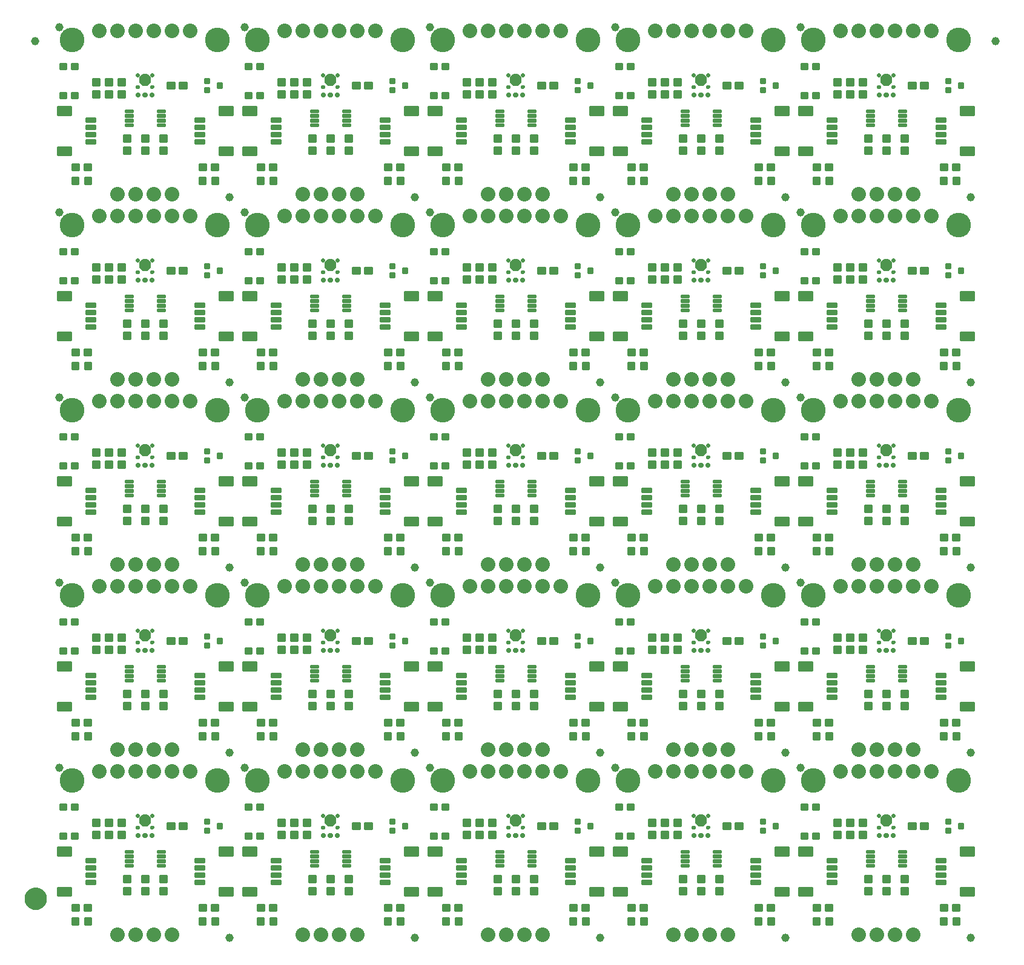
<source format=gts>
G04 EAGLE Gerber RS-274X export*
G75*
%MOMM*%
%FSLAX34Y34*%
%LPD*%
%INSoldermask Top*%
%IPPOS*%
%AMOC8*
5,1,8,0,0,1.08239X$1,22.5*%
G01*
%ADD10C,3.454400*%
%ADD11C,1.152400*%
%ADD12C,0.253525*%
%ADD13C,0.243431*%
%ADD14C,0.255816*%
%ADD15C,2.032000*%
%ADD16C,0.449434*%
%ADD17C,0.254103*%
%ADD18C,0.902400*%
%ADD19C,0.550000*%
%ADD20C,0.500000*%
%ADD21C,0.360000*%
%ADD22C,0.830000*%
%ADD23C,0.252575*%
%ADD24C,0.255719*%
%ADD25C,1.270000*%
%ADD26C,1.652400*%


D10*
X25400Y228600D03*
X228600Y228600D03*
D11*
X245110Y8890D03*
X7620Y246380D03*
D12*
X131495Y79045D02*
X131495Y69055D01*
X122505Y69055D01*
X122505Y79045D01*
X131495Y79045D01*
X131495Y71463D02*
X122505Y71463D01*
X122505Y73871D02*
X131495Y73871D01*
X131495Y76279D02*
X122505Y76279D01*
X122505Y78687D02*
X131495Y78687D01*
X131495Y86055D02*
X131495Y96045D01*
X131495Y86055D02*
X122505Y86055D01*
X122505Y96045D01*
X131495Y96045D01*
X131495Y88463D02*
X122505Y88463D01*
X122505Y90871D02*
X131495Y90871D01*
X131495Y93279D02*
X122505Y93279D01*
X122505Y95687D02*
X131495Y95687D01*
X156895Y79045D02*
X156895Y69055D01*
X147905Y69055D01*
X147905Y79045D01*
X156895Y79045D01*
X156895Y71463D02*
X147905Y71463D01*
X147905Y73871D02*
X156895Y73871D01*
X156895Y76279D02*
X147905Y76279D01*
X147905Y78687D02*
X156895Y78687D01*
X156895Y86055D02*
X156895Y96045D01*
X156895Y86055D02*
X147905Y86055D01*
X147905Y96045D01*
X156895Y96045D01*
X156895Y88463D02*
X147905Y88463D01*
X147905Y90871D02*
X156895Y90871D01*
X156895Y93279D02*
X147905Y93279D01*
X147905Y95687D02*
X156895Y95687D01*
D13*
X4505Y124055D02*
X4505Y135145D01*
X23595Y135145D01*
X23595Y124055D01*
X4505Y124055D01*
X4505Y126367D02*
X23595Y126367D01*
X23595Y128679D02*
X4505Y128679D01*
X4505Y130991D02*
X23595Y130991D01*
X23595Y133303D02*
X4505Y133303D01*
X4505Y79145D02*
X4505Y68055D01*
X4505Y79145D02*
X23595Y79145D01*
X23595Y68055D01*
X4505Y68055D01*
X4505Y70367D02*
X23595Y70367D01*
X23595Y72679D02*
X4505Y72679D01*
X4505Y74991D02*
X23595Y74991D01*
X23595Y77303D02*
X4505Y77303D01*
D14*
X44567Y114117D02*
X44567Y119083D01*
X57033Y119083D01*
X57033Y114117D01*
X44567Y114117D01*
X44567Y116547D02*
X57033Y116547D01*
X57033Y118977D02*
X44567Y118977D01*
X44567Y109083D02*
X44567Y104117D01*
X44567Y109083D02*
X57033Y109083D01*
X57033Y104117D01*
X44567Y104117D01*
X44567Y106547D02*
X57033Y106547D01*
X57033Y108977D02*
X44567Y108977D01*
X44567Y99083D02*
X44567Y94117D01*
X44567Y99083D02*
X57033Y99083D01*
X57033Y94117D01*
X44567Y94117D01*
X44567Y96547D02*
X57033Y96547D01*
X57033Y98977D02*
X44567Y98977D01*
X44567Y89083D02*
X44567Y84117D01*
X44567Y89083D02*
X57033Y89083D01*
X57033Y84117D01*
X44567Y84117D01*
X44567Y86547D02*
X57033Y86547D01*
X57033Y88977D02*
X44567Y88977D01*
D15*
X88900Y12700D03*
X114300Y12700D03*
X139700Y12700D03*
X165100Y12700D03*
D13*
X249495Y68055D02*
X249495Y79145D01*
X249495Y68055D02*
X230405Y68055D01*
X230405Y79145D01*
X249495Y79145D01*
X249495Y70367D02*
X230405Y70367D01*
X230405Y72679D02*
X249495Y72679D01*
X249495Y74991D02*
X230405Y74991D01*
X230405Y77303D02*
X249495Y77303D01*
X249495Y124055D02*
X249495Y135145D01*
X249495Y124055D02*
X230405Y124055D01*
X230405Y135145D01*
X249495Y135145D01*
X249495Y126367D02*
X230405Y126367D01*
X230405Y128679D02*
X249495Y128679D01*
X249495Y130991D02*
X230405Y130991D01*
X230405Y133303D02*
X249495Y133303D01*
D14*
X209433Y89083D02*
X209433Y84117D01*
X196967Y84117D01*
X196967Y89083D01*
X209433Y89083D01*
X209433Y86547D02*
X196967Y86547D01*
X196967Y88977D02*
X209433Y88977D01*
X209433Y94117D02*
X209433Y99083D01*
X209433Y94117D02*
X196967Y94117D01*
X196967Y99083D01*
X209433Y99083D01*
X209433Y96547D02*
X196967Y96547D01*
X196967Y98977D02*
X209433Y98977D01*
X209433Y104117D02*
X209433Y109083D01*
X209433Y104117D02*
X196967Y104117D01*
X196967Y109083D01*
X209433Y109083D01*
X209433Y106547D02*
X196967Y106547D01*
X196967Y108977D02*
X209433Y108977D01*
X209433Y114117D02*
X209433Y119083D01*
X209433Y114117D02*
X196967Y114117D01*
X196967Y119083D01*
X209433Y119083D01*
X209433Y116547D02*
X196967Y116547D01*
X196967Y118977D02*
X209433Y118977D01*
D12*
X51595Y55295D02*
X41605Y55295D01*
X51595Y55295D02*
X51595Y46305D01*
X41605Y46305D01*
X41605Y55295D01*
X41605Y48713D02*
X51595Y48713D01*
X51595Y51121D02*
X41605Y51121D01*
X41605Y53529D02*
X51595Y53529D01*
X34595Y55295D02*
X24605Y55295D01*
X34595Y55295D02*
X34595Y46305D01*
X24605Y46305D01*
X24605Y55295D01*
X24605Y48713D02*
X34595Y48713D01*
X34595Y51121D02*
X24605Y51121D01*
X24605Y53529D02*
X34595Y53529D01*
D16*
X32845Y35265D02*
X32845Y28235D01*
X25815Y28235D01*
X25815Y35265D01*
X32845Y35265D01*
X32845Y32504D02*
X25815Y32504D01*
X50385Y35265D02*
X50385Y28235D01*
X43355Y28235D01*
X43355Y35265D01*
X50385Y35265D01*
X50385Y32504D02*
X43355Y32504D01*
D17*
X99508Y127638D02*
X99508Y130622D01*
X109492Y130622D01*
X109492Y127638D01*
X99508Y127638D01*
X99508Y130052D02*
X109492Y130052D01*
X99508Y124122D02*
X99508Y121138D01*
X99508Y124122D02*
X109492Y124122D01*
X109492Y121138D01*
X99508Y121138D01*
X99508Y123552D02*
X109492Y123552D01*
X99508Y117622D02*
X99508Y114638D01*
X99508Y117622D02*
X109492Y117622D01*
X109492Y114638D01*
X99508Y114638D01*
X99508Y117052D02*
X109492Y117052D01*
X99508Y111122D02*
X99508Y108138D01*
X99508Y111122D02*
X109492Y111122D01*
X109492Y108138D01*
X99508Y108138D01*
X99508Y110552D02*
X109492Y110552D01*
X144508Y111122D02*
X144508Y108138D01*
X144508Y111122D02*
X154492Y111122D01*
X154492Y108138D01*
X144508Y108138D01*
X144508Y110552D02*
X154492Y110552D01*
X144508Y114638D02*
X144508Y117622D01*
X154492Y117622D01*
X154492Y114638D01*
X144508Y114638D01*
X144508Y117052D02*
X154492Y117052D01*
X144508Y121138D02*
X144508Y124122D01*
X154492Y124122D01*
X154492Y121138D01*
X144508Y121138D01*
X144508Y123552D02*
X154492Y123552D01*
X144508Y127638D02*
X144508Y130622D01*
X154492Y130622D01*
X154492Y127638D01*
X144508Y127638D01*
X144508Y130052D02*
X154492Y130052D01*
D12*
X98475Y147795D02*
X98475Y157785D01*
X98475Y147795D02*
X89485Y147795D01*
X89485Y157785D01*
X98475Y157785D01*
X98475Y150203D02*
X89485Y150203D01*
X89485Y152611D02*
X98475Y152611D01*
X98475Y155019D02*
X89485Y155019D01*
X89485Y157427D02*
X98475Y157427D01*
X98475Y164795D02*
X98475Y174785D01*
X98475Y164795D02*
X89485Y164795D01*
X89485Y174785D01*
X98475Y174785D01*
X98475Y167203D02*
X89485Y167203D01*
X89485Y169611D02*
X98475Y169611D01*
X98475Y172019D02*
X89485Y172019D01*
X89485Y174427D02*
X98475Y174427D01*
X106095Y79045D02*
X106095Y69055D01*
X97105Y69055D01*
X97105Y79045D01*
X106095Y79045D01*
X106095Y71463D02*
X97105Y71463D01*
X97105Y73871D02*
X106095Y73871D01*
X106095Y76279D02*
X97105Y76279D01*
X97105Y78687D02*
X106095Y78687D01*
X106095Y86055D02*
X106095Y96045D01*
X106095Y86055D02*
X97105Y86055D01*
X97105Y96045D01*
X106095Y96045D01*
X106095Y88463D02*
X97105Y88463D01*
X97105Y90871D02*
X106095Y90871D01*
X106095Y93279D02*
X97105Y93279D01*
X97105Y95687D02*
X106095Y95687D01*
D15*
X114300Y241300D03*
X139700Y241300D03*
D18*
X127000Y172600D03*
D19*
X135650Y151600D02*
X135652Y151663D01*
X135658Y151725D01*
X135668Y151787D01*
X135681Y151849D01*
X135699Y151909D01*
X135720Y151968D01*
X135745Y152026D01*
X135774Y152082D01*
X135806Y152136D01*
X135841Y152188D01*
X135879Y152237D01*
X135921Y152285D01*
X135965Y152329D01*
X136013Y152371D01*
X136062Y152409D01*
X136114Y152444D01*
X136168Y152476D01*
X136224Y152505D01*
X136282Y152530D01*
X136341Y152551D01*
X136401Y152569D01*
X136463Y152582D01*
X136525Y152592D01*
X136587Y152598D01*
X136650Y152600D01*
X136713Y152598D01*
X136775Y152592D01*
X136837Y152582D01*
X136899Y152569D01*
X136959Y152551D01*
X137018Y152530D01*
X137076Y152505D01*
X137132Y152476D01*
X137186Y152444D01*
X137238Y152409D01*
X137287Y152371D01*
X137335Y152329D01*
X137379Y152285D01*
X137421Y152237D01*
X137459Y152188D01*
X137494Y152136D01*
X137526Y152082D01*
X137555Y152026D01*
X137580Y151968D01*
X137601Y151909D01*
X137619Y151849D01*
X137632Y151787D01*
X137642Y151725D01*
X137648Y151663D01*
X137650Y151600D01*
X137648Y151537D01*
X137642Y151475D01*
X137632Y151413D01*
X137619Y151351D01*
X137601Y151291D01*
X137580Y151232D01*
X137555Y151174D01*
X137526Y151118D01*
X137494Y151064D01*
X137459Y151012D01*
X137421Y150963D01*
X137379Y150915D01*
X137335Y150871D01*
X137287Y150829D01*
X137238Y150791D01*
X137186Y150756D01*
X137132Y150724D01*
X137076Y150695D01*
X137018Y150670D01*
X136959Y150649D01*
X136899Y150631D01*
X136837Y150618D01*
X136775Y150608D01*
X136713Y150602D01*
X136650Y150600D01*
X136587Y150602D01*
X136525Y150608D01*
X136463Y150618D01*
X136401Y150631D01*
X136341Y150649D01*
X136282Y150670D01*
X136224Y150695D01*
X136168Y150724D01*
X136114Y150756D01*
X136062Y150791D01*
X136013Y150829D01*
X135965Y150871D01*
X135921Y150915D01*
X135879Y150963D01*
X135841Y151012D01*
X135806Y151064D01*
X135774Y151118D01*
X135745Y151174D01*
X135720Y151232D01*
X135699Y151291D01*
X135681Y151351D01*
X135668Y151413D01*
X135658Y151475D01*
X135652Y151537D01*
X135650Y151600D01*
D20*
X126000Y151600D02*
X126002Y151663D01*
X126008Y151725D01*
X126018Y151787D01*
X126031Y151849D01*
X126049Y151909D01*
X126070Y151968D01*
X126095Y152026D01*
X126124Y152082D01*
X126156Y152136D01*
X126191Y152188D01*
X126229Y152237D01*
X126271Y152285D01*
X126315Y152329D01*
X126363Y152371D01*
X126412Y152409D01*
X126464Y152444D01*
X126518Y152476D01*
X126574Y152505D01*
X126632Y152530D01*
X126691Y152551D01*
X126751Y152569D01*
X126813Y152582D01*
X126875Y152592D01*
X126937Y152598D01*
X127000Y152600D01*
X127063Y152598D01*
X127125Y152592D01*
X127187Y152582D01*
X127249Y152569D01*
X127309Y152551D01*
X127368Y152530D01*
X127426Y152505D01*
X127482Y152476D01*
X127536Y152444D01*
X127588Y152409D01*
X127637Y152371D01*
X127685Y152329D01*
X127729Y152285D01*
X127771Y152237D01*
X127809Y152188D01*
X127844Y152136D01*
X127876Y152082D01*
X127905Y152026D01*
X127930Y151968D01*
X127951Y151909D01*
X127969Y151849D01*
X127982Y151787D01*
X127992Y151725D01*
X127998Y151663D01*
X128000Y151600D01*
X127998Y151537D01*
X127992Y151475D01*
X127982Y151413D01*
X127969Y151351D01*
X127951Y151291D01*
X127930Y151232D01*
X127905Y151174D01*
X127876Y151118D01*
X127844Y151064D01*
X127809Y151012D01*
X127771Y150963D01*
X127729Y150915D01*
X127685Y150871D01*
X127637Y150829D01*
X127588Y150791D01*
X127536Y150756D01*
X127482Y150724D01*
X127426Y150695D01*
X127368Y150670D01*
X127309Y150649D01*
X127249Y150631D01*
X127187Y150618D01*
X127125Y150608D01*
X127063Y150602D01*
X127000Y150600D01*
X126937Y150602D01*
X126875Y150608D01*
X126813Y150618D01*
X126751Y150631D01*
X126691Y150649D01*
X126632Y150670D01*
X126574Y150695D01*
X126518Y150724D01*
X126464Y150756D01*
X126412Y150791D01*
X126363Y150829D01*
X126315Y150871D01*
X126271Y150915D01*
X126229Y150963D01*
X126191Y151012D01*
X126156Y151064D01*
X126124Y151118D01*
X126095Y151174D01*
X126070Y151232D01*
X126049Y151291D01*
X126031Y151351D01*
X126018Y151413D01*
X126008Y151475D01*
X126002Y151537D01*
X126000Y151600D01*
D19*
X116350Y151600D02*
X116352Y151663D01*
X116358Y151725D01*
X116368Y151787D01*
X116381Y151849D01*
X116399Y151909D01*
X116420Y151968D01*
X116445Y152026D01*
X116474Y152082D01*
X116506Y152136D01*
X116541Y152188D01*
X116579Y152237D01*
X116621Y152285D01*
X116665Y152329D01*
X116713Y152371D01*
X116762Y152409D01*
X116814Y152444D01*
X116868Y152476D01*
X116924Y152505D01*
X116982Y152530D01*
X117041Y152551D01*
X117101Y152569D01*
X117163Y152582D01*
X117225Y152592D01*
X117287Y152598D01*
X117350Y152600D01*
X117413Y152598D01*
X117475Y152592D01*
X117537Y152582D01*
X117599Y152569D01*
X117659Y152551D01*
X117718Y152530D01*
X117776Y152505D01*
X117832Y152476D01*
X117886Y152444D01*
X117938Y152409D01*
X117987Y152371D01*
X118035Y152329D01*
X118079Y152285D01*
X118121Y152237D01*
X118159Y152188D01*
X118194Y152136D01*
X118226Y152082D01*
X118255Y152026D01*
X118280Y151968D01*
X118301Y151909D01*
X118319Y151849D01*
X118332Y151787D01*
X118342Y151725D01*
X118348Y151663D01*
X118350Y151600D01*
X118348Y151537D01*
X118342Y151475D01*
X118332Y151413D01*
X118319Y151351D01*
X118301Y151291D01*
X118280Y151232D01*
X118255Y151174D01*
X118226Y151118D01*
X118194Y151064D01*
X118159Y151012D01*
X118121Y150963D01*
X118079Y150915D01*
X118035Y150871D01*
X117987Y150829D01*
X117938Y150791D01*
X117886Y150756D01*
X117832Y150724D01*
X117776Y150695D01*
X117718Y150670D01*
X117659Y150649D01*
X117599Y150631D01*
X117537Y150618D01*
X117475Y150608D01*
X117413Y150602D01*
X117350Y150600D01*
X117287Y150602D01*
X117225Y150608D01*
X117163Y150618D01*
X117101Y150631D01*
X117041Y150649D01*
X116982Y150670D01*
X116924Y150695D01*
X116868Y150724D01*
X116814Y150756D01*
X116762Y150791D01*
X116713Y150829D01*
X116665Y150871D01*
X116621Y150915D01*
X116579Y150963D01*
X116541Y151012D01*
X116506Y151064D01*
X116474Y151118D01*
X116445Y151174D01*
X116420Y151232D01*
X116399Y151291D01*
X116381Y151351D01*
X116368Y151413D01*
X116358Y151475D01*
X116352Y151537D01*
X116350Y151600D01*
D21*
X136150Y162600D02*
X136152Y162663D01*
X136158Y162725D01*
X136168Y162787D01*
X136181Y162849D01*
X136199Y162909D01*
X136220Y162968D01*
X136245Y163026D01*
X136274Y163082D01*
X136306Y163136D01*
X136341Y163188D01*
X136379Y163237D01*
X136421Y163285D01*
X136465Y163329D01*
X136513Y163371D01*
X136562Y163409D01*
X136614Y163444D01*
X136668Y163476D01*
X136724Y163505D01*
X136782Y163530D01*
X136841Y163551D01*
X136901Y163569D01*
X136963Y163582D01*
X137025Y163592D01*
X137087Y163598D01*
X137150Y163600D01*
X137213Y163598D01*
X137275Y163592D01*
X137337Y163582D01*
X137399Y163569D01*
X137459Y163551D01*
X137518Y163530D01*
X137576Y163505D01*
X137632Y163476D01*
X137686Y163444D01*
X137738Y163409D01*
X137787Y163371D01*
X137835Y163329D01*
X137879Y163285D01*
X137921Y163237D01*
X137959Y163188D01*
X137994Y163136D01*
X138026Y163082D01*
X138055Y163026D01*
X138080Y162968D01*
X138101Y162909D01*
X138119Y162849D01*
X138132Y162787D01*
X138142Y162725D01*
X138148Y162663D01*
X138150Y162600D01*
X138148Y162537D01*
X138142Y162475D01*
X138132Y162413D01*
X138119Y162351D01*
X138101Y162291D01*
X138080Y162232D01*
X138055Y162174D01*
X138026Y162118D01*
X137994Y162064D01*
X137959Y162012D01*
X137921Y161963D01*
X137879Y161915D01*
X137835Y161871D01*
X137787Y161829D01*
X137738Y161791D01*
X137686Y161756D01*
X137632Y161724D01*
X137576Y161695D01*
X137518Y161670D01*
X137459Y161649D01*
X137399Y161631D01*
X137337Y161618D01*
X137275Y161608D01*
X137213Y161602D01*
X137150Y161600D01*
X137087Y161602D01*
X137025Y161608D01*
X136963Y161618D01*
X136901Y161631D01*
X136841Y161649D01*
X136782Y161670D01*
X136724Y161695D01*
X136668Y161724D01*
X136614Y161756D01*
X136562Y161791D01*
X136513Y161829D01*
X136465Y161871D01*
X136421Y161915D01*
X136379Y161963D01*
X136341Y162012D01*
X136306Y162064D01*
X136274Y162118D01*
X136245Y162174D01*
X136220Y162232D01*
X136199Y162291D01*
X136181Y162351D01*
X136168Y162413D01*
X136158Y162475D01*
X136152Y162537D01*
X136150Y162600D01*
D22*
X122850Y172600D02*
X122852Y172728D01*
X122858Y172857D01*
X122868Y172985D01*
X122882Y173112D01*
X122900Y173240D01*
X122921Y173366D01*
X122947Y173492D01*
X122977Y173617D01*
X123010Y173741D01*
X123047Y173864D01*
X123088Y173986D01*
X123133Y174106D01*
X123181Y174225D01*
X123234Y174343D01*
X123289Y174458D01*
X123349Y174572D01*
X123411Y174684D01*
X123478Y174794D01*
X123547Y174902D01*
X123620Y175008D01*
X123696Y175111D01*
X123776Y175213D01*
X123858Y175311D01*
X123943Y175407D01*
X124032Y175500D01*
X124123Y175591D01*
X124217Y175678D01*
X124313Y175763D01*
X124413Y175845D01*
X124514Y175923D01*
X124618Y175998D01*
X124725Y176071D01*
X124833Y176139D01*
X124944Y176205D01*
X125056Y176267D01*
X125171Y176325D01*
X125287Y176380D01*
X125404Y176431D01*
X125524Y176479D01*
X125645Y176522D01*
X125767Y176562D01*
X125890Y176599D01*
X126014Y176631D01*
X126139Y176660D01*
X126265Y176684D01*
X126392Y176705D01*
X126519Y176722D01*
X126647Y176735D01*
X126775Y176744D01*
X126904Y176749D01*
X127032Y176750D01*
X127161Y176747D01*
X127289Y176740D01*
X127417Y176729D01*
X127544Y176714D01*
X127671Y176695D01*
X127798Y176673D01*
X127923Y176646D01*
X128048Y176615D01*
X128172Y176581D01*
X128295Y176543D01*
X128416Y176501D01*
X128536Y176455D01*
X128655Y176406D01*
X128772Y176353D01*
X128887Y176296D01*
X129000Y176236D01*
X129112Y176172D01*
X129222Y176105D01*
X129329Y176035D01*
X129434Y175961D01*
X129537Y175884D01*
X129637Y175804D01*
X129735Y175721D01*
X129831Y175635D01*
X129923Y175546D01*
X130013Y175454D01*
X130100Y175359D01*
X130184Y175262D01*
X130265Y175162D01*
X130342Y175060D01*
X130417Y174955D01*
X130488Y174849D01*
X130556Y174740D01*
X130620Y174628D01*
X130682Y174515D01*
X130739Y174401D01*
X130793Y174284D01*
X130843Y174166D01*
X130890Y174046D01*
X130933Y173925D01*
X130972Y173803D01*
X131007Y173679D01*
X131039Y173555D01*
X131066Y173429D01*
X131090Y173303D01*
X131110Y173176D01*
X131126Y173049D01*
X131138Y172921D01*
X131146Y172793D01*
X131150Y172664D01*
X131150Y172536D01*
X131146Y172407D01*
X131138Y172279D01*
X131126Y172151D01*
X131110Y172024D01*
X131090Y171897D01*
X131066Y171771D01*
X131039Y171645D01*
X131007Y171521D01*
X130972Y171397D01*
X130933Y171275D01*
X130890Y171154D01*
X130843Y171034D01*
X130793Y170916D01*
X130739Y170799D01*
X130682Y170685D01*
X130620Y170572D01*
X130556Y170460D01*
X130488Y170351D01*
X130417Y170245D01*
X130342Y170140D01*
X130265Y170038D01*
X130184Y169938D01*
X130100Y169841D01*
X130013Y169746D01*
X129923Y169654D01*
X129831Y169565D01*
X129735Y169479D01*
X129637Y169396D01*
X129537Y169316D01*
X129434Y169239D01*
X129329Y169165D01*
X129222Y169095D01*
X129112Y169028D01*
X129000Y168964D01*
X128887Y168904D01*
X128772Y168847D01*
X128655Y168794D01*
X128536Y168745D01*
X128416Y168699D01*
X128295Y168657D01*
X128172Y168619D01*
X128048Y168585D01*
X127923Y168554D01*
X127798Y168527D01*
X127671Y168505D01*
X127544Y168486D01*
X127417Y168471D01*
X127289Y168460D01*
X127161Y168453D01*
X127032Y168450D01*
X126904Y168451D01*
X126775Y168456D01*
X126647Y168465D01*
X126519Y168478D01*
X126392Y168495D01*
X126265Y168516D01*
X126139Y168540D01*
X126014Y168569D01*
X125890Y168601D01*
X125767Y168638D01*
X125645Y168678D01*
X125524Y168721D01*
X125404Y168769D01*
X125287Y168820D01*
X125171Y168875D01*
X125056Y168933D01*
X124944Y168995D01*
X124833Y169061D01*
X124725Y169129D01*
X124618Y169202D01*
X124514Y169277D01*
X124413Y169355D01*
X124313Y169437D01*
X124217Y169522D01*
X124123Y169609D01*
X124032Y169700D01*
X123943Y169793D01*
X123858Y169889D01*
X123776Y169987D01*
X123696Y170089D01*
X123620Y170192D01*
X123547Y170298D01*
X123478Y170406D01*
X123411Y170516D01*
X123349Y170628D01*
X123289Y170742D01*
X123234Y170857D01*
X123181Y170975D01*
X123133Y171094D01*
X123088Y171214D01*
X123047Y171336D01*
X123010Y171459D01*
X122977Y171583D01*
X122947Y171708D01*
X122921Y171834D01*
X122900Y171960D01*
X122882Y172088D01*
X122868Y172215D01*
X122858Y172343D01*
X122852Y172472D01*
X122850Y172600D01*
D21*
X136150Y179000D02*
X136152Y179063D01*
X136158Y179125D01*
X136168Y179187D01*
X136181Y179249D01*
X136199Y179309D01*
X136220Y179368D01*
X136245Y179426D01*
X136274Y179482D01*
X136306Y179536D01*
X136341Y179588D01*
X136379Y179637D01*
X136421Y179685D01*
X136465Y179729D01*
X136513Y179771D01*
X136562Y179809D01*
X136614Y179844D01*
X136668Y179876D01*
X136724Y179905D01*
X136782Y179930D01*
X136841Y179951D01*
X136901Y179969D01*
X136963Y179982D01*
X137025Y179992D01*
X137087Y179998D01*
X137150Y180000D01*
X137213Y179998D01*
X137275Y179992D01*
X137337Y179982D01*
X137399Y179969D01*
X137459Y179951D01*
X137518Y179930D01*
X137576Y179905D01*
X137632Y179876D01*
X137686Y179844D01*
X137738Y179809D01*
X137787Y179771D01*
X137835Y179729D01*
X137879Y179685D01*
X137921Y179637D01*
X137959Y179588D01*
X137994Y179536D01*
X138026Y179482D01*
X138055Y179426D01*
X138080Y179368D01*
X138101Y179309D01*
X138119Y179249D01*
X138132Y179187D01*
X138142Y179125D01*
X138148Y179063D01*
X138150Y179000D01*
X138148Y178937D01*
X138142Y178875D01*
X138132Y178813D01*
X138119Y178751D01*
X138101Y178691D01*
X138080Y178632D01*
X138055Y178574D01*
X138026Y178518D01*
X137994Y178464D01*
X137959Y178412D01*
X137921Y178363D01*
X137879Y178315D01*
X137835Y178271D01*
X137787Y178229D01*
X137738Y178191D01*
X137686Y178156D01*
X137632Y178124D01*
X137576Y178095D01*
X137518Y178070D01*
X137459Y178049D01*
X137399Y178031D01*
X137337Y178018D01*
X137275Y178008D01*
X137213Y178002D01*
X137150Y178000D01*
X137087Y178002D01*
X137025Y178008D01*
X136963Y178018D01*
X136901Y178031D01*
X136841Y178049D01*
X136782Y178070D01*
X136724Y178095D01*
X136668Y178124D01*
X136614Y178156D01*
X136562Y178191D01*
X136513Y178229D01*
X136465Y178271D01*
X136421Y178315D01*
X136379Y178363D01*
X136341Y178412D01*
X136306Y178464D01*
X136274Y178518D01*
X136245Y178574D01*
X136220Y178632D01*
X136199Y178691D01*
X136181Y178751D01*
X136168Y178813D01*
X136158Y178875D01*
X136152Y178937D01*
X136150Y179000D01*
X115850Y179000D02*
X115852Y179063D01*
X115858Y179125D01*
X115868Y179187D01*
X115881Y179249D01*
X115899Y179309D01*
X115920Y179368D01*
X115945Y179426D01*
X115974Y179482D01*
X116006Y179536D01*
X116041Y179588D01*
X116079Y179637D01*
X116121Y179685D01*
X116165Y179729D01*
X116213Y179771D01*
X116262Y179809D01*
X116314Y179844D01*
X116368Y179876D01*
X116424Y179905D01*
X116482Y179930D01*
X116541Y179951D01*
X116601Y179969D01*
X116663Y179982D01*
X116725Y179992D01*
X116787Y179998D01*
X116850Y180000D01*
X116913Y179998D01*
X116975Y179992D01*
X117037Y179982D01*
X117099Y179969D01*
X117159Y179951D01*
X117218Y179930D01*
X117276Y179905D01*
X117332Y179876D01*
X117386Y179844D01*
X117438Y179809D01*
X117487Y179771D01*
X117535Y179729D01*
X117579Y179685D01*
X117621Y179637D01*
X117659Y179588D01*
X117694Y179536D01*
X117726Y179482D01*
X117755Y179426D01*
X117780Y179368D01*
X117801Y179309D01*
X117819Y179249D01*
X117832Y179187D01*
X117842Y179125D01*
X117848Y179063D01*
X117850Y179000D01*
X117848Y178937D01*
X117842Y178875D01*
X117832Y178813D01*
X117819Y178751D01*
X117801Y178691D01*
X117780Y178632D01*
X117755Y178574D01*
X117726Y178518D01*
X117694Y178464D01*
X117659Y178412D01*
X117621Y178363D01*
X117579Y178315D01*
X117535Y178271D01*
X117487Y178229D01*
X117438Y178191D01*
X117386Y178156D01*
X117332Y178124D01*
X117276Y178095D01*
X117218Y178070D01*
X117159Y178049D01*
X117099Y178031D01*
X117037Y178018D01*
X116975Y178008D01*
X116913Y178002D01*
X116850Y178000D01*
X116787Y178002D01*
X116725Y178008D01*
X116663Y178018D01*
X116601Y178031D01*
X116541Y178049D01*
X116482Y178070D01*
X116424Y178095D01*
X116368Y178124D01*
X116314Y178156D01*
X116262Y178191D01*
X116213Y178229D01*
X116165Y178271D01*
X116121Y178315D01*
X116079Y178363D01*
X116041Y178412D01*
X116006Y178464D01*
X115974Y178518D01*
X115945Y178574D01*
X115920Y178632D01*
X115899Y178691D01*
X115881Y178751D01*
X115868Y178813D01*
X115858Y178875D01*
X115852Y178937D01*
X115850Y179000D01*
X115850Y162600D02*
X115852Y162663D01*
X115858Y162725D01*
X115868Y162787D01*
X115881Y162849D01*
X115899Y162909D01*
X115920Y162968D01*
X115945Y163026D01*
X115974Y163082D01*
X116006Y163136D01*
X116041Y163188D01*
X116079Y163237D01*
X116121Y163285D01*
X116165Y163329D01*
X116213Y163371D01*
X116262Y163409D01*
X116314Y163444D01*
X116368Y163476D01*
X116424Y163505D01*
X116482Y163530D01*
X116541Y163551D01*
X116601Y163569D01*
X116663Y163582D01*
X116725Y163592D01*
X116787Y163598D01*
X116850Y163600D01*
X116913Y163598D01*
X116975Y163592D01*
X117037Y163582D01*
X117099Y163569D01*
X117159Y163551D01*
X117218Y163530D01*
X117276Y163505D01*
X117332Y163476D01*
X117386Y163444D01*
X117438Y163409D01*
X117487Y163371D01*
X117535Y163329D01*
X117579Y163285D01*
X117621Y163237D01*
X117659Y163188D01*
X117694Y163136D01*
X117726Y163082D01*
X117755Y163026D01*
X117780Y162968D01*
X117801Y162909D01*
X117819Y162849D01*
X117832Y162787D01*
X117842Y162725D01*
X117848Y162663D01*
X117850Y162600D01*
X117848Y162537D01*
X117842Y162475D01*
X117832Y162413D01*
X117819Y162351D01*
X117801Y162291D01*
X117780Y162232D01*
X117755Y162174D01*
X117726Y162118D01*
X117694Y162064D01*
X117659Y162012D01*
X117621Y161963D01*
X117579Y161915D01*
X117535Y161871D01*
X117487Y161829D01*
X117438Y161791D01*
X117386Y161756D01*
X117332Y161724D01*
X117276Y161695D01*
X117218Y161670D01*
X117159Y161649D01*
X117099Y161631D01*
X117037Y161618D01*
X116975Y161608D01*
X116913Y161602D01*
X116850Y161600D01*
X116787Y161602D01*
X116725Y161608D01*
X116663Y161618D01*
X116601Y161631D01*
X116541Y161649D01*
X116482Y161670D01*
X116424Y161695D01*
X116368Y161724D01*
X116314Y161756D01*
X116262Y161791D01*
X116213Y161829D01*
X116165Y161871D01*
X116121Y161915D01*
X116079Y161963D01*
X116041Y162012D01*
X116006Y162064D01*
X115974Y162118D01*
X115945Y162174D01*
X115920Y162232D01*
X115899Y162291D01*
X115881Y162351D01*
X115868Y162413D01*
X115858Y162475D01*
X115852Y162537D01*
X115850Y162600D01*
D15*
X190500Y241300D03*
X88900Y241300D03*
X165100Y241300D03*
D12*
X80695Y157785D02*
X80695Y147795D01*
X71705Y147795D01*
X71705Y157785D01*
X80695Y157785D01*
X80695Y150203D02*
X71705Y150203D01*
X71705Y152611D02*
X80695Y152611D01*
X80695Y155019D02*
X71705Y155019D01*
X71705Y157427D02*
X80695Y157427D01*
X80695Y164795D02*
X80695Y174785D01*
X80695Y164795D02*
X71705Y164795D01*
X71705Y174785D01*
X80695Y174785D01*
X80695Y167203D02*
X71705Y167203D01*
X71705Y169611D02*
X80695Y169611D01*
X80695Y172019D02*
X71705Y172019D01*
X71705Y174427D02*
X80695Y174427D01*
X157955Y160605D02*
X167945Y160605D01*
X157955Y160605D02*
X157955Y169595D01*
X167945Y169595D01*
X167945Y160605D01*
X167945Y163013D02*
X157955Y163013D01*
X157955Y165421D02*
X167945Y165421D01*
X167945Y167829D02*
X157955Y167829D01*
X174955Y160605D02*
X184945Y160605D01*
X174955Y160605D02*
X174955Y169595D01*
X184945Y169595D01*
X184945Y160605D01*
X184945Y163013D02*
X174955Y163013D01*
X174955Y165421D02*
X184945Y165421D01*
X184945Y167829D02*
X174955Y167829D01*
X62915Y157785D02*
X62915Y147795D01*
X53925Y147795D01*
X53925Y157785D01*
X62915Y157785D01*
X62915Y150203D02*
X53925Y150203D01*
X53925Y152611D02*
X62915Y152611D01*
X62915Y155019D02*
X53925Y155019D01*
X53925Y157427D02*
X62915Y157427D01*
X62915Y164795D02*
X62915Y174785D01*
X62915Y164795D02*
X53925Y164795D01*
X53925Y174785D01*
X62915Y174785D01*
X62915Y167203D02*
X53925Y167203D01*
X53925Y169611D02*
X62915Y169611D01*
X62915Y172019D02*
X53925Y172019D01*
X53925Y174427D02*
X62915Y174427D01*
D23*
X23821Y154949D02*
X23821Y146951D01*
X23821Y154949D02*
X32819Y154949D01*
X32819Y146951D01*
X23821Y146951D01*
X23821Y149351D02*
X32819Y149351D01*
X32819Y151751D02*
X23821Y151751D01*
X23821Y154151D02*
X32819Y154151D01*
X7821Y154949D02*
X7821Y146951D01*
X7821Y154949D02*
X16819Y154949D01*
X16819Y146951D01*
X7821Y146951D01*
X7821Y149351D02*
X16819Y149351D01*
X16819Y151751D02*
X7821Y151751D01*
X7821Y154151D02*
X16819Y154151D01*
X7821Y187951D02*
X7821Y195949D01*
X16819Y195949D01*
X16819Y187951D01*
X7821Y187951D01*
X7821Y190351D02*
X16819Y190351D01*
X16819Y192751D02*
X7821Y192751D01*
X7821Y195151D02*
X16819Y195151D01*
X23821Y195949D02*
X23821Y187951D01*
X23821Y195949D02*
X32819Y195949D01*
X32819Y187951D01*
X23821Y187951D01*
X23821Y190351D02*
X32819Y190351D01*
X32819Y192751D02*
X23821Y192751D01*
X23821Y195151D02*
X32819Y195151D01*
D12*
X202405Y46305D02*
X212395Y46305D01*
X202405Y46305D02*
X202405Y55295D01*
X212395Y55295D01*
X212395Y46305D01*
X212395Y48713D02*
X202405Y48713D01*
X202405Y51121D02*
X212395Y51121D01*
X212395Y53529D02*
X202405Y53529D01*
X219405Y46305D02*
X229395Y46305D01*
X219405Y46305D02*
X219405Y55295D01*
X229395Y55295D01*
X229395Y46305D01*
X229395Y48713D02*
X219405Y48713D01*
X219405Y51121D02*
X229395Y51121D01*
X229395Y53529D02*
X219405Y53529D01*
D16*
X221155Y35265D02*
X221155Y28235D01*
X221155Y35265D02*
X228185Y35265D01*
X228185Y28235D01*
X221155Y28235D01*
X221155Y32504D02*
X228185Y32504D01*
X203615Y35265D02*
X203615Y28235D01*
X203615Y35265D02*
X210645Y35265D01*
X210645Y28235D01*
X203615Y28235D01*
X203615Y32504D02*
X210645Y32504D01*
D24*
X210016Y168616D02*
X210016Y174584D01*
X215984Y174584D01*
X215984Y168616D01*
X210016Y168616D01*
X210016Y171045D02*
X215984Y171045D01*
X215984Y173474D02*
X210016Y173474D01*
X210016Y161584D02*
X210016Y155616D01*
X210016Y161584D02*
X215984Y161584D01*
X215984Y155616D01*
X210016Y155616D01*
X210016Y158045D02*
X215984Y158045D01*
X215984Y160474D02*
X210016Y160474D01*
X228516Y162116D02*
X228516Y168084D01*
X234484Y168084D01*
X234484Y162116D01*
X228516Y162116D01*
X228516Y164545D02*
X234484Y164545D01*
X234484Y166974D02*
X228516Y166974D01*
D15*
X63500Y241300D03*
D10*
X284480Y228600D03*
X487680Y228600D03*
D11*
X504190Y8890D03*
X266700Y246380D03*
D12*
X390575Y79045D02*
X390575Y69055D01*
X381585Y69055D01*
X381585Y79045D01*
X390575Y79045D01*
X390575Y71463D02*
X381585Y71463D01*
X381585Y73871D02*
X390575Y73871D01*
X390575Y76279D02*
X381585Y76279D01*
X381585Y78687D02*
X390575Y78687D01*
X390575Y86055D02*
X390575Y96045D01*
X390575Y86055D02*
X381585Y86055D01*
X381585Y96045D01*
X390575Y96045D01*
X390575Y88463D02*
X381585Y88463D01*
X381585Y90871D02*
X390575Y90871D01*
X390575Y93279D02*
X381585Y93279D01*
X381585Y95687D02*
X390575Y95687D01*
X415975Y79045D02*
X415975Y69055D01*
X406985Y69055D01*
X406985Y79045D01*
X415975Y79045D01*
X415975Y71463D02*
X406985Y71463D01*
X406985Y73871D02*
X415975Y73871D01*
X415975Y76279D02*
X406985Y76279D01*
X406985Y78687D02*
X415975Y78687D01*
X415975Y86055D02*
X415975Y96045D01*
X415975Y86055D02*
X406985Y86055D01*
X406985Y96045D01*
X415975Y96045D01*
X415975Y88463D02*
X406985Y88463D01*
X406985Y90871D02*
X415975Y90871D01*
X415975Y93279D02*
X406985Y93279D01*
X406985Y95687D02*
X415975Y95687D01*
D13*
X263585Y124055D02*
X263585Y135145D01*
X282675Y135145D01*
X282675Y124055D01*
X263585Y124055D01*
X263585Y126367D02*
X282675Y126367D01*
X282675Y128679D02*
X263585Y128679D01*
X263585Y130991D02*
X282675Y130991D01*
X282675Y133303D02*
X263585Y133303D01*
X263585Y79145D02*
X263585Y68055D01*
X263585Y79145D02*
X282675Y79145D01*
X282675Y68055D01*
X263585Y68055D01*
X263585Y70367D02*
X282675Y70367D01*
X282675Y72679D02*
X263585Y72679D01*
X263585Y74991D02*
X282675Y74991D01*
X282675Y77303D02*
X263585Y77303D01*
D14*
X303647Y114117D02*
X303647Y119083D01*
X316113Y119083D01*
X316113Y114117D01*
X303647Y114117D01*
X303647Y116547D02*
X316113Y116547D01*
X316113Y118977D02*
X303647Y118977D01*
X303647Y109083D02*
X303647Y104117D01*
X303647Y109083D02*
X316113Y109083D01*
X316113Y104117D01*
X303647Y104117D01*
X303647Y106547D02*
X316113Y106547D01*
X316113Y108977D02*
X303647Y108977D01*
X303647Y99083D02*
X303647Y94117D01*
X303647Y99083D02*
X316113Y99083D01*
X316113Y94117D01*
X303647Y94117D01*
X303647Y96547D02*
X316113Y96547D01*
X316113Y98977D02*
X303647Y98977D01*
X303647Y89083D02*
X303647Y84117D01*
X303647Y89083D02*
X316113Y89083D01*
X316113Y84117D01*
X303647Y84117D01*
X303647Y86547D02*
X316113Y86547D01*
X316113Y88977D02*
X303647Y88977D01*
D15*
X347980Y12700D03*
X373380Y12700D03*
X398780Y12700D03*
X424180Y12700D03*
D13*
X508575Y68055D02*
X508575Y79145D01*
X508575Y68055D02*
X489485Y68055D01*
X489485Y79145D01*
X508575Y79145D01*
X508575Y70367D02*
X489485Y70367D01*
X489485Y72679D02*
X508575Y72679D01*
X508575Y74991D02*
X489485Y74991D01*
X489485Y77303D02*
X508575Y77303D01*
X508575Y124055D02*
X508575Y135145D01*
X508575Y124055D02*
X489485Y124055D01*
X489485Y135145D01*
X508575Y135145D01*
X508575Y126367D02*
X489485Y126367D01*
X489485Y128679D02*
X508575Y128679D01*
X508575Y130991D02*
X489485Y130991D01*
X489485Y133303D02*
X508575Y133303D01*
D14*
X468513Y89083D02*
X468513Y84117D01*
X456047Y84117D01*
X456047Y89083D01*
X468513Y89083D01*
X468513Y86547D02*
X456047Y86547D01*
X456047Y88977D02*
X468513Y88977D01*
X468513Y94117D02*
X468513Y99083D01*
X468513Y94117D02*
X456047Y94117D01*
X456047Y99083D01*
X468513Y99083D01*
X468513Y96547D02*
X456047Y96547D01*
X456047Y98977D02*
X468513Y98977D01*
X468513Y104117D02*
X468513Y109083D01*
X468513Y104117D02*
X456047Y104117D01*
X456047Y109083D01*
X468513Y109083D01*
X468513Y106547D02*
X456047Y106547D01*
X456047Y108977D02*
X468513Y108977D01*
X468513Y114117D02*
X468513Y119083D01*
X468513Y114117D02*
X456047Y114117D01*
X456047Y119083D01*
X468513Y119083D01*
X468513Y116547D02*
X456047Y116547D01*
X456047Y118977D02*
X468513Y118977D01*
D12*
X310675Y55295D02*
X300685Y55295D01*
X310675Y55295D02*
X310675Y46305D01*
X300685Y46305D01*
X300685Y55295D01*
X300685Y48713D02*
X310675Y48713D01*
X310675Y51121D02*
X300685Y51121D01*
X300685Y53529D02*
X310675Y53529D01*
X293675Y55295D02*
X283685Y55295D01*
X293675Y55295D02*
X293675Y46305D01*
X283685Y46305D01*
X283685Y55295D01*
X283685Y48713D02*
X293675Y48713D01*
X293675Y51121D02*
X283685Y51121D01*
X283685Y53529D02*
X293675Y53529D01*
D16*
X291925Y35265D02*
X291925Y28235D01*
X284895Y28235D01*
X284895Y35265D01*
X291925Y35265D01*
X291925Y32504D02*
X284895Y32504D01*
X309465Y35265D02*
X309465Y28235D01*
X302435Y28235D01*
X302435Y35265D01*
X309465Y35265D01*
X309465Y32504D02*
X302435Y32504D01*
D17*
X358588Y127638D02*
X358588Y130622D01*
X368572Y130622D01*
X368572Y127638D01*
X358588Y127638D01*
X358588Y130052D02*
X368572Y130052D01*
X358588Y124122D02*
X358588Y121138D01*
X358588Y124122D02*
X368572Y124122D01*
X368572Y121138D01*
X358588Y121138D01*
X358588Y123552D02*
X368572Y123552D01*
X358588Y117622D02*
X358588Y114638D01*
X358588Y117622D02*
X368572Y117622D01*
X368572Y114638D01*
X358588Y114638D01*
X358588Y117052D02*
X368572Y117052D01*
X358588Y111122D02*
X358588Y108138D01*
X358588Y111122D02*
X368572Y111122D01*
X368572Y108138D01*
X358588Y108138D01*
X358588Y110552D02*
X368572Y110552D01*
X403588Y111122D02*
X403588Y108138D01*
X403588Y111122D02*
X413572Y111122D01*
X413572Y108138D01*
X403588Y108138D01*
X403588Y110552D02*
X413572Y110552D01*
X403588Y114638D02*
X403588Y117622D01*
X413572Y117622D01*
X413572Y114638D01*
X403588Y114638D01*
X403588Y117052D02*
X413572Y117052D01*
X403588Y121138D02*
X403588Y124122D01*
X413572Y124122D01*
X413572Y121138D01*
X403588Y121138D01*
X403588Y123552D02*
X413572Y123552D01*
X403588Y127638D02*
X403588Y130622D01*
X413572Y130622D01*
X413572Y127638D01*
X403588Y127638D01*
X403588Y130052D02*
X413572Y130052D01*
D12*
X357555Y147795D02*
X357555Y157785D01*
X357555Y147795D02*
X348565Y147795D01*
X348565Y157785D01*
X357555Y157785D01*
X357555Y150203D02*
X348565Y150203D01*
X348565Y152611D02*
X357555Y152611D01*
X357555Y155019D02*
X348565Y155019D01*
X348565Y157427D02*
X357555Y157427D01*
X357555Y164795D02*
X357555Y174785D01*
X357555Y164795D02*
X348565Y164795D01*
X348565Y174785D01*
X357555Y174785D01*
X357555Y167203D02*
X348565Y167203D01*
X348565Y169611D02*
X357555Y169611D01*
X357555Y172019D02*
X348565Y172019D01*
X348565Y174427D02*
X357555Y174427D01*
X365175Y79045D02*
X365175Y69055D01*
X356185Y69055D01*
X356185Y79045D01*
X365175Y79045D01*
X365175Y71463D02*
X356185Y71463D01*
X356185Y73871D02*
X365175Y73871D01*
X365175Y76279D02*
X356185Y76279D01*
X356185Y78687D02*
X365175Y78687D01*
X365175Y86055D02*
X365175Y96045D01*
X365175Y86055D02*
X356185Y86055D01*
X356185Y96045D01*
X365175Y96045D01*
X365175Y88463D02*
X356185Y88463D01*
X356185Y90871D02*
X365175Y90871D01*
X365175Y93279D02*
X356185Y93279D01*
X356185Y95687D02*
X365175Y95687D01*
D15*
X373380Y241300D03*
X398780Y241300D03*
D18*
X386080Y172600D03*
D19*
X394730Y151600D02*
X394732Y151663D01*
X394738Y151725D01*
X394748Y151787D01*
X394761Y151849D01*
X394779Y151909D01*
X394800Y151968D01*
X394825Y152026D01*
X394854Y152082D01*
X394886Y152136D01*
X394921Y152188D01*
X394959Y152237D01*
X395001Y152285D01*
X395045Y152329D01*
X395093Y152371D01*
X395142Y152409D01*
X395194Y152444D01*
X395248Y152476D01*
X395304Y152505D01*
X395362Y152530D01*
X395421Y152551D01*
X395481Y152569D01*
X395543Y152582D01*
X395605Y152592D01*
X395667Y152598D01*
X395730Y152600D01*
X395793Y152598D01*
X395855Y152592D01*
X395917Y152582D01*
X395979Y152569D01*
X396039Y152551D01*
X396098Y152530D01*
X396156Y152505D01*
X396212Y152476D01*
X396266Y152444D01*
X396318Y152409D01*
X396367Y152371D01*
X396415Y152329D01*
X396459Y152285D01*
X396501Y152237D01*
X396539Y152188D01*
X396574Y152136D01*
X396606Y152082D01*
X396635Y152026D01*
X396660Y151968D01*
X396681Y151909D01*
X396699Y151849D01*
X396712Y151787D01*
X396722Y151725D01*
X396728Y151663D01*
X396730Y151600D01*
X396728Y151537D01*
X396722Y151475D01*
X396712Y151413D01*
X396699Y151351D01*
X396681Y151291D01*
X396660Y151232D01*
X396635Y151174D01*
X396606Y151118D01*
X396574Y151064D01*
X396539Y151012D01*
X396501Y150963D01*
X396459Y150915D01*
X396415Y150871D01*
X396367Y150829D01*
X396318Y150791D01*
X396266Y150756D01*
X396212Y150724D01*
X396156Y150695D01*
X396098Y150670D01*
X396039Y150649D01*
X395979Y150631D01*
X395917Y150618D01*
X395855Y150608D01*
X395793Y150602D01*
X395730Y150600D01*
X395667Y150602D01*
X395605Y150608D01*
X395543Y150618D01*
X395481Y150631D01*
X395421Y150649D01*
X395362Y150670D01*
X395304Y150695D01*
X395248Y150724D01*
X395194Y150756D01*
X395142Y150791D01*
X395093Y150829D01*
X395045Y150871D01*
X395001Y150915D01*
X394959Y150963D01*
X394921Y151012D01*
X394886Y151064D01*
X394854Y151118D01*
X394825Y151174D01*
X394800Y151232D01*
X394779Y151291D01*
X394761Y151351D01*
X394748Y151413D01*
X394738Y151475D01*
X394732Y151537D01*
X394730Y151600D01*
D20*
X385080Y151600D02*
X385082Y151663D01*
X385088Y151725D01*
X385098Y151787D01*
X385111Y151849D01*
X385129Y151909D01*
X385150Y151968D01*
X385175Y152026D01*
X385204Y152082D01*
X385236Y152136D01*
X385271Y152188D01*
X385309Y152237D01*
X385351Y152285D01*
X385395Y152329D01*
X385443Y152371D01*
X385492Y152409D01*
X385544Y152444D01*
X385598Y152476D01*
X385654Y152505D01*
X385712Y152530D01*
X385771Y152551D01*
X385831Y152569D01*
X385893Y152582D01*
X385955Y152592D01*
X386017Y152598D01*
X386080Y152600D01*
X386143Y152598D01*
X386205Y152592D01*
X386267Y152582D01*
X386329Y152569D01*
X386389Y152551D01*
X386448Y152530D01*
X386506Y152505D01*
X386562Y152476D01*
X386616Y152444D01*
X386668Y152409D01*
X386717Y152371D01*
X386765Y152329D01*
X386809Y152285D01*
X386851Y152237D01*
X386889Y152188D01*
X386924Y152136D01*
X386956Y152082D01*
X386985Y152026D01*
X387010Y151968D01*
X387031Y151909D01*
X387049Y151849D01*
X387062Y151787D01*
X387072Y151725D01*
X387078Y151663D01*
X387080Y151600D01*
X387078Y151537D01*
X387072Y151475D01*
X387062Y151413D01*
X387049Y151351D01*
X387031Y151291D01*
X387010Y151232D01*
X386985Y151174D01*
X386956Y151118D01*
X386924Y151064D01*
X386889Y151012D01*
X386851Y150963D01*
X386809Y150915D01*
X386765Y150871D01*
X386717Y150829D01*
X386668Y150791D01*
X386616Y150756D01*
X386562Y150724D01*
X386506Y150695D01*
X386448Y150670D01*
X386389Y150649D01*
X386329Y150631D01*
X386267Y150618D01*
X386205Y150608D01*
X386143Y150602D01*
X386080Y150600D01*
X386017Y150602D01*
X385955Y150608D01*
X385893Y150618D01*
X385831Y150631D01*
X385771Y150649D01*
X385712Y150670D01*
X385654Y150695D01*
X385598Y150724D01*
X385544Y150756D01*
X385492Y150791D01*
X385443Y150829D01*
X385395Y150871D01*
X385351Y150915D01*
X385309Y150963D01*
X385271Y151012D01*
X385236Y151064D01*
X385204Y151118D01*
X385175Y151174D01*
X385150Y151232D01*
X385129Y151291D01*
X385111Y151351D01*
X385098Y151413D01*
X385088Y151475D01*
X385082Y151537D01*
X385080Y151600D01*
D19*
X375430Y151600D02*
X375432Y151663D01*
X375438Y151725D01*
X375448Y151787D01*
X375461Y151849D01*
X375479Y151909D01*
X375500Y151968D01*
X375525Y152026D01*
X375554Y152082D01*
X375586Y152136D01*
X375621Y152188D01*
X375659Y152237D01*
X375701Y152285D01*
X375745Y152329D01*
X375793Y152371D01*
X375842Y152409D01*
X375894Y152444D01*
X375948Y152476D01*
X376004Y152505D01*
X376062Y152530D01*
X376121Y152551D01*
X376181Y152569D01*
X376243Y152582D01*
X376305Y152592D01*
X376367Y152598D01*
X376430Y152600D01*
X376493Y152598D01*
X376555Y152592D01*
X376617Y152582D01*
X376679Y152569D01*
X376739Y152551D01*
X376798Y152530D01*
X376856Y152505D01*
X376912Y152476D01*
X376966Y152444D01*
X377018Y152409D01*
X377067Y152371D01*
X377115Y152329D01*
X377159Y152285D01*
X377201Y152237D01*
X377239Y152188D01*
X377274Y152136D01*
X377306Y152082D01*
X377335Y152026D01*
X377360Y151968D01*
X377381Y151909D01*
X377399Y151849D01*
X377412Y151787D01*
X377422Y151725D01*
X377428Y151663D01*
X377430Y151600D01*
X377428Y151537D01*
X377422Y151475D01*
X377412Y151413D01*
X377399Y151351D01*
X377381Y151291D01*
X377360Y151232D01*
X377335Y151174D01*
X377306Y151118D01*
X377274Y151064D01*
X377239Y151012D01*
X377201Y150963D01*
X377159Y150915D01*
X377115Y150871D01*
X377067Y150829D01*
X377018Y150791D01*
X376966Y150756D01*
X376912Y150724D01*
X376856Y150695D01*
X376798Y150670D01*
X376739Y150649D01*
X376679Y150631D01*
X376617Y150618D01*
X376555Y150608D01*
X376493Y150602D01*
X376430Y150600D01*
X376367Y150602D01*
X376305Y150608D01*
X376243Y150618D01*
X376181Y150631D01*
X376121Y150649D01*
X376062Y150670D01*
X376004Y150695D01*
X375948Y150724D01*
X375894Y150756D01*
X375842Y150791D01*
X375793Y150829D01*
X375745Y150871D01*
X375701Y150915D01*
X375659Y150963D01*
X375621Y151012D01*
X375586Y151064D01*
X375554Y151118D01*
X375525Y151174D01*
X375500Y151232D01*
X375479Y151291D01*
X375461Y151351D01*
X375448Y151413D01*
X375438Y151475D01*
X375432Y151537D01*
X375430Y151600D01*
D21*
X395230Y162600D02*
X395232Y162663D01*
X395238Y162725D01*
X395248Y162787D01*
X395261Y162849D01*
X395279Y162909D01*
X395300Y162968D01*
X395325Y163026D01*
X395354Y163082D01*
X395386Y163136D01*
X395421Y163188D01*
X395459Y163237D01*
X395501Y163285D01*
X395545Y163329D01*
X395593Y163371D01*
X395642Y163409D01*
X395694Y163444D01*
X395748Y163476D01*
X395804Y163505D01*
X395862Y163530D01*
X395921Y163551D01*
X395981Y163569D01*
X396043Y163582D01*
X396105Y163592D01*
X396167Y163598D01*
X396230Y163600D01*
X396293Y163598D01*
X396355Y163592D01*
X396417Y163582D01*
X396479Y163569D01*
X396539Y163551D01*
X396598Y163530D01*
X396656Y163505D01*
X396712Y163476D01*
X396766Y163444D01*
X396818Y163409D01*
X396867Y163371D01*
X396915Y163329D01*
X396959Y163285D01*
X397001Y163237D01*
X397039Y163188D01*
X397074Y163136D01*
X397106Y163082D01*
X397135Y163026D01*
X397160Y162968D01*
X397181Y162909D01*
X397199Y162849D01*
X397212Y162787D01*
X397222Y162725D01*
X397228Y162663D01*
X397230Y162600D01*
X397228Y162537D01*
X397222Y162475D01*
X397212Y162413D01*
X397199Y162351D01*
X397181Y162291D01*
X397160Y162232D01*
X397135Y162174D01*
X397106Y162118D01*
X397074Y162064D01*
X397039Y162012D01*
X397001Y161963D01*
X396959Y161915D01*
X396915Y161871D01*
X396867Y161829D01*
X396818Y161791D01*
X396766Y161756D01*
X396712Y161724D01*
X396656Y161695D01*
X396598Y161670D01*
X396539Y161649D01*
X396479Y161631D01*
X396417Y161618D01*
X396355Y161608D01*
X396293Y161602D01*
X396230Y161600D01*
X396167Y161602D01*
X396105Y161608D01*
X396043Y161618D01*
X395981Y161631D01*
X395921Y161649D01*
X395862Y161670D01*
X395804Y161695D01*
X395748Y161724D01*
X395694Y161756D01*
X395642Y161791D01*
X395593Y161829D01*
X395545Y161871D01*
X395501Y161915D01*
X395459Y161963D01*
X395421Y162012D01*
X395386Y162064D01*
X395354Y162118D01*
X395325Y162174D01*
X395300Y162232D01*
X395279Y162291D01*
X395261Y162351D01*
X395248Y162413D01*
X395238Y162475D01*
X395232Y162537D01*
X395230Y162600D01*
D22*
X381930Y172600D02*
X381932Y172728D01*
X381938Y172857D01*
X381948Y172985D01*
X381962Y173112D01*
X381980Y173240D01*
X382001Y173366D01*
X382027Y173492D01*
X382057Y173617D01*
X382090Y173741D01*
X382127Y173864D01*
X382168Y173986D01*
X382213Y174106D01*
X382261Y174225D01*
X382314Y174343D01*
X382369Y174458D01*
X382429Y174572D01*
X382491Y174684D01*
X382558Y174794D01*
X382627Y174902D01*
X382700Y175008D01*
X382776Y175111D01*
X382856Y175213D01*
X382938Y175311D01*
X383023Y175407D01*
X383112Y175500D01*
X383203Y175591D01*
X383297Y175678D01*
X383393Y175763D01*
X383493Y175845D01*
X383594Y175923D01*
X383698Y175998D01*
X383805Y176071D01*
X383913Y176139D01*
X384024Y176205D01*
X384136Y176267D01*
X384251Y176325D01*
X384367Y176380D01*
X384484Y176431D01*
X384604Y176479D01*
X384725Y176522D01*
X384847Y176562D01*
X384970Y176599D01*
X385094Y176631D01*
X385219Y176660D01*
X385345Y176684D01*
X385472Y176705D01*
X385599Y176722D01*
X385727Y176735D01*
X385855Y176744D01*
X385984Y176749D01*
X386112Y176750D01*
X386241Y176747D01*
X386369Y176740D01*
X386497Y176729D01*
X386624Y176714D01*
X386751Y176695D01*
X386878Y176673D01*
X387003Y176646D01*
X387128Y176615D01*
X387252Y176581D01*
X387375Y176543D01*
X387496Y176501D01*
X387616Y176455D01*
X387735Y176406D01*
X387852Y176353D01*
X387967Y176296D01*
X388080Y176236D01*
X388192Y176172D01*
X388302Y176105D01*
X388409Y176035D01*
X388514Y175961D01*
X388617Y175884D01*
X388717Y175804D01*
X388815Y175721D01*
X388911Y175635D01*
X389003Y175546D01*
X389093Y175454D01*
X389180Y175359D01*
X389264Y175262D01*
X389345Y175162D01*
X389422Y175060D01*
X389497Y174955D01*
X389568Y174849D01*
X389636Y174740D01*
X389700Y174628D01*
X389762Y174515D01*
X389819Y174401D01*
X389873Y174284D01*
X389923Y174166D01*
X389970Y174046D01*
X390013Y173925D01*
X390052Y173803D01*
X390087Y173679D01*
X390119Y173555D01*
X390146Y173429D01*
X390170Y173303D01*
X390190Y173176D01*
X390206Y173049D01*
X390218Y172921D01*
X390226Y172793D01*
X390230Y172664D01*
X390230Y172536D01*
X390226Y172407D01*
X390218Y172279D01*
X390206Y172151D01*
X390190Y172024D01*
X390170Y171897D01*
X390146Y171771D01*
X390119Y171645D01*
X390087Y171521D01*
X390052Y171397D01*
X390013Y171275D01*
X389970Y171154D01*
X389923Y171034D01*
X389873Y170916D01*
X389819Y170799D01*
X389762Y170685D01*
X389700Y170572D01*
X389636Y170460D01*
X389568Y170351D01*
X389497Y170245D01*
X389422Y170140D01*
X389345Y170038D01*
X389264Y169938D01*
X389180Y169841D01*
X389093Y169746D01*
X389003Y169654D01*
X388911Y169565D01*
X388815Y169479D01*
X388717Y169396D01*
X388617Y169316D01*
X388514Y169239D01*
X388409Y169165D01*
X388302Y169095D01*
X388192Y169028D01*
X388080Y168964D01*
X387967Y168904D01*
X387852Y168847D01*
X387735Y168794D01*
X387616Y168745D01*
X387496Y168699D01*
X387375Y168657D01*
X387252Y168619D01*
X387128Y168585D01*
X387003Y168554D01*
X386878Y168527D01*
X386751Y168505D01*
X386624Y168486D01*
X386497Y168471D01*
X386369Y168460D01*
X386241Y168453D01*
X386112Y168450D01*
X385984Y168451D01*
X385855Y168456D01*
X385727Y168465D01*
X385599Y168478D01*
X385472Y168495D01*
X385345Y168516D01*
X385219Y168540D01*
X385094Y168569D01*
X384970Y168601D01*
X384847Y168638D01*
X384725Y168678D01*
X384604Y168721D01*
X384484Y168769D01*
X384367Y168820D01*
X384251Y168875D01*
X384136Y168933D01*
X384024Y168995D01*
X383913Y169061D01*
X383805Y169129D01*
X383698Y169202D01*
X383594Y169277D01*
X383493Y169355D01*
X383393Y169437D01*
X383297Y169522D01*
X383203Y169609D01*
X383112Y169700D01*
X383023Y169793D01*
X382938Y169889D01*
X382856Y169987D01*
X382776Y170089D01*
X382700Y170192D01*
X382627Y170298D01*
X382558Y170406D01*
X382491Y170516D01*
X382429Y170628D01*
X382369Y170742D01*
X382314Y170857D01*
X382261Y170975D01*
X382213Y171094D01*
X382168Y171214D01*
X382127Y171336D01*
X382090Y171459D01*
X382057Y171583D01*
X382027Y171708D01*
X382001Y171834D01*
X381980Y171960D01*
X381962Y172088D01*
X381948Y172215D01*
X381938Y172343D01*
X381932Y172472D01*
X381930Y172600D01*
D21*
X395230Y179000D02*
X395232Y179063D01*
X395238Y179125D01*
X395248Y179187D01*
X395261Y179249D01*
X395279Y179309D01*
X395300Y179368D01*
X395325Y179426D01*
X395354Y179482D01*
X395386Y179536D01*
X395421Y179588D01*
X395459Y179637D01*
X395501Y179685D01*
X395545Y179729D01*
X395593Y179771D01*
X395642Y179809D01*
X395694Y179844D01*
X395748Y179876D01*
X395804Y179905D01*
X395862Y179930D01*
X395921Y179951D01*
X395981Y179969D01*
X396043Y179982D01*
X396105Y179992D01*
X396167Y179998D01*
X396230Y180000D01*
X396293Y179998D01*
X396355Y179992D01*
X396417Y179982D01*
X396479Y179969D01*
X396539Y179951D01*
X396598Y179930D01*
X396656Y179905D01*
X396712Y179876D01*
X396766Y179844D01*
X396818Y179809D01*
X396867Y179771D01*
X396915Y179729D01*
X396959Y179685D01*
X397001Y179637D01*
X397039Y179588D01*
X397074Y179536D01*
X397106Y179482D01*
X397135Y179426D01*
X397160Y179368D01*
X397181Y179309D01*
X397199Y179249D01*
X397212Y179187D01*
X397222Y179125D01*
X397228Y179063D01*
X397230Y179000D01*
X397228Y178937D01*
X397222Y178875D01*
X397212Y178813D01*
X397199Y178751D01*
X397181Y178691D01*
X397160Y178632D01*
X397135Y178574D01*
X397106Y178518D01*
X397074Y178464D01*
X397039Y178412D01*
X397001Y178363D01*
X396959Y178315D01*
X396915Y178271D01*
X396867Y178229D01*
X396818Y178191D01*
X396766Y178156D01*
X396712Y178124D01*
X396656Y178095D01*
X396598Y178070D01*
X396539Y178049D01*
X396479Y178031D01*
X396417Y178018D01*
X396355Y178008D01*
X396293Y178002D01*
X396230Y178000D01*
X396167Y178002D01*
X396105Y178008D01*
X396043Y178018D01*
X395981Y178031D01*
X395921Y178049D01*
X395862Y178070D01*
X395804Y178095D01*
X395748Y178124D01*
X395694Y178156D01*
X395642Y178191D01*
X395593Y178229D01*
X395545Y178271D01*
X395501Y178315D01*
X395459Y178363D01*
X395421Y178412D01*
X395386Y178464D01*
X395354Y178518D01*
X395325Y178574D01*
X395300Y178632D01*
X395279Y178691D01*
X395261Y178751D01*
X395248Y178813D01*
X395238Y178875D01*
X395232Y178937D01*
X395230Y179000D01*
X374930Y179000D02*
X374932Y179063D01*
X374938Y179125D01*
X374948Y179187D01*
X374961Y179249D01*
X374979Y179309D01*
X375000Y179368D01*
X375025Y179426D01*
X375054Y179482D01*
X375086Y179536D01*
X375121Y179588D01*
X375159Y179637D01*
X375201Y179685D01*
X375245Y179729D01*
X375293Y179771D01*
X375342Y179809D01*
X375394Y179844D01*
X375448Y179876D01*
X375504Y179905D01*
X375562Y179930D01*
X375621Y179951D01*
X375681Y179969D01*
X375743Y179982D01*
X375805Y179992D01*
X375867Y179998D01*
X375930Y180000D01*
X375993Y179998D01*
X376055Y179992D01*
X376117Y179982D01*
X376179Y179969D01*
X376239Y179951D01*
X376298Y179930D01*
X376356Y179905D01*
X376412Y179876D01*
X376466Y179844D01*
X376518Y179809D01*
X376567Y179771D01*
X376615Y179729D01*
X376659Y179685D01*
X376701Y179637D01*
X376739Y179588D01*
X376774Y179536D01*
X376806Y179482D01*
X376835Y179426D01*
X376860Y179368D01*
X376881Y179309D01*
X376899Y179249D01*
X376912Y179187D01*
X376922Y179125D01*
X376928Y179063D01*
X376930Y179000D01*
X376928Y178937D01*
X376922Y178875D01*
X376912Y178813D01*
X376899Y178751D01*
X376881Y178691D01*
X376860Y178632D01*
X376835Y178574D01*
X376806Y178518D01*
X376774Y178464D01*
X376739Y178412D01*
X376701Y178363D01*
X376659Y178315D01*
X376615Y178271D01*
X376567Y178229D01*
X376518Y178191D01*
X376466Y178156D01*
X376412Y178124D01*
X376356Y178095D01*
X376298Y178070D01*
X376239Y178049D01*
X376179Y178031D01*
X376117Y178018D01*
X376055Y178008D01*
X375993Y178002D01*
X375930Y178000D01*
X375867Y178002D01*
X375805Y178008D01*
X375743Y178018D01*
X375681Y178031D01*
X375621Y178049D01*
X375562Y178070D01*
X375504Y178095D01*
X375448Y178124D01*
X375394Y178156D01*
X375342Y178191D01*
X375293Y178229D01*
X375245Y178271D01*
X375201Y178315D01*
X375159Y178363D01*
X375121Y178412D01*
X375086Y178464D01*
X375054Y178518D01*
X375025Y178574D01*
X375000Y178632D01*
X374979Y178691D01*
X374961Y178751D01*
X374948Y178813D01*
X374938Y178875D01*
X374932Y178937D01*
X374930Y179000D01*
X374930Y162600D02*
X374932Y162663D01*
X374938Y162725D01*
X374948Y162787D01*
X374961Y162849D01*
X374979Y162909D01*
X375000Y162968D01*
X375025Y163026D01*
X375054Y163082D01*
X375086Y163136D01*
X375121Y163188D01*
X375159Y163237D01*
X375201Y163285D01*
X375245Y163329D01*
X375293Y163371D01*
X375342Y163409D01*
X375394Y163444D01*
X375448Y163476D01*
X375504Y163505D01*
X375562Y163530D01*
X375621Y163551D01*
X375681Y163569D01*
X375743Y163582D01*
X375805Y163592D01*
X375867Y163598D01*
X375930Y163600D01*
X375993Y163598D01*
X376055Y163592D01*
X376117Y163582D01*
X376179Y163569D01*
X376239Y163551D01*
X376298Y163530D01*
X376356Y163505D01*
X376412Y163476D01*
X376466Y163444D01*
X376518Y163409D01*
X376567Y163371D01*
X376615Y163329D01*
X376659Y163285D01*
X376701Y163237D01*
X376739Y163188D01*
X376774Y163136D01*
X376806Y163082D01*
X376835Y163026D01*
X376860Y162968D01*
X376881Y162909D01*
X376899Y162849D01*
X376912Y162787D01*
X376922Y162725D01*
X376928Y162663D01*
X376930Y162600D01*
X376928Y162537D01*
X376922Y162475D01*
X376912Y162413D01*
X376899Y162351D01*
X376881Y162291D01*
X376860Y162232D01*
X376835Y162174D01*
X376806Y162118D01*
X376774Y162064D01*
X376739Y162012D01*
X376701Y161963D01*
X376659Y161915D01*
X376615Y161871D01*
X376567Y161829D01*
X376518Y161791D01*
X376466Y161756D01*
X376412Y161724D01*
X376356Y161695D01*
X376298Y161670D01*
X376239Y161649D01*
X376179Y161631D01*
X376117Y161618D01*
X376055Y161608D01*
X375993Y161602D01*
X375930Y161600D01*
X375867Y161602D01*
X375805Y161608D01*
X375743Y161618D01*
X375681Y161631D01*
X375621Y161649D01*
X375562Y161670D01*
X375504Y161695D01*
X375448Y161724D01*
X375394Y161756D01*
X375342Y161791D01*
X375293Y161829D01*
X375245Y161871D01*
X375201Y161915D01*
X375159Y161963D01*
X375121Y162012D01*
X375086Y162064D01*
X375054Y162118D01*
X375025Y162174D01*
X375000Y162232D01*
X374979Y162291D01*
X374961Y162351D01*
X374948Y162413D01*
X374938Y162475D01*
X374932Y162537D01*
X374930Y162600D01*
D15*
X449580Y241300D03*
X347980Y241300D03*
X424180Y241300D03*
D12*
X339775Y157785D02*
X339775Y147795D01*
X330785Y147795D01*
X330785Y157785D01*
X339775Y157785D01*
X339775Y150203D02*
X330785Y150203D01*
X330785Y152611D02*
X339775Y152611D01*
X339775Y155019D02*
X330785Y155019D01*
X330785Y157427D02*
X339775Y157427D01*
X339775Y164795D02*
X339775Y174785D01*
X339775Y164795D02*
X330785Y164795D01*
X330785Y174785D01*
X339775Y174785D01*
X339775Y167203D02*
X330785Y167203D01*
X330785Y169611D02*
X339775Y169611D01*
X339775Y172019D02*
X330785Y172019D01*
X330785Y174427D02*
X339775Y174427D01*
X417035Y160605D02*
X427025Y160605D01*
X417035Y160605D02*
X417035Y169595D01*
X427025Y169595D01*
X427025Y160605D01*
X427025Y163013D02*
X417035Y163013D01*
X417035Y165421D02*
X427025Y165421D01*
X427025Y167829D02*
X417035Y167829D01*
X434035Y160605D02*
X444025Y160605D01*
X434035Y160605D02*
X434035Y169595D01*
X444025Y169595D01*
X444025Y160605D01*
X444025Y163013D02*
X434035Y163013D01*
X434035Y165421D02*
X444025Y165421D01*
X444025Y167829D02*
X434035Y167829D01*
X321995Y157785D02*
X321995Y147795D01*
X313005Y147795D01*
X313005Y157785D01*
X321995Y157785D01*
X321995Y150203D02*
X313005Y150203D01*
X313005Y152611D02*
X321995Y152611D01*
X321995Y155019D02*
X313005Y155019D01*
X313005Y157427D02*
X321995Y157427D01*
X321995Y164795D02*
X321995Y174785D01*
X321995Y164795D02*
X313005Y164795D01*
X313005Y174785D01*
X321995Y174785D01*
X321995Y167203D02*
X313005Y167203D01*
X313005Y169611D02*
X321995Y169611D01*
X321995Y172019D02*
X313005Y172019D01*
X313005Y174427D02*
X321995Y174427D01*
D23*
X282901Y154949D02*
X282901Y146951D01*
X282901Y154949D02*
X291899Y154949D01*
X291899Y146951D01*
X282901Y146951D01*
X282901Y149351D02*
X291899Y149351D01*
X291899Y151751D02*
X282901Y151751D01*
X282901Y154151D02*
X291899Y154151D01*
X266901Y154949D02*
X266901Y146951D01*
X266901Y154949D02*
X275899Y154949D01*
X275899Y146951D01*
X266901Y146951D01*
X266901Y149351D02*
X275899Y149351D01*
X275899Y151751D02*
X266901Y151751D01*
X266901Y154151D02*
X275899Y154151D01*
X266901Y187951D02*
X266901Y195949D01*
X275899Y195949D01*
X275899Y187951D01*
X266901Y187951D01*
X266901Y190351D02*
X275899Y190351D01*
X275899Y192751D02*
X266901Y192751D01*
X266901Y195151D02*
X275899Y195151D01*
X282901Y195949D02*
X282901Y187951D01*
X282901Y195949D02*
X291899Y195949D01*
X291899Y187951D01*
X282901Y187951D01*
X282901Y190351D02*
X291899Y190351D01*
X291899Y192751D02*
X282901Y192751D01*
X282901Y195151D02*
X291899Y195151D01*
D12*
X461485Y46305D02*
X471475Y46305D01*
X461485Y46305D02*
X461485Y55295D01*
X471475Y55295D01*
X471475Y46305D01*
X471475Y48713D02*
X461485Y48713D01*
X461485Y51121D02*
X471475Y51121D01*
X471475Y53529D02*
X461485Y53529D01*
X478485Y46305D02*
X488475Y46305D01*
X478485Y46305D02*
X478485Y55295D01*
X488475Y55295D01*
X488475Y46305D01*
X488475Y48713D02*
X478485Y48713D01*
X478485Y51121D02*
X488475Y51121D01*
X488475Y53529D02*
X478485Y53529D01*
D16*
X480235Y35265D02*
X480235Y28235D01*
X480235Y35265D02*
X487265Y35265D01*
X487265Y28235D01*
X480235Y28235D01*
X480235Y32504D02*
X487265Y32504D01*
X462695Y35265D02*
X462695Y28235D01*
X462695Y35265D02*
X469725Y35265D01*
X469725Y28235D01*
X462695Y28235D01*
X462695Y32504D02*
X469725Y32504D01*
D24*
X469096Y168616D02*
X469096Y174584D01*
X475064Y174584D01*
X475064Y168616D01*
X469096Y168616D01*
X469096Y171045D02*
X475064Y171045D01*
X475064Y173474D02*
X469096Y173474D01*
X469096Y161584D02*
X469096Y155616D01*
X469096Y161584D02*
X475064Y161584D01*
X475064Y155616D01*
X469096Y155616D01*
X469096Y158045D02*
X475064Y158045D01*
X475064Y160474D02*
X469096Y160474D01*
X487596Y162116D02*
X487596Y168084D01*
X493564Y168084D01*
X493564Y162116D01*
X487596Y162116D01*
X487596Y164545D02*
X493564Y164545D01*
X493564Y166974D02*
X487596Y166974D01*
D15*
X322580Y241300D03*
D10*
X543560Y228600D03*
X746760Y228600D03*
D11*
X763270Y8890D03*
X525780Y246380D03*
D12*
X649655Y79045D02*
X649655Y69055D01*
X640665Y69055D01*
X640665Y79045D01*
X649655Y79045D01*
X649655Y71463D02*
X640665Y71463D01*
X640665Y73871D02*
X649655Y73871D01*
X649655Y76279D02*
X640665Y76279D01*
X640665Y78687D02*
X649655Y78687D01*
X649655Y86055D02*
X649655Y96045D01*
X649655Y86055D02*
X640665Y86055D01*
X640665Y96045D01*
X649655Y96045D01*
X649655Y88463D02*
X640665Y88463D01*
X640665Y90871D02*
X649655Y90871D01*
X649655Y93279D02*
X640665Y93279D01*
X640665Y95687D02*
X649655Y95687D01*
X675055Y79045D02*
X675055Y69055D01*
X666065Y69055D01*
X666065Y79045D01*
X675055Y79045D01*
X675055Y71463D02*
X666065Y71463D01*
X666065Y73871D02*
X675055Y73871D01*
X675055Y76279D02*
X666065Y76279D01*
X666065Y78687D02*
X675055Y78687D01*
X675055Y86055D02*
X675055Y96045D01*
X675055Y86055D02*
X666065Y86055D01*
X666065Y96045D01*
X675055Y96045D01*
X675055Y88463D02*
X666065Y88463D01*
X666065Y90871D02*
X675055Y90871D01*
X675055Y93279D02*
X666065Y93279D01*
X666065Y95687D02*
X675055Y95687D01*
D13*
X522665Y124055D02*
X522665Y135145D01*
X541755Y135145D01*
X541755Y124055D01*
X522665Y124055D01*
X522665Y126367D02*
X541755Y126367D01*
X541755Y128679D02*
X522665Y128679D01*
X522665Y130991D02*
X541755Y130991D01*
X541755Y133303D02*
X522665Y133303D01*
X522665Y79145D02*
X522665Y68055D01*
X522665Y79145D02*
X541755Y79145D01*
X541755Y68055D01*
X522665Y68055D01*
X522665Y70367D02*
X541755Y70367D01*
X541755Y72679D02*
X522665Y72679D01*
X522665Y74991D02*
X541755Y74991D01*
X541755Y77303D02*
X522665Y77303D01*
D14*
X562727Y114117D02*
X562727Y119083D01*
X575193Y119083D01*
X575193Y114117D01*
X562727Y114117D01*
X562727Y116547D02*
X575193Y116547D01*
X575193Y118977D02*
X562727Y118977D01*
X562727Y109083D02*
X562727Y104117D01*
X562727Y109083D02*
X575193Y109083D01*
X575193Y104117D01*
X562727Y104117D01*
X562727Y106547D02*
X575193Y106547D01*
X575193Y108977D02*
X562727Y108977D01*
X562727Y99083D02*
X562727Y94117D01*
X562727Y99083D02*
X575193Y99083D01*
X575193Y94117D01*
X562727Y94117D01*
X562727Y96547D02*
X575193Y96547D01*
X575193Y98977D02*
X562727Y98977D01*
X562727Y89083D02*
X562727Y84117D01*
X562727Y89083D02*
X575193Y89083D01*
X575193Y84117D01*
X562727Y84117D01*
X562727Y86547D02*
X575193Y86547D01*
X575193Y88977D02*
X562727Y88977D01*
D15*
X607060Y12700D03*
X632460Y12700D03*
X657860Y12700D03*
X683260Y12700D03*
D13*
X767655Y68055D02*
X767655Y79145D01*
X767655Y68055D02*
X748565Y68055D01*
X748565Y79145D01*
X767655Y79145D01*
X767655Y70367D02*
X748565Y70367D01*
X748565Y72679D02*
X767655Y72679D01*
X767655Y74991D02*
X748565Y74991D01*
X748565Y77303D02*
X767655Y77303D01*
X767655Y124055D02*
X767655Y135145D01*
X767655Y124055D02*
X748565Y124055D01*
X748565Y135145D01*
X767655Y135145D01*
X767655Y126367D02*
X748565Y126367D01*
X748565Y128679D02*
X767655Y128679D01*
X767655Y130991D02*
X748565Y130991D01*
X748565Y133303D02*
X767655Y133303D01*
D14*
X727593Y89083D02*
X727593Y84117D01*
X715127Y84117D01*
X715127Y89083D01*
X727593Y89083D01*
X727593Y86547D02*
X715127Y86547D01*
X715127Y88977D02*
X727593Y88977D01*
X727593Y94117D02*
X727593Y99083D01*
X727593Y94117D02*
X715127Y94117D01*
X715127Y99083D01*
X727593Y99083D01*
X727593Y96547D02*
X715127Y96547D01*
X715127Y98977D02*
X727593Y98977D01*
X727593Y104117D02*
X727593Y109083D01*
X727593Y104117D02*
X715127Y104117D01*
X715127Y109083D01*
X727593Y109083D01*
X727593Y106547D02*
X715127Y106547D01*
X715127Y108977D02*
X727593Y108977D01*
X727593Y114117D02*
X727593Y119083D01*
X727593Y114117D02*
X715127Y114117D01*
X715127Y119083D01*
X727593Y119083D01*
X727593Y116547D02*
X715127Y116547D01*
X715127Y118977D02*
X727593Y118977D01*
D12*
X569755Y55295D02*
X559765Y55295D01*
X569755Y55295D02*
X569755Y46305D01*
X559765Y46305D01*
X559765Y55295D01*
X559765Y48713D02*
X569755Y48713D01*
X569755Y51121D02*
X559765Y51121D01*
X559765Y53529D02*
X569755Y53529D01*
X552755Y55295D02*
X542765Y55295D01*
X552755Y55295D02*
X552755Y46305D01*
X542765Y46305D01*
X542765Y55295D01*
X542765Y48713D02*
X552755Y48713D01*
X552755Y51121D02*
X542765Y51121D01*
X542765Y53529D02*
X552755Y53529D01*
D16*
X551005Y35265D02*
X551005Y28235D01*
X543975Y28235D01*
X543975Y35265D01*
X551005Y35265D01*
X551005Y32504D02*
X543975Y32504D01*
X568545Y35265D02*
X568545Y28235D01*
X561515Y28235D01*
X561515Y35265D01*
X568545Y35265D01*
X568545Y32504D02*
X561515Y32504D01*
D17*
X617668Y127638D02*
X617668Y130622D01*
X627652Y130622D01*
X627652Y127638D01*
X617668Y127638D01*
X617668Y130052D02*
X627652Y130052D01*
X617668Y124122D02*
X617668Y121138D01*
X617668Y124122D02*
X627652Y124122D01*
X627652Y121138D01*
X617668Y121138D01*
X617668Y123552D02*
X627652Y123552D01*
X617668Y117622D02*
X617668Y114638D01*
X617668Y117622D02*
X627652Y117622D01*
X627652Y114638D01*
X617668Y114638D01*
X617668Y117052D02*
X627652Y117052D01*
X617668Y111122D02*
X617668Y108138D01*
X617668Y111122D02*
X627652Y111122D01*
X627652Y108138D01*
X617668Y108138D01*
X617668Y110552D02*
X627652Y110552D01*
X662668Y111122D02*
X662668Y108138D01*
X662668Y111122D02*
X672652Y111122D01*
X672652Y108138D01*
X662668Y108138D01*
X662668Y110552D02*
X672652Y110552D01*
X662668Y114638D02*
X662668Y117622D01*
X672652Y117622D01*
X672652Y114638D01*
X662668Y114638D01*
X662668Y117052D02*
X672652Y117052D01*
X662668Y121138D02*
X662668Y124122D01*
X672652Y124122D01*
X672652Y121138D01*
X662668Y121138D01*
X662668Y123552D02*
X672652Y123552D01*
X662668Y127638D02*
X662668Y130622D01*
X672652Y130622D01*
X672652Y127638D01*
X662668Y127638D01*
X662668Y130052D02*
X672652Y130052D01*
D12*
X616635Y147795D02*
X616635Y157785D01*
X616635Y147795D02*
X607645Y147795D01*
X607645Y157785D01*
X616635Y157785D01*
X616635Y150203D02*
X607645Y150203D01*
X607645Y152611D02*
X616635Y152611D01*
X616635Y155019D02*
X607645Y155019D01*
X607645Y157427D02*
X616635Y157427D01*
X616635Y164795D02*
X616635Y174785D01*
X616635Y164795D02*
X607645Y164795D01*
X607645Y174785D01*
X616635Y174785D01*
X616635Y167203D02*
X607645Y167203D01*
X607645Y169611D02*
X616635Y169611D01*
X616635Y172019D02*
X607645Y172019D01*
X607645Y174427D02*
X616635Y174427D01*
X624255Y79045D02*
X624255Y69055D01*
X615265Y69055D01*
X615265Y79045D01*
X624255Y79045D01*
X624255Y71463D02*
X615265Y71463D01*
X615265Y73871D02*
X624255Y73871D01*
X624255Y76279D02*
X615265Y76279D01*
X615265Y78687D02*
X624255Y78687D01*
X624255Y86055D02*
X624255Y96045D01*
X624255Y86055D02*
X615265Y86055D01*
X615265Y96045D01*
X624255Y96045D01*
X624255Y88463D02*
X615265Y88463D01*
X615265Y90871D02*
X624255Y90871D01*
X624255Y93279D02*
X615265Y93279D01*
X615265Y95687D02*
X624255Y95687D01*
D15*
X632460Y241300D03*
X657860Y241300D03*
D18*
X645160Y172600D03*
D19*
X653810Y151600D02*
X653812Y151663D01*
X653818Y151725D01*
X653828Y151787D01*
X653841Y151849D01*
X653859Y151909D01*
X653880Y151968D01*
X653905Y152026D01*
X653934Y152082D01*
X653966Y152136D01*
X654001Y152188D01*
X654039Y152237D01*
X654081Y152285D01*
X654125Y152329D01*
X654173Y152371D01*
X654222Y152409D01*
X654274Y152444D01*
X654328Y152476D01*
X654384Y152505D01*
X654442Y152530D01*
X654501Y152551D01*
X654561Y152569D01*
X654623Y152582D01*
X654685Y152592D01*
X654747Y152598D01*
X654810Y152600D01*
X654873Y152598D01*
X654935Y152592D01*
X654997Y152582D01*
X655059Y152569D01*
X655119Y152551D01*
X655178Y152530D01*
X655236Y152505D01*
X655292Y152476D01*
X655346Y152444D01*
X655398Y152409D01*
X655447Y152371D01*
X655495Y152329D01*
X655539Y152285D01*
X655581Y152237D01*
X655619Y152188D01*
X655654Y152136D01*
X655686Y152082D01*
X655715Y152026D01*
X655740Y151968D01*
X655761Y151909D01*
X655779Y151849D01*
X655792Y151787D01*
X655802Y151725D01*
X655808Y151663D01*
X655810Y151600D01*
X655808Y151537D01*
X655802Y151475D01*
X655792Y151413D01*
X655779Y151351D01*
X655761Y151291D01*
X655740Y151232D01*
X655715Y151174D01*
X655686Y151118D01*
X655654Y151064D01*
X655619Y151012D01*
X655581Y150963D01*
X655539Y150915D01*
X655495Y150871D01*
X655447Y150829D01*
X655398Y150791D01*
X655346Y150756D01*
X655292Y150724D01*
X655236Y150695D01*
X655178Y150670D01*
X655119Y150649D01*
X655059Y150631D01*
X654997Y150618D01*
X654935Y150608D01*
X654873Y150602D01*
X654810Y150600D01*
X654747Y150602D01*
X654685Y150608D01*
X654623Y150618D01*
X654561Y150631D01*
X654501Y150649D01*
X654442Y150670D01*
X654384Y150695D01*
X654328Y150724D01*
X654274Y150756D01*
X654222Y150791D01*
X654173Y150829D01*
X654125Y150871D01*
X654081Y150915D01*
X654039Y150963D01*
X654001Y151012D01*
X653966Y151064D01*
X653934Y151118D01*
X653905Y151174D01*
X653880Y151232D01*
X653859Y151291D01*
X653841Y151351D01*
X653828Y151413D01*
X653818Y151475D01*
X653812Y151537D01*
X653810Y151600D01*
D20*
X644160Y151600D02*
X644162Y151663D01*
X644168Y151725D01*
X644178Y151787D01*
X644191Y151849D01*
X644209Y151909D01*
X644230Y151968D01*
X644255Y152026D01*
X644284Y152082D01*
X644316Y152136D01*
X644351Y152188D01*
X644389Y152237D01*
X644431Y152285D01*
X644475Y152329D01*
X644523Y152371D01*
X644572Y152409D01*
X644624Y152444D01*
X644678Y152476D01*
X644734Y152505D01*
X644792Y152530D01*
X644851Y152551D01*
X644911Y152569D01*
X644973Y152582D01*
X645035Y152592D01*
X645097Y152598D01*
X645160Y152600D01*
X645223Y152598D01*
X645285Y152592D01*
X645347Y152582D01*
X645409Y152569D01*
X645469Y152551D01*
X645528Y152530D01*
X645586Y152505D01*
X645642Y152476D01*
X645696Y152444D01*
X645748Y152409D01*
X645797Y152371D01*
X645845Y152329D01*
X645889Y152285D01*
X645931Y152237D01*
X645969Y152188D01*
X646004Y152136D01*
X646036Y152082D01*
X646065Y152026D01*
X646090Y151968D01*
X646111Y151909D01*
X646129Y151849D01*
X646142Y151787D01*
X646152Y151725D01*
X646158Y151663D01*
X646160Y151600D01*
X646158Y151537D01*
X646152Y151475D01*
X646142Y151413D01*
X646129Y151351D01*
X646111Y151291D01*
X646090Y151232D01*
X646065Y151174D01*
X646036Y151118D01*
X646004Y151064D01*
X645969Y151012D01*
X645931Y150963D01*
X645889Y150915D01*
X645845Y150871D01*
X645797Y150829D01*
X645748Y150791D01*
X645696Y150756D01*
X645642Y150724D01*
X645586Y150695D01*
X645528Y150670D01*
X645469Y150649D01*
X645409Y150631D01*
X645347Y150618D01*
X645285Y150608D01*
X645223Y150602D01*
X645160Y150600D01*
X645097Y150602D01*
X645035Y150608D01*
X644973Y150618D01*
X644911Y150631D01*
X644851Y150649D01*
X644792Y150670D01*
X644734Y150695D01*
X644678Y150724D01*
X644624Y150756D01*
X644572Y150791D01*
X644523Y150829D01*
X644475Y150871D01*
X644431Y150915D01*
X644389Y150963D01*
X644351Y151012D01*
X644316Y151064D01*
X644284Y151118D01*
X644255Y151174D01*
X644230Y151232D01*
X644209Y151291D01*
X644191Y151351D01*
X644178Y151413D01*
X644168Y151475D01*
X644162Y151537D01*
X644160Y151600D01*
D19*
X634510Y151600D02*
X634512Y151663D01*
X634518Y151725D01*
X634528Y151787D01*
X634541Y151849D01*
X634559Y151909D01*
X634580Y151968D01*
X634605Y152026D01*
X634634Y152082D01*
X634666Y152136D01*
X634701Y152188D01*
X634739Y152237D01*
X634781Y152285D01*
X634825Y152329D01*
X634873Y152371D01*
X634922Y152409D01*
X634974Y152444D01*
X635028Y152476D01*
X635084Y152505D01*
X635142Y152530D01*
X635201Y152551D01*
X635261Y152569D01*
X635323Y152582D01*
X635385Y152592D01*
X635447Y152598D01*
X635510Y152600D01*
X635573Y152598D01*
X635635Y152592D01*
X635697Y152582D01*
X635759Y152569D01*
X635819Y152551D01*
X635878Y152530D01*
X635936Y152505D01*
X635992Y152476D01*
X636046Y152444D01*
X636098Y152409D01*
X636147Y152371D01*
X636195Y152329D01*
X636239Y152285D01*
X636281Y152237D01*
X636319Y152188D01*
X636354Y152136D01*
X636386Y152082D01*
X636415Y152026D01*
X636440Y151968D01*
X636461Y151909D01*
X636479Y151849D01*
X636492Y151787D01*
X636502Y151725D01*
X636508Y151663D01*
X636510Y151600D01*
X636508Y151537D01*
X636502Y151475D01*
X636492Y151413D01*
X636479Y151351D01*
X636461Y151291D01*
X636440Y151232D01*
X636415Y151174D01*
X636386Y151118D01*
X636354Y151064D01*
X636319Y151012D01*
X636281Y150963D01*
X636239Y150915D01*
X636195Y150871D01*
X636147Y150829D01*
X636098Y150791D01*
X636046Y150756D01*
X635992Y150724D01*
X635936Y150695D01*
X635878Y150670D01*
X635819Y150649D01*
X635759Y150631D01*
X635697Y150618D01*
X635635Y150608D01*
X635573Y150602D01*
X635510Y150600D01*
X635447Y150602D01*
X635385Y150608D01*
X635323Y150618D01*
X635261Y150631D01*
X635201Y150649D01*
X635142Y150670D01*
X635084Y150695D01*
X635028Y150724D01*
X634974Y150756D01*
X634922Y150791D01*
X634873Y150829D01*
X634825Y150871D01*
X634781Y150915D01*
X634739Y150963D01*
X634701Y151012D01*
X634666Y151064D01*
X634634Y151118D01*
X634605Y151174D01*
X634580Y151232D01*
X634559Y151291D01*
X634541Y151351D01*
X634528Y151413D01*
X634518Y151475D01*
X634512Y151537D01*
X634510Y151600D01*
D21*
X654310Y162600D02*
X654312Y162663D01*
X654318Y162725D01*
X654328Y162787D01*
X654341Y162849D01*
X654359Y162909D01*
X654380Y162968D01*
X654405Y163026D01*
X654434Y163082D01*
X654466Y163136D01*
X654501Y163188D01*
X654539Y163237D01*
X654581Y163285D01*
X654625Y163329D01*
X654673Y163371D01*
X654722Y163409D01*
X654774Y163444D01*
X654828Y163476D01*
X654884Y163505D01*
X654942Y163530D01*
X655001Y163551D01*
X655061Y163569D01*
X655123Y163582D01*
X655185Y163592D01*
X655247Y163598D01*
X655310Y163600D01*
X655373Y163598D01*
X655435Y163592D01*
X655497Y163582D01*
X655559Y163569D01*
X655619Y163551D01*
X655678Y163530D01*
X655736Y163505D01*
X655792Y163476D01*
X655846Y163444D01*
X655898Y163409D01*
X655947Y163371D01*
X655995Y163329D01*
X656039Y163285D01*
X656081Y163237D01*
X656119Y163188D01*
X656154Y163136D01*
X656186Y163082D01*
X656215Y163026D01*
X656240Y162968D01*
X656261Y162909D01*
X656279Y162849D01*
X656292Y162787D01*
X656302Y162725D01*
X656308Y162663D01*
X656310Y162600D01*
X656308Y162537D01*
X656302Y162475D01*
X656292Y162413D01*
X656279Y162351D01*
X656261Y162291D01*
X656240Y162232D01*
X656215Y162174D01*
X656186Y162118D01*
X656154Y162064D01*
X656119Y162012D01*
X656081Y161963D01*
X656039Y161915D01*
X655995Y161871D01*
X655947Y161829D01*
X655898Y161791D01*
X655846Y161756D01*
X655792Y161724D01*
X655736Y161695D01*
X655678Y161670D01*
X655619Y161649D01*
X655559Y161631D01*
X655497Y161618D01*
X655435Y161608D01*
X655373Y161602D01*
X655310Y161600D01*
X655247Y161602D01*
X655185Y161608D01*
X655123Y161618D01*
X655061Y161631D01*
X655001Y161649D01*
X654942Y161670D01*
X654884Y161695D01*
X654828Y161724D01*
X654774Y161756D01*
X654722Y161791D01*
X654673Y161829D01*
X654625Y161871D01*
X654581Y161915D01*
X654539Y161963D01*
X654501Y162012D01*
X654466Y162064D01*
X654434Y162118D01*
X654405Y162174D01*
X654380Y162232D01*
X654359Y162291D01*
X654341Y162351D01*
X654328Y162413D01*
X654318Y162475D01*
X654312Y162537D01*
X654310Y162600D01*
D22*
X641010Y172600D02*
X641012Y172728D01*
X641018Y172857D01*
X641028Y172985D01*
X641042Y173112D01*
X641060Y173240D01*
X641081Y173366D01*
X641107Y173492D01*
X641137Y173617D01*
X641170Y173741D01*
X641207Y173864D01*
X641248Y173986D01*
X641293Y174106D01*
X641341Y174225D01*
X641394Y174343D01*
X641449Y174458D01*
X641509Y174572D01*
X641571Y174684D01*
X641638Y174794D01*
X641707Y174902D01*
X641780Y175008D01*
X641856Y175111D01*
X641936Y175213D01*
X642018Y175311D01*
X642103Y175407D01*
X642192Y175500D01*
X642283Y175591D01*
X642377Y175678D01*
X642473Y175763D01*
X642573Y175845D01*
X642674Y175923D01*
X642778Y175998D01*
X642885Y176071D01*
X642993Y176139D01*
X643104Y176205D01*
X643216Y176267D01*
X643331Y176325D01*
X643447Y176380D01*
X643564Y176431D01*
X643684Y176479D01*
X643805Y176522D01*
X643927Y176562D01*
X644050Y176599D01*
X644174Y176631D01*
X644299Y176660D01*
X644425Y176684D01*
X644552Y176705D01*
X644679Y176722D01*
X644807Y176735D01*
X644935Y176744D01*
X645064Y176749D01*
X645192Y176750D01*
X645321Y176747D01*
X645449Y176740D01*
X645577Y176729D01*
X645704Y176714D01*
X645831Y176695D01*
X645958Y176673D01*
X646083Y176646D01*
X646208Y176615D01*
X646332Y176581D01*
X646455Y176543D01*
X646576Y176501D01*
X646696Y176455D01*
X646815Y176406D01*
X646932Y176353D01*
X647047Y176296D01*
X647160Y176236D01*
X647272Y176172D01*
X647382Y176105D01*
X647489Y176035D01*
X647594Y175961D01*
X647697Y175884D01*
X647797Y175804D01*
X647895Y175721D01*
X647991Y175635D01*
X648083Y175546D01*
X648173Y175454D01*
X648260Y175359D01*
X648344Y175262D01*
X648425Y175162D01*
X648502Y175060D01*
X648577Y174955D01*
X648648Y174849D01*
X648716Y174740D01*
X648780Y174628D01*
X648842Y174515D01*
X648899Y174401D01*
X648953Y174284D01*
X649003Y174166D01*
X649050Y174046D01*
X649093Y173925D01*
X649132Y173803D01*
X649167Y173679D01*
X649199Y173555D01*
X649226Y173429D01*
X649250Y173303D01*
X649270Y173176D01*
X649286Y173049D01*
X649298Y172921D01*
X649306Y172793D01*
X649310Y172664D01*
X649310Y172536D01*
X649306Y172407D01*
X649298Y172279D01*
X649286Y172151D01*
X649270Y172024D01*
X649250Y171897D01*
X649226Y171771D01*
X649199Y171645D01*
X649167Y171521D01*
X649132Y171397D01*
X649093Y171275D01*
X649050Y171154D01*
X649003Y171034D01*
X648953Y170916D01*
X648899Y170799D01*
X648842Y170685D01*
X648780Y170572D01*
X648716Y170460D01*
X648648Y170351D01*
X648577Y170245D01*
X648502Y170140D01*
X648425Y170038D01*
X648344Y169938D01*
X648260Y169841D01*
X648173Y169746D01*
X648083Y169654D01*
X647991Y169565D01*
X647895Y169479D01*
X647797Y169396D01*
X647697Y169316D01*
X647594Y169239D01*
X647489Y169165D01*
X647382Y169095D01*
X647272Y169028D01*
X647160Y168964D01*
X647047Y168904D01*
X646932Y168847D01*
X646815Y168794D01*
X646696Y168745D01*
X646576Y168699D01*
X646455Y168657D01*
X646332Y168619D01*
X646208Y168585D01*
X646083Y168554D01*
X645958Y168527D01*
X645831Y168505D01*
X645704Y168486D01*
X645577Y168471D01*
X645449Y168460D01*
X645321Y168453D01*
X645192Y168450D01*
X645064Y168451D01*
X644935Y168456D01*
X644807Y168465D01*
X644679Y168478D01*
X644552Y168495D01*
X644425Y168516D01*
X644299Y168540D01*
X644174Y168569D01*
X644050Y168601D01*
X643927Y168638D01*
X643805Y168678D01*
X643684Y168721D01*
X643564Y168769D01*
X643447Y168820D01*
X643331Y168875D01*
X643216Y168933D01*
X643104Y168995D01*
X642993Y169061D01*
X642885Y169129D01*
X642778Y169202D01*
X642674Y169277D01*
X642573Y169355D01*
X642473Y169437D01*
X642377Y169522D01*
X642283Y169609D01*
X642192Y169700D01*
X642103Y169793D01*
X642018Y169889D01*
X641936Y169987D01*
X641856Y170089D01*
X641780Y170192D01*
X641707Y170298D01*
X641638Y170406D01*
X641571Y170516D01*
X641509Y170628D01*
X641449Y170742D01*
X641394Y170857D01*
X641341Y170975D01*
X641293Y171094D01*
X641248Y171214D01*
X641207Y171336D01*
X641170Y171459D01*
X641137Y171583D01*
X641107Y171708D01*
X641081Y171834D01*
X641060Y171960D01*
X641042Y172088D01*
X641028Y172215D01*
X641018Y172343D01*
X641012Y172472D01*
X641010Y172600D01*
D21*
X654310Y179000D02*
X654312Y179063D01*
X654318Y179125D01*
X654328Y179187D01*
X654341Y179249D01*
X654359Y179309D01*
X654380Y179368D01*
X654405Y179426D01*
X654434Y179482D01*
X654466Y179536D01*
X654501Y179588D01*
X654539Y179637D01*
X654581Y179685D01*
X654625Y179729D01*
X654673Y179771D01*
X654722Y179809D01*
X654774Y179844D01*
X654828Y179876D01*
X654884Y179905D01*
X654942Y179930D01*
X655001Y179951D01*
X655061Y179969D01*
X655123Y179982D01*
X655185Y179992D01*
X655247Y179998D01*
X655310Y180000D01*
X655373Y179998D01*
X655435Y179992D01*
X655497Y179982D01*
X655559Y179969D01*
X655619Y179951D01*
X655678Y179930D01*
X655736Y179905D01*
X655792Y179876D01*
X655846Y179844D01*
X655898Y179809D01*
X655947Y179771D01*
X655995Y179729D01*
X656039Y179685D01*
X656081Y179637D01*
X656119Y179588D01*
X656154Y179536D01*
X656186Y179482D01*
X656215Y179426D01*
X656240Y179368D01*
X656261Y179309D01*
X656279Y179249D01*
X656292Y179187D01*
X656302Y179125D01*
X656308Y179063D01*
X656310Y179000D01*
X656308Y178937D01*
X656302Y178875D01*
X656292Y178813D01*
X656279Y178751D01*
X656261Y178691D01*
X656240Y178632D01*
X656215Y178574D01*
X656186Y178518D01*
X656154Y178464D01*
X656119Y178412D01*
X656081Y178363D01*
X656039Y178315D01*
X655995Y178271D01*
X655947Y178229D01*
X655898Y178191D01*
X655846Y178156D01*
X655792Y178124D01*
X655736Y178095D01*
X655678Y178070D01*
X655619Y178049D01*
X655559Y178031D01*
X655497Y178018D01*
X655435Y178008D01*
X655373Y178002D01*
X655310Y178000D01*
X655247Y178002D01*
X655185Y178008D01*
X655123Y178018D01*
X655061Y178031D01*
X655001Y178049D01*
X654942Y178070D01*
X654884Y178095D01*
X654828Y178124D01*
X654774Y178156D01*
X654722Y178191D01*
X654673Y178229D01*
X654625Y178271D01*
X654581Y178315D01*
X654539Y178363D01*
X654501Y178412D01*
X654466Y178464D01*
X654434Y178518D01*
X654405Y178574D01*
X654380Y178632D01*
X654359Y178691D01*
X654341Y178751D01*
X654328Y178813D01*
X654318Y178875D01*
X654312Y178937D01*
X654310Y179000D01*
X634010Y179000D02*
X634012Y179063D01*
X634018Y179125D01*
X634028Y179187D01*
X634041Y179249D01*
X634059Y179309D01*
X634080Y179368D01*
X634105Y179426D01*
X634134Y179482D01*
X634166Y179536D01*
X634201Y179588D01*
X634239Y179637D01*
X634281Y179685D01*
X634325Y179729D01*
X634373Y179771D01*
X634422Y179809D01*
X634474Y179844D01*
X634528Y179876D01*
X634584Y179905D01*
X634642Y179930D01*
X634701Y179951D01*
X634761Y179969D01*
X634823Y179982D01*
X634885Y179992D01*
X634947Y179998D01*
X635010Y180000D01*
X635073Y179998D01*
X635135Y179992D01*
X635197Y179982D01*
X635259Y179969D01*
X635319Y179951D01*
X635378Y179930D01*
X635436Y179905D01*
X635492Y179876D01*
X635546Y179844D01*
X635598Y179809D01*
X635647Y179771D01*
X635695Y179729D01*
X635739Y179685D01*
X635781Y179637D01*
X635819Y179588D01*
X635854Y179536D01*
X635886Y179482D01*
X635915Y179426D01*
X635940Y179368D01*
X635961Y179309D01*
X635979Y179249D01*
X635992Y179187D01*
X636002Y179125D01*
X636008Y179063D01*
X636010Y179000D01*
X636008Y178937D01*
X636002Y178875D01*
X635992Y178813D01*
X635979Y178751D01*
X635961Y178691D01*
X635940Y178632D01*
X635915Y178574D01*
X635886Y178518D01*
X635854Y178464D01*
X635819Y178412D01*
X635781Y178363D01*
X635739Y178315D01*
X635695Y178271D01*
X635647Y178229D01*
X635598Y178191D01*
X635546Y178156D01*
X635492Y178124D01*
X635436Y178095D01*
X635378Y178070D01*
X635319Y178049D01*
X635259Y178031D01*
X635197Y178018D01*
X635135Y178008D01*
X635073Y178002D01*
X635010Y178000D01*
X634947Y178002D01*
X634885Y178008D01*
X634823Y178018D01*
X634761Y178031D01*
X634701Y178049D01*
X634642Y178070D01*
X634584Y178095D01*
X634528Y178124D01*
X634474Y178156D01*
X634422Y178191D01*
X634373Y178229D01*
X634325Y178271D01*
X634281Y178315D01*
X634239Y178363D01*
X634201Y178412D01*
X634166Y178464D01*
X634134Y178518D01*
X634105Y178574D01*
X634080Y178632D01*
X634059Y178691D01*
X634041Y178751D01*
X634028Y178813D01*
X634018Y178875D01*
X634012Y178937D01*
X634010Y179000D01*
X634010Y162600D02*
X634012Y162663D01*
X634018Y162725D01*
X634028Y162787D01*
X634041Y162849D01*
X634059Y162909D01*
X634080Y162968D01*
X634105Y163026D01*
X634134Y163082D01*
X634166Y163136D01*
X634201Y163188D01*
X634239Y163237D01*
X634281Y163285D01*
X634325Y163329D01*
X634373Y163371D01*
X634422Y163409D01*
X634474Y163444D01*
X634528Y163476D01*
X634584Y163505D01*
X634642Y163530D01*
X634701Y163551D01*
X634761Y163569D01*
X634823Y163582D01*
X634885Y163592D01*
X634947Y163598D01*
X635010Y163600D01*
X635073Y163598D01*
X635135Y163592D01*
X635197Y163582D01*
X635259Y163569D01*
X635319Y163551D01*
X635378Y163530D01*
X635436Y163505D01*
X635492Y163476D01*
X635546Y163444D01*
X635598Y163409D01*
X635647Y163371D01*
X635695Y163329D01*
X635739Y163285D01*
X635781Y163237D01*
X635819Y163188D01*
X635854Y163136D01*
X635886Y163082D01*
X635915Y163026D01*
X635940Y162968D01*
X635961Y162909D01*
X635979Y162849D01*
X635992Y162787D01*
X636002Y162725D01*
X636008Y162663D01*
X636010Y162600D01*
X636008Y162537D01*
X636002Y162475D01*
X635992Y162413D01*
X635979Y162351D01*
X635961Y162291D01*
X635940Y162232D01*
X635915Y162174D01*
X635886Y162118D01*
X635854Y162064D01*
X635819Y162012D01*
X635781Y161963D01*
X635739Y161915D01*
X635695Y161871D01*
X635647Y161829D01*
X635598Y161791D01*
X635546Y161756D01*
X635492Y161724D01*
X635436Y161695D01*
X635378Y161670D01*
X635319Y161649D01*
X635259Y161631D01*
X635197Y161618D01*
X635135Y161608D01*
X635073Y161602D01*
X635010Y161600D01*
X634947Y161602D01*
X634885Y161608D01*
X634823Y161618D01*
X634761Y161631D01*
X634701Y161649D01*
X634642Y161670D01*
X634584Y161695D01*
X634528Y161724D01*
X634474Y161756D01*
X634422Y161791D01*
X634373Y161829D01*
X634325Y161871D01*
X634281Y161915D01*
X634239Y161963D01*
X634201Y162012D01*
X634166Y162064D01*
X634134Y162118D01*
X634105Y162174D01*
X634080Y162232D01*
X634059Y162291D01*
X634041Y162351D01*
X634028Y162413D01*
X634018Y162475D01*
X634012Y162537D01*
X634010Y162600D01*
D15*
X708660Y241300D03*
X607060Y241300D03*
X683260Y241300D03*
D12*
X598855Y157785D02*
X598855Y147795D01*
X589865Y147795D01*
X589865Y157785D01*
X598855Y157785D01*
X598855Y150203D02*
X589865Y150203D01*
X589865Y152611D02*
X598855Y152611D01*
X598855Y155019D02*
X589865Y155019D01*
X589865Y157427D02*
X598855Y157427D01*
X598855Y164795D02*
X598855Y174785D01*
X598855Y164795D02*
X589865Y164795D01*
X589865Y174785D01*
X598855Y174785D01*
X598855Y167203D02*
X589865Y167203D01*
X589865Y169611D02*
X598855Y169611D01*
X598855Y172019D02*
X589865Y172019D01*
X589865Y174427D02*
X598855Y174427D01*
X676115Y160605D02*
X686105Y160605D01*
X676115Y160605D02*
X676115Y169595D01*
X686105Y169595D01*
X686105Y160605D01*
X686105Y163013D02*
X676115Y163013D01*
X676115Y165421D02*
X686105Y165421D01*
X686105Y167829D02*
X676115Y167829D01*
X693115Y160605D02*
X703105Y160605D01*
X693115Y160605D02*
X693115Y169595D01*
X703105Y169595D01*
X703105Y160605D01*
X703105Y163013D02*
X693115Y163013D01*
X693115Y165421D02*
X703105Y165421D01*
X703105Y167829D02*
X693115Y167829D01*
X581075Y157785D02*
X581075Y147795D01*
X572085Y147795D01*
X572085Y157785D01*
X581075Y157785D01*
X581075Y150203D02*
X572085Y150203D01*
X572085Y152611D02*
X581075Y152611D01*
X581075Y155019D02*
X572085Y155019D01*
X572085Y157427D02*
X581075Y157427D01*
X581075Y164795D02*
X581075Y174785D01*
X581075Y164795D02*
X572085Y164795D01*
X572085Y174785D01*
X581075Y174785D01*
X581075Y167203D02*
X572085Y167203D01*
X572085Y169611D02*
X581075Y169611D01*
X581075Y172019D02*
X572085Y172019D01*
X572085Y174427D02*
X581075Y174427D01*
D23*
X541981Y154949D02*
X541981Y146951D01*
X541981Y154949D02*
X550979Y154949D01*
X550979Y146951D01*
X541981Y146951D01*
X541981Y149351D02*
X550979Y149351D01*
X550979Y151751D02*
X541981Y151751D01*
X541981Y154151D02*
X550979Y154151D01*
X525981Y154949D02*
X525981Y146951D01*
X525981Y154949D02*
X534979Y154949D01*
X534979Y146951D01*
X525981Y146951D01*
X525981Y149351D02*
X534979Y149351D01*
X534979Y151751D02*
X525981Y151751D01*
X525981Y154151D02*
X534979Y154151D01*
X525981Y187951D02*
X525981Y195949D01*
X534979Y195949D01*
X534979Y187951D01*
X525981Y187951D01*
X525981Y190351D02*
X534979Y190351D01*
X534979Y192751D02*
X525981Y192751D01*
X525981Y195151D02*
X534979Y195151D01*
X541981Y195949D02*
X541981Y187951D01*
X541981Y195949D02*
X550979Y195949D01*
X550979Y187951D01*
X541981Y187951D01*
X541981Y190351D02*
X550979Y190351D01*
X550979Y192751D02*
X541981Y192751D01*
X541981Y195151D02*
X550979Y195151D01*
D12*
X720565Y46305D02*
X730555Y46305D01*
X720565Y46305D02*
X720565Y55295D01*
X730555Y55295D01*
X730555Y46305D01*
X730555Y48713D02*
X720565Y48713D01*
X720565Y51121D02*
X730555Y51121D01*
X730555Y53529D02*
X720565Y53529D01*
X737565Y46305D02*
X747555Y46305D01*
X737565Y46305D02*
X737565Y55295D01*
X747555Y55295D01*
X747555Y46305D01*
X747555Y48713D02*
X737565Y48713D01*
X737565Y51121D02*
X747555Y51121D01*
X747555Y53529D02*
X737565Y53529D01*
D16*
X739315Y35265D02*
X739315Y28235D01*
X739315Y35265D02*
X746345Y35265D01*
X746345Y28235D01*
X739315Y28235D01*
X739315Y32504D02*
X746345Y32504D01*
X721775Y35265D02*
X721775Y28235D01*
X721775Y35265D02*
X728805Y35265D01*
X728805Y28235D01*
X721775Y28235D01*
X721775Y32504D02*
X728805Y32504D01*
D24*
X728176Y168616D02*
X728176Y174584D01*
X734144Y174584D01*
X734144Y168616D01*
X728176Y168616D01*
X728176Y171045D02*
X734144Y171045D01*
X734144Y173474D02*
X728176Y173474D01*
X728176Y161584D02*
X728176Y155616D01*
X728176Y161584D02*
X734144Y161584D01*
X734144Y155616D01*
X728176Y155616D01*
X728176Y158045D02*
X734144Y158045D01*
X734144Y160474D02*
X728176Y160474D01*
X746676Y162116D02*
X746676Y168084D01*
X752644Y168084D01*
X752644Y162116D01*
X746676Y162116D01*
X746676Y164545D02*
X752644Y164545D01*
X752644Y166974D02*
X746676Y166974D01*
D15*
X581660Y241300D03*
D10*
X802640Y228600D03*
X1005840Y228600D03*
D11*
X1022350Y8890D03*
X784860Y246380D03*
D12*
X908735Y79045D02*
X908735Y69055D01*
X899745Y69055D01*
X899745Y79045D01*
X908735Y79045D01*
X908735Y71463D02*
X899745Y71463D01*
X899745Y73871D02*
X908735Y73871D01*
X908735Y76279D02*
X899745Y76279D01*
X899745Y78687D02*
X908735Y78687D01*
X908735Y86055D02*
X908735Y96045D01*
X908735Y86055D02*
X899745Y86055D01*
X899745Y96045D01*
X908735Y96045D01*
X908735Y88463D02*
X899745Y88463D01*
X899745Y90871D02*
X908735Y90871D01*
X908735Y93279D02*
X899745Y93279D01*
X899745Y95687D02*
X908735Y95687D01*
X934135Y79045D02*
X934135Y69055D01*
X925145Y69055D01*
X925145Y79045D01*
X934135Y79045D01*
X934135Y71463D02*
X925145Y71463D01*
X925145Y73871D02*
X934135Y73871D01*
X934135Y76279D02*
X925145Y76279D01*
X925145Y78687D02*
X934135Y78687D01*
X934135Y86055D02*
X934135Y96045D01*
X934135Y86055D02*
X925145Y86055D01*
X925145Y96045D01*
X934135Y96045D01*
X934135Y88463D02*
X925145Y88463D01*
X925145Y90871D02*
X934135Y90871D01*
X934135Y93279D02*
X925145Y93279D01*
X925145Y95687D02*
X934135Y95687D01*
D13*
X781745Y124055D02*
X781745Y135145D01*
X800835Y135145D01*
X800835Y124055D01*
X781745Y124055D01*
X781745Y126367D02*
X800835Y126367D01*
X800835Y128679D02*
X781745Y128679D01*
X781745Y130991D02*
X800835Y130991D01*
X800835Y133303D02*
X781745Y133303D01*
X781745Y79145D02*
X781745Y68055D01*
X781745Y79145D02*
X800835Y79145D01*
X800835Y68055D01*
X781745Y68055D01*
X781745Y70367D02*
X800835Y70367D01*
X800835Y72679D02*
X781745Y72679D01*
X781745Y74991D02*
X800835Y74991D01*
X800835Y77303D02*
X781745Y77303D01*
D14*
X821807Y114117D02*
X821807Y119083D01*
X834273Y119083D01*
X834273Y114117D01*
X821807Y114117D01*
X821807Y116547D02*
X834273Y116547D01*
X834273Y118977D02*
X821807Y118977D01*
X821807Y109083D02*
X821807Y104117D01*
X821807Y109083D02*
X834273Y109083D01*
X834273Y104117D01*
X821807Y104117D01*
X821807Y106547D02*
X834273Y106547D01*
X834273Y108977D02*
X821807Y108977D01*
X821807Y99083D02*
X821807Y94117D01*
X821807Y99083D02*
X834273Y99083D01*
X834273Y94117D01*
X821807Y94117D01*
X821807Y96547D02*
X834273Y96547D01*
X834273Y98977D02*
X821807Y98977D01*
X821807Y89083D02*
X821807Y84117D01*
X821807Y89083D02*
X834273Y89083D01*
X834273Y84117D01*
X821807Y84117D01*
X821807Y86547D02*
X834273Y86547D01*
X834273Y88977D02*
X821807Y88977D01*
D15*
X866140Y12700D03*
X891540Y12700D03*
X916940Y12700D03*
X942340Y12700D03*
D13*
X1026735Y68055D02*
X1026735Y79145D01*
X1026735Y68055D02*
X1007645Y68055D01*
X1007645Y79145D01*
X1026735Y79145D01*
X1026735Y70367D02*
X1007645Y70367D01*
X1007645Y72679D02*
X1026735Y72679D01*
X1026735Y74991D02*
X1007645Y74991D01*
X1007645Y77303D02*
X1026735Y77303D01*
X1026735Y124055D02*
X1026735Y135145D01*
X1026735Y124055D02*
X1007645Y124055D01*
X1007645Y135145D01*
X1026735Y135145D01*
X1026735Y126367D02*
X1007645Y126367D01*
X1007645Y128679D02*
X1026735Y128679D01*
X1026735Y130991D02*
X1007645Y130991D01*
X1007645Y133303D02*
X1026735Y133303D01*
D14*
X986673Y89083D02*
X986673Y84117D01*
X974207Y84117D01*
X974207Y89083D01*
X986673Y89083D01*
X986673Y86547D02*
X974207Y86547D01*
X974207Y88977D02*
X986673Y88977D01*
X986673Y94117D02*
X986673Y99083D01*
X986673Y94117D02*
X974207Y94117D01*
X974207Y99083D01*
X986673Y99083D01*
X986673Y96547D02*
X974207Y96547D01*
X974207Y98977D02*
X986673Y98977D01*
X986673Y104117D02*
X986673Y109083D01*
X986673Y104117D02*
X974207Y104117D01*
X974207Y109083D01*
X986673Y109083D01*
X986673Y106547D02*
X974207Y106547D01*
X974207Y108977D02*
X986673Y108977D01*
X986673Y114117D02*
X986673Y119083D01*
X986673Y114117D02*
X974207Y114117D01*
X974207Y119083D01*
X986673Y119083D01*
X986673Y116547D02*
X974207Y116547D01*
X974207Y118977D02*
X986673Y118977D01*
D12*
X828835Y55295D02*
X818845Y55295D01*
X828835Y55295D02*
X828835Y46305D01*
X818845Y46305D01*
X818845Y55295D01*
X818845Y48713D02*
X828835Y48713D01*
X828835Y51121D02*
X818845Y51121D01*
X818845Y53529D02*
X828835Y53529D01*
X811835Y55295D02*
X801845Y55295D01*
X811835Y55295D02*
X811835Y46305D01*
X801845Y46305D01*
X801845Y55295D01*
X801845Y48713D02*
X811835Y48713D01*
X811835Y51121D02*
X801845Y51121D01*
X801845Y53529D02*
X811835Y53529D01*
D16*
X810085Y35265D02*
X810085Y28235D01*
X803055Y28235D01*
X803055Y35265D01*
X810085Y35265D01*
X810085Y32504D02*
X803055Y32504D01*
X827625Y35265D02*
X827625Y28235D01*
X820595Y28235D01*
X820595Y35265D01*
X827625Y35265D01*
X827625Y32504D02*
X820595Y32504D01*
D17*
X876748Y127638D02*
X876748Y130622D01*
X886732Y130622D01*
X886732Y127638D01*
X876748Y127638D01*
X876748Y130052D02*
X886732Y130052D01*
X876748Y124122D02*
X876748Y121138D01*
X876748Y124122D02*
X886732Y124122D01*
X886732Y121138D01*
X876748Y121138D01*
X876748Y123552D02*
X886732Y123552D01*
X876748Y117622D02*
X876748Y114638D01*
X876748Y117622D02*
X886732Y117622D01*
X886732Y114638D01*
X876748Y114638D01*
X876748Y117052D02*
X886732Y117052D01*
X876748Y111122D02*
X876748Y108138D01*
X876748Y111122D02*
X886732Y111122D01*
X886732Y108138D01*
X876748Y108138D01*
X876748Y110552D02*
X886732Y110552D01*
X921748Y111122D02*
X921748Y108138D01*
X921748Y111122D02*
X931732Y111122D01*
X931732Y108138D01*
X921748Y108138D01*
X921748Y110552D02*
X931732Y110552D01*
X921748Y114638D02*
X921748Y117622D01*
X931732Y117622D01*
X931732Y114638D01*
X921748Y114638D01*
X921748Y117052D02*
X931732Y117052D01*
X921748Y121138D02*
X921748Y124122D01*
X931732Y124122D01*
X931732Y121138D01*
X921748Y121138D01*
X921748Y123552D02*
X931732Y123552D01*
X921748Y127638D02*
X921748Y130622D01*
X931732Y130622D01*
X931732Y127638D01*
X921748Y127638D01*
X921748Y130052D02*
X931732Y130052D01*
D12*
X875715Y147795D02*
X875715Y157785D01*
X875715Y147795D02*
X866725Y147795D01*
X866725Y157785D01*
X875715Y157785D01*
X875715Y150203D02*
X866725Y150203D01*
X866725Y152611D02*
X875715Y152611D01*
X875715Y155019D02*
X866725Y155019D01*
X866725Y157427D02*
X875715Y157427D01*
X875715Y164795D02*
X875715Y174785D01*
X875715Y164795D02*
X866725Y164795D01*
X866725Y174785D01*
X875715Y174785D01*
X875715Y167203D02*
X866725Y167203D01*
X866725Y169611D02*
X875715Y169611D01*
X875715Y172019D02*
X866725Y172019D01*
X866725Y174427D02*
X875715Y174427D01*
X883335Y79045D02*
X883335Y69055D01*
X874345Y69055D01*
X874345Y79045D01*
X883335Y79045D01*
X883335Y71463D02*
X874345Y71463D01*
X874345Y73871D02*
X883335Y73871D01*
X883335Y76279D02*
X874345Y76279D01*
X874345Y78687D02*
X883335Y78687D01*
X883335Y86055D02*
X883335Y96045D01*
X883335Y86055D02*
X874345Y86055D01*
X874345Y96045D01*
X883335Y96045D01*
X883335Y88463D02*
X874345Y88463D01*
X874345Y90871D02*
X883335Y90871D01*
X883335Y93279D02*
X874345Y93279D01*
X874345Y95687D02*
X883335Y95687D01*
D15*
X891540Y241300D03*
X916940Y241300D03*
D18*
X904240Y172600D03*
D19*
X912890Y151600D02*
X912892Y151663D01*
X912898Y151725D01*
X912908Y151787D01*
X912921Y151849D01*
X912939Y151909D01*
X912960Y151968D01*
X912985Y152026D01*
X913014Y152082D01*
X913046Y152136D01*
X913081Y152188D01*
X913119Y152237D01*
X913161Y152285D01*
X913205Y152329D01*
X913253Y152371D01*
X913302Y152409D01*
X913354Y152444D01*
X913408Y152476D01*
X913464Y152505D01*
X913522Y152530D01*
X913581Y152551D01*
X913641Y152569D01*
X913703Y152582D01*
X913765Y152592D01*
X913827Y152598D01*
X913890Y152600D01*
X913953Y152598D01*
X914015Y152592D01*
X914077Y152582D01*
X914139Y152569D01*
X914199Y152551D01*
X914258Y152530D01*
X914316Y152505D01*
X914372Y152476D01*
X914426Y152444D01*
X914478Y152409D01*
X914527Y152371D01*
X914575Y152329D01*
X914619Y152285D01*
X914661Y152237D01*
X914699Y152188D01*
X914734Y152136D01*
X914766Y152082D01*
X914795Y152026D01*
X914820Y151968D01*
X914841Y151909D01*
X914859Y151849D01*
X914872Y151787D01*
X914882Y151725D01*
X914888Y151663D01*
X914890Y151600D01*
X914888Y151537D01*
X914882Y151475D01*
X914872Y151413D01*
X914859Y151351D01*
X914841Y151291D01*
X914820Y151232D01*
X914795Y151174D01*
X914766Y151118D01*
X914734Y151064D01*
X914699Y151012D01*
X914661Y150963D01*
X914619Y150915D01*
X914575Y150871D01*
X914527Y150829D01*
X914478Y150791D01*
X914426Y150756D01*
X914372Y150724D01*
X914316Y150695D01*
X914258Y150670D01*
X914199Y150649D01*
X914139Y150631D01*
X914077Y150618D01*
X914015Y150608D01*
X913953Y150602D01*
X913890Y150600D01*
X913827Y150602D01*
X913765Y150608D01*
X913703Y150618D01*
X913641Y150631D01*
X913581Y150649D01*
X913522Y150670D01*
X913464Y150695D01*
X913408Y150724D01*
X913354Y150756D01*
X913302Y150791D01*
X913253Y150829D01*
X913205Y150871D01*
X913161Y150915D01*
X913119Y150963D01*
X913081Y151012D01*
X913046Y151064D01*
X913014Y151118D01*
X912985Y151174D01*
X912960Y151232D01*
X912939Y151291D01*
X912921Y151351D01*
X912908Y151413D01*
X912898Y151475D01*
X912892Y151537D01*
X912890Y151600D01*
D20*
X903240Y151600D02*
X903242Y151663D01*
X903248Y151725D01*
X903258Y151787D01*
X903271Y151849D01*
X903289Y151909D01*
X903310Y151968D01*
X903335Y152026D01*
X903364Y152082D01*
X903396Y152136D01*
X903431Y152188D01*
X903469Y152237D01*
X903511Y152285D01*
X903555Y152329D01*
X903603Y152371D01*
X903652Y152409D01*
X903704Y152444D01*
X903758Y152476D01*
X903814Y152505D01*
X903872Y152530D01*
X903931Y152551D01*
X903991Y152569D01*
X904053Y152582D01*
X904115Y152592D01*
X904177Y152598D01*
X904240Y152600D01*
X904303Y152598D01*
X904365Y152592D01*
X904427Y152582D01*
X904489Y152569D01*
X904549Y152551D01*
X904608Y152530D01*
X904666Y152505D01*
X904722Y152476D01*
X904776Y152444D01*
X904828Y152409D01*
X904877Y152371D01*
X904925Y152329D01*
X904969Y152285D01*
X905011Y152237D01*
X905049Y152188D01*
X905084Y152136D01*
X905116Y152082D01*
X905145Y152026D01*
X905170Y151968D01*
X905191Y151909D01*
X905209Y151849D01*
X905222Y151787D01*
X905232Y151725D01*
X905238Y151663D01*
X905240Y151600D01*
X905238Y151537D01*
X905232Y151475D01*
X905222Y151413D01*
X905209Y151351D01*
X905191Y151291D01*
X905170Y151232D01*
X905145Y151174D01*
X905116Y151118D01*
X905084Y151064D01*
X905049Y151012D01*
X905011Y150963D01*
X904969Y150915D01*
X904925Y150871D01*
X904877Y150829D01*
X904828Y150791D01*
X904776Y150756D01*
X904722Y150724D01*
X904666Y150695D01*
X904608Y150670D01*
X904549Y150649D01*
X904489Y150631D01*
X904427Y150618D01*
X904365Y150608D01*
X904303Y150602D01*
X904240Y150600D01*
X904177Y150602D01*
X904115Y150608D01*
X904053Y150618D01*
X903991Y150631D01*
X903931Y150649D01*
X903872Y150670D01*
X903814Y150695D01*
X903758Y150724D01*
X903704Y150756D01*
X903652Y150791D01*
X903603Y150829D01*
X903555Y150871D01*
X903511Y150915D01*
X903469Y150963D01*
X903431Y151012D01*
X903396Y151064D01*
X903364Y151118D01*
X903335Y151174D01*
X903310Y151232D01*
X903289Y151291D01*
X903271Y151351D01*
X903258Y151413D01*
X903248Y151475D01*
X903242Y151537D01*
X903240Y151600D01*
D19*
X893590Y151600D02*
X893592Y151663D01*
X893598Y151725D01*
X893608Y151787D01*
X893621Y151849D01*
X893639Y151909D01*
X893660Y151968D01*
X893685Y152026D01*
X893714Y152082D01*
X893746Y152136D01*
X893781Y152188D01*
X893819Y152237D01*
X893861Y152285D01*
X893905Y152329D01*
X893953Y152371D01*
X894002Y152409D01*
X894054Y152444D01*
X894108Y152476D01*
X894164Y152505D01*
X894222Y152530D01*
X894281Y152551D01*
X894341Y152569D01*
X894403Y152582D01*
X894465Y152592D01*
X894527Y152598D01*
X894590Y152600D01*
X894653Y152598D01*
X894715Y152592D01*
X894777Y152582D01*
X894839Y152569D01*
X894899Y152551D01*
X894958Y152530D01*
X895016Y152505D01*
X895072Y152476D01*
X895126Y152444D01*
X895178Y152409D01*
X895227Y152371D01*
X895275Y152329D01*
X895319Y152285D01*
X895361Y152237D01*
X895399Y152188D01*
X895434Y152136D01*
X895466Y152082D01*
X895495Y152026D01*
X895520Y151968D01*
X895541Y151909D01*
X895559Y151849D01*
X895572Y151787D01*
X895582Y151725D01*
X895588Y151663D01*
X895590Y151600D01*
X895588Y151537D01*
X895582Y151475D01*
X895572Y151413D01*
X895559Y151351D01*
X895541Y151291D01*
X895520Y151232D01*
X895495Y151174D01*
X895466Y151118D01*
X895434Y151064D01*
X895399Y151012D01*
X895361Y150963D01*
X895319Y150915D01*
X895275Y150871D01*
X895227Y150829D01*
X895178Y150791D01*
X895126Y150756D01*
X895072Y150724D01*
X895016Y150695D01*
X894958Y150670D01*
X894899Y150649D01*
X894839Y150631D01*
X894777Y150618D01*
X894715Y150608D01*
X894653Y150602D01*
X894590Y150600D01*
X894527Y150602D01*
X894465Y150608D01*
X894403Y150618D01*
X894341Y150631D01*
X894281Y150649D01*
X894222Y150670D01*
X894164Y150695D01*
X894108Y150724D01*
X894054Y150756D01*
X894002Y150791D01*
X893953Y150829D01*
X893905Y150871D01*
X893861Y150915D01*
X893819Y150963D01*
X893781Y151012D01*
X893746Y151064D01*
X893714Y151118D01*
X893685Y151174D01*
X893660Y151232D01*
X893639Y151291D01*
X893621Y151351D01*
X893608Y151413D01*
X893598Y151475D01*
X893592Y151537D01*
X893590Y151600D01*
D21*
X913390Y162600D02*
X913392Y162663D01*
X913398Y162725D01*
X913408Y162787D01*
X913421Y162849D01*
X913439Y162909D01*
X913460Y162968D01*
X913485Y163026D01*
X913514Y163082D01*
X913546Y163136D01*
X913581Y163188D01*
X913619Y163237D01*
X913661Y163285D01*
X913705Y163329D01*
X913753Y163371D01*
X913802Y163409D01*
X913854Y163444D01*
X913908Y163476D01*
X913964Y163505D01*
X914022Y163530D01*
X914081Y163551D01*
X914141Y163569D01*
X914203Y163582D01*
X914265Y163592D01*
X914327Y163598D01*
X914390Y163600D01*
X914453Y163598D01*
X914515Y163592D01*
X914577Y163582D01*
X914639Y163569D01*
X914699Y163551D01*
X914758Y163530D01*
X914816Y163505D01*
X914872Y163476D01*
X914926Y163444D01*
X914978Y163409D01*
X915027Y163371D01*
X915075Y163329D01*
X915119Y163285D01*
X915161Y163237D01*
X915199Y163188D01*
X915234Y163136D01*
X915266Y163082D01*
X915295Y163026D01*
X915320Y162968D01*
X915341Y162909D01*
X915359Y162849D01*
X915372Y162787D01*
X915382Y162725D01*
X915388Y162663D01*
X915390Y162600D01*
X915388Y162537D01*
X915382Y162475D01*
X915372Y162413D01*
X915359Y162351D01*
X915341Y162291D01*
X915320Y162232D01*
X915295Y162174D01*
X915266Y162118D01*
X915234Y162064D01*
X915199Y162012D01*
X915161Y161963D01*
X915119Y161915D01*
X915075Y161871D01*
X915027Y161829D01*
X914978Y161791D01*
X914926Y161756D01*
X914872Y161724D01*
X914816Y161695D01*
X914758Y161670D01*
X914699Y161649D01*
X914639Y161631D01*
X914577Y161618D01*
X914515Y161608D01*
X914453Y161602D01*
X914390Y161600D01*
X914327Y161602D01*
X914265Y161608D01*
X914203Y161618D01*
X914141Y161631D01*
X914081Y161649D01*
X914022Y161670D01*
X913964Y161695D01*
X913908Y161724D01*
X913854Y161756D01*
X913802Y161791D01*
X913753Y161829D01*
X913705Y161871D01*
X913661Y161915D01*
X913619Y161963D01*
X913581Y162012D01*
X913546Y162064D01*
X913514Y162118D01*
X913485Y162174D01*
X913460Y162232D01*
X913439Y162291D01*
X913421Y162351D01*
X913408Y162413D01*
X913398Y162475D01*
X913392Y162537D01*
X913390Y162600D01*
D22*
X900090Y172600D02*
X900092Y172728D01*
X900098Y172857D01*
X900108Y172985D01*
X900122Y173112D01*
X900140Y173240D01*
X900161Y173366D01*
X900187Y173492D01*
X900217Y173617D01*
X900250Y173741D01*
X900287Y173864D01*
X900328Y173986D01*
X900373Y174106D01*
X900421Y174225D01*
X900474Y174343D01*
X900529Y174458D01*
X900589Y174572D01*
X900651Y174684D01*
X900718Y174794D01*
X900787Y174902D01*
X900860Y175008D01*
X900936Y175111D01*
X901016Y175213D01*
X901098Y175311D01*
X901183Y175407D01*
X901272Y175500D01*
X901363Y175591D01*
X901457Y175678D01*
X901553Y175763D01*
X901653Y175845D01*
X901754Y175923D01*
X901858Y175998D01*
X901965Y176071D01*
X902073Y176139D01*
X902184Y176205D01*
X902296Y176267D01*
X902411Y176325D01*
X902527Y176380D01*
X902644Y176431D01*
X902764Y176479D01*
X902885Y176522D01*
X903007Y176562D01*
X903130Y176599D01*
X903254Y176631D01*
X903379Y176660D01*
X903505Y176684D01*
X903632Y176705D01*
X903759Y176722D01*
X903887Y176735D01*
X904015Y176744D01*
X904144Y176749D01*
X904272Y176750D01*
X904401Y176747D01*
X904529Y176740D01*
X904657Y176729D01*
X904784Y176714D01*
X904911Y176695D01*
X905038Y176673D01*
X905163Y176646D01*
X905288Y176615D01*
X905412Y176581D01*
X905535Y176543D01*
X905656Y176501D01*
X905776Y176455D01*
X905895Y176406D01*
X906012Y176353D01*
X906127Y176296D01*
X906240Y176236D01*
X906352Y176172D01*
X906462Y176105D01*
X906569Y176035D01*
X906674Y175961D01*
X906777Y175884D01*
X906877Y175804D01*
X906975Y175721D01*
X907071Y175635D01*
X907163Y175546D01*
X907253Y175454D01*
X907340Y175359D01*
X907424Y175262D01*
X907505Y175162D01*
X907582Y175060D01*
X907657Y174955D01*
X907728Y174849D01*
X907796Y174740D01*
X907860Y174628D01*
X907922Y174515D01*
X907979Y174401D01*
X908033Y174284D01*
X908083Y174166D01*
X908130Y174046D01*
X908173Y173925D01*
X908212Y173803D01*
X908247Y173679D01*
X908279Y173555D01*
X908306Y173429D01*
X908330Y173303D01*
X908350Y173176D01*
X908366Y173049D01*
X908378Y172921D01*
X908386Y172793D01*
X908390Y172664D01*
X908390Y172536D01*
X908386Y172407D01*
X908378Y172279D01*
X908366Y172151D01*
X908350Y172024D01*
X908330Y171897D01*
X908306Y171771D01*
X908279Y171645D01*
X908247Y171521D01*
X908212Y171397D01*
X908173Y171275D01*
X908130Y171154D01*
X908083Y171034D01*
X908033Y170916D01*
X907979Y170799D01*
X907922Y170685D01*
X907860Y170572D01*
X907796Y170460D01*
X907728Y170351D01*
X907657Y170245D01*
X907582Y170140D01*
X907505Y170038D01*
X907424Y169938D01*
X907340Y169841D01*
X907253Y169746D01*
X907163Y169654D01*
X907071Y169565D01*
X906975Y169479D01*
X906877Y169396D01*
X906777Y169316D01*
X906674Y169239D01*
X906569Y169165D01*
X906462Y169095D01*
X906352Y169028D01*
X906240Y168964D01*
X906127Y168904D01*
X906012Y168847D01*
X905895Y168794D01*
X905776Y168745D01*
X905656Y168699D01*
X905535Y168657D01*
X905412Y168619D01*
X905288Y168585D01*
X905163Y168554D01*
X905038Y168527D01*
X904911Y168505D01*
X904784Y168486D01*
X904657Y168471D01*
X904529Y168460D01*
X904401Y168453D01*
X904272Y168450D01*
X904144Y168451D01*
X904015Y168456D01*
X903887Y168465D01*
X903759Y168478D01*
X903632Y168495D01*
X903505Y168516D01*
X903379Y168540D01*
X903254Y168569D01*
X903130Y168601D01*
X903007Y168638D01*
X902885Y168678D01*
X902764Y168721D01*
X902644Y168769D01*
X902527Y168820D01*
X902411Y168875D01*
X902296Y168933D01*
X902184Y168995D01*
X902073Y169061D01*
X901965Y169129D01*
X901858Y169202D01*
X901754Y169277D01*
X901653Y169355D01*
X901553Y169437D01*
X901457Y169522D01*
X901363Y169609D01*
X901272Y169700D01*
X901183Y169793D01*
X901098Y169889D01*
X901016Y169987D01*
X900936Y170089D01*
X900860Y170192D01*
X900787Y170298D01*
X900718Y170406D01*
X900651Y170516D01*
X900589Y170628D01*
X900529Y170742D01*
X900474Y170857D01*
X900421Y170975D01*
X900373Y171094D01*
X900328Y171214D01*
X900287Y171336D01*
X900250Y171459D01*
X900217Y171583D01*
X900187Y171708D01*
X900161Y171834D01*
X900140Y171960D01*
X900122Y172088D01*
X900108Y172215D01*
X900098Y172343D01*
X900092Y172472D01*
X900090Y172600D01*
D21*
X913390Y179000D02*
X913392Y179063D01*
X913398Y179125D01*
X913408Y179187D01*
X913421Y179249D01*
X913439Y179309D01*
X913460Y179368D01*
X913485Y179426D01*
X913514Y179482D01*
X913546Y179536D01*
X913581Y179588D01*
X913619Y179637D01*
X913661Y179685D01*
X913705Y179729D01*
X913753Y179771D01*
X913802Y179809D01*
X913854Y179844D01*
X913908Y179876D01*
X913964Y179905D01*
X914022Y179930D01*
X914081Y179951D01*
X914141Y179969D01*
X914203Y179982D01*
X914265Y179992D01*
X914327Y179998D01*
X914390Y180000D01*
X914453Y179998D01*
X914515Y179992D01*
X914577Y179982D01*
X914639Y179969D01*
X914699Y179951D01*
X914758Y179930D01*
X914816Y179905D01*
X914872Y179876D01*
X914926Y179844D01*
X914978Y179809D01*
X915027Y179771D01*
X915075Y179729D01*
X915119Y179685D01*
X915161Y179637D01*
X915199Y179588D01*
X915234Y179536D01*
X915266Y179482D01*
X915295Y179426D01*
X915320Y179368D01*
X915341Y179309D01*
X915359Y179249D01*
X915372Y179187D01*
X915382Y179125D01*
X915388Y179063D01*
X915390Y179000D01*
X915388Y178937D01*
X915382Y178875D01*
X915372Y178813D01*
X915359Y178751D01*
X915341Y178691D01*
X915320Y178632D01*
X915295Y178574D01*
X915266Y178518D01*
X915234Y178464D01*
X915199Y178412D01*
X915161Y178363D01*
X915119Y178315D01*
X915075Y178271D01*
X915027Y178229D01*
X914978Y178191D01*
X914926Y178156D01*
X914872Y178124D01*
X914816Y178095D01*
X914758Y178070D01*
X914699Y178049D01*
X914639Y178031D01*
X914577Y178018D01*
X914515Y178008D01*
X914453Y178002D01*
X914390Y178000D01*
X914327Y178002D01*
X914265Y178008D01*
X914203Y178018D01*
X914141Y178031D01*
X914081Y178049D01*
X914022Y178070D01*
X913964Y178095D01*
X913908Y178124D01*
X913854Y178156D01*
X913802Y178191D01*
X913753Y178229D01*
X913705Y178271D01*
X913661Y178315D01*
X913619Y178363D01*
X913581Y178412D01*
X913546Y178464D01*
X913514Y178518D01*
X913485Y178574D01*
X913460Y178632D01*
X913439Y178691D01*
X913421Y178751D01*
X913408Y178813D01*
X913398Y178875D01*
X913392Y178937D01*
X913390Y179000D01*
X893090Y179000D02*
X893092Y179063D01*
X893098Y179125D01*
X893108Y179187D01*
X893121Y179249D01*
X893139Y179309D01*
X893160Y179368D01*
X893185Y179426D01*
X893214Y179482D01*
X893246Y179536D01*
X893281Y179588D01*
X893319Y179637D01*
X893361Y179685D01*
X893405Y179729D01*
X893453Y179771D01*
X893502Y179809D01*
X893554Y179844D01*
X893608Y179876D01*
X893664Y179905D01*
X893722Y179930D01*
X893781Y179951D01*
X893841Y179969D01*
X893903Y179982D01*
X893965Y179992D01*
X894027Y179998D01*
X894090Y180000D01*
X894153Y179998D01*
X894215Y179992D01*
X894277Y179982D01*
X894339Y179969D01*
X894399Y179951D01*
X894458Y179930D01*
X894516Y179905D01*
X894572Y179876D01*
X894626Y179844D01*
X894678Y179809D01*
X894727Y179771D01*
X894775Y179729D01*
X894819Y179685D01*
X894861Y179637D01*
X894899Y179588D01*
X894934Y179536D01*
X894966Y179482D01*
X894995Y179426D01*
X895020Y179368D01*
X895041Y179309D01*
X895059Y179249D01*
X895072Y179187D01*
X895082Y179125D01*
X895088Y179063D01*
X895090Y179000D01*
X895088Y178937D01*
X895082Y178875D01*
X895072Y178813D01*
X895059Y178751D01*
X895041Y178691D01*
X895020Y178632D01*
X894995Y178574D01*
X894966Y178518D01*
X894934Y178464D01*
X894899Y178412D01*
X894861Y178363D01*
X894819Y178315D01*
X894775Y178271D01*
X894727Y178229D01*
X894678Y178191D01*
X894626Y178156D01*
X894572Y178124D01*
X894516Y178095D01*
X894458Y178070D01*
X894399Y178049D01*
X894339Y178031D01*
X894277Y178018D01*
X894215Y178008D01*
X894153Y178002D01*
X894090Y178000D01*
X894027Y178002D01*
X893965Y178008D01*
X893903Y178018D01*
X893841Y178031D01*
X893781Y178049D01*
X893722Y178070D01*
X893664Y178095D01*
X893608Y178124D01*
X893554Y178156D01*
X893502Y178191D01*
X893453Y178229D01*
X893405Y178271D01*
X893361Y178315D01*
X893319Y178363D01*
X893281Y178412D01*
X893246Y178464D01*
X893214Y178518D01*
X893185Y178574D01*
X893160Y178632D01*
X893139Y178691D01*
X893121Y178751D01*
X893108Y178813D01*
X893098Y178875D01*
X893092Y178937D01*
X893090Y179000D01*
X893090Y162600D02*
X893092Y162663D01*
X893098Y162725D01*
X893108Y162787D01*
X893121Y162849D01*
X893139Y162909D01*
X893160Y162968D01*
X893185Y163026D01*
X893214Y163082D01*
X893246Y163136D01*
X893281Y163188D01*
X893319Y163237D01*
X893361Y163285D01*
X893405Y163329D01*
X893453Y163371D01*
X893502Y163409D01*
X893554Y163444D01*
X893608Y163476D01*
X893664Y163505D01*
X893722Y163530D01*
X893781Y163551D01*
X893841Y163569D01*
X893903Y163582D01*
X893965Y163592D01*
X894027Y163598D01*
X894090Y163600D01*
X894153Y163598D01*
X894215Y163592D01*
X894277Y163582D01*
X894339Y163569D01*
X894399Y163551D01*
X894458Y163530D01*
X894516Y163505D01*
X894572Y163476D01*
X894626Y163444D01*
X894678Y163409D01*
X894727Y163371D01*
X894775Y163329D01*
X894819Y163285D01*
X894861Y163237D01*
X894899Y163188D01*
X894934Y163136D01*
X894966Y163082D01*
X894995Y163026D01*
X895020Y162968D01*
X895041Y162909D01*
X895059Y162849D01*
X895072Y162787D01*
X895082Y162725D01*
X895088Y162663D01*
X895090Y162600D01*
X895088Y162537D01*
X895082Y162475D01*
X895072Y162413D01*
X895059Y162351D01*
X895041Y162291D01*
X895020Y162232D01*
X894995Y162174D01*
X894966Y162118D01*
X894934Y162064D01*
X894899Y162012D01*
X894861Y161963D01*
X894819Y161915D01*
X894775Y161871D01*
X894727Y161829D01*
X894678Y161791D01*
X894626Y161756D01*
X894572Y161724D01*
X894516Y161695D01*
X894458Y161670D01*
X894399Y161649D01*
X894339Y161631D01*
X894277Y161618D01*
X894215Y161608D01*
X894153Y161602D01*
X894090Y161600D01*
X894027Y161602D01*
X893965Y161608D01*
X893903Y161618D01*
X893841Y161631D01*
X893781Y161649D01*
X893722Y161670D01*
X893664Y161695D01*
X893608Y161724D01*
X893554Y161756D01*
X893502Y161791D01*
X893453Y161829D01*
X893405Y161871D01*
X893361Y161915D01*
X893319Y161963D01*
X893281Y162012D01*
X893246Y162064D01*
X893214Y162118D01*
X893185Y162174D01*
X893160Y162232D01*
X893139Y162291D01*
X893121Y162351D01*
X893108Y162413D01*
X893098Y162475D01*
X893092Y162537D01*
X893090Y162600D01*
D15*
X967740Y241300D03*
X866140Y241300D03*
X942340Y241300D03*
D12*
X857935Y157785D02*
X857935Y147795D01*
X848945Y147795D01*
X848945Y157785D01*
X857935Y157785D01*
X857935Y150203D02*
X848945Y150203D01*
X848945Y152611D02*
X857935Y152611D01*
X857935Y155019D02*
X848945Y155019D01*
X848945Y157427D02*
X857935Y157427D01*
X857935Y164795D02*
X857935Y174785D01*
X857935Y164795D02*
X848945Y164795D01*
X848945Y174785D01*
X857935Y174785D01*
X857935Y167203D02*
X848945Y167203D01*
X848945Y169611D02*
X857935Y169611D01*
X857935Y172019D02*
X848945Y172019D01*
X848945Y174427D02*
X857935Y174427D01*
X935195Y160605D02*
X945185Y160605D01*
X935195Y160605D02*
X935195Y169595D01*
X945185Y169595D01*
X945185Y160605D01*
X945185Y163013D02*
X935195Y163013D01*
X935195Y165421D02*
X945185Y165421D01*
X945185Y167829D02*
X935195Y167829D01*
X952195Y160605D02*
X962185Y160605D01*
X952195Y160605D02*
X952195Y169595D01*
X962185Y169595D01*
X962185Y160605D01*
X962185Y163013D02*
X952195Y163013D01*
X952195Y165421D02*
X962185Y165421D01*
X962185Y167829D02*
X952195Y167829D01*
X840155Y157785D02*
X840155Y147795D01*
X831165Y147795D01*
X831165Y157785D01*
X840155Y157785D01*
X840155Y150203D02*
X831165Y150203D01*
X831165Y152611D02*
X840155Y152611D01*
X840155Y155019D02*
X831165Y155019D01*
X831165Y157427D02*
X840155Y157427D01*
X840155Y164795D02*
X840155Y174785D01*
X840155Y164795D02*
X831165Y164795D01*
X831165Y174785D01*
X840155Y174785D01*
X840155Y167203D02*
X831165Y167203D01*
X831165Y169611D02*
X840155Y169611D01*
X840155Y172019D02*
X831165Y172019D01*
X831165Y174427D02*
X840155Y174427D01*
D23*
X801061Y154949D02*
X801061Y146951D01*
X801061Y154949D02*
X810059Y154949D01*
X810059Y146951D01*
X801061Y146951D01*
X801061Y149351D02*
X810059Y149351D01*
X810059Y151751D02*
X801061Y151751D01*
X801061Y154151D02*
X810059Y154151D01*
X785061Y154949D02*
X785061Y146951D01*
X785061Y154949D02*
X794059Y154949D01*
X794059Y146951D01*
X785061Y146951D01*
X785061Y149351D02*
X794059Y149351D01*
X794059Y151751D02*
X785061Y151751D01*
X785061Y154151D02*
X794059Y154151D01*
X785061Y187951D02*
X785061Y195949D01*
X794059Y195949D01*
X794059Y187951D01*
X785061Y187951D01*
X785061Y190351D02*
X794059Y190351D01*
X794059Y192751D02*
X785061Y192751D01*
X785061Y195151D02*
X794059Y195151D01*
X801061Y195949D02*
X801061Y187951D01*
X801061Y195949D02*
X810059Y195949D01*
X810059Y187951D01*
X801061Y187951D01*
X801061Y190351D02*
X810059Y190351D01*
X810059Y192751D02*
X801061Y192751D01*
X801061Y195151D02*
X810059Y195151D01*
D12*
X979645Y46305D02*
X989635Y46305D01*
X979645Y46305D02*
X979645Y55295D01*
X989635Y55295D01*
X989635Y46305D01*
X989635Y48713D02*
X979645Y48713D01*
X979645Y51121D02*
X989635Y51121D01*
X989635Y53529D02*
X979645Y53529D01*
X996645Y46305D02*
X1006635Y46305D01*
X996645Y46305D02*
X996645Y55295D01*
X1006635Y55295D01*
X1006635Y46305D01*
X1006635Y48713D02*
X996645Y48713D01*
X996645Y51121D02*
X1006635Y51121D01*
X1006635Y53529D02*
X996645Y53529D01*
D16*
X998395Y35265D02*
X998395Y28235D01*
X998395Y35265D02*
X1005425Y35265D01*
X1005425Y28235D01*
X998395Y28235D01*
X998395Y32504D02*
X1005425Y32504D01*
X980855Y35265D02*
X980855Y28235D01*
X980855Y35265D02*
X987885Y35265D01*
X987885Y28235D01*
X980855Y28235D01*
X980855Y32504D02*
X987885Y32504D01*
D24*
X987256Y168616D02*
X987256Y174584D01*
X993224Y174584D01*
X993224Y168616D01*
X987256Y168616D01*
X987256Y171045D02*
X993224Y171045D01*
X993224Y173474D02*
X987256Y173474D01*
X987256Y161584D02*
X987256Y155616D01*
X987256Y161584D02*
X993224Y161584D01*
X993224Y155616D01*
X987256Y155616D01*
X987256Y158045D02*
X993224Y158045D01*
X993224Y160474D02*
X987256Y160474D01*
X1005756Y162116D02*
X1005756Y168084D01*
X1011724Y168084D01*
X1011724Y162116D01*
X1005756Y162116D01*
X1005756Y164545D02*
X1011724Y164545D01*
X1011724Y166974D02*
X1005756Y166974D01*
D15*
X840740Y241300D03*
D10*
X1061720Y228600D03*
X1264920Y228600D03*
D11*
X1281430Y8890D03*
X1043940Y246380D03*
D12*
X1167815Y79045D02*
X1167815Y69055D01*
X1158825Y69055D01*
X1158825Y79045D01*
X1167815Y79045D01*
X1167815Y71463D02*
X1158825Y71463D01*
X1158825Y73871D02*
X1167815Y73871D01*
X1167815Y76279D02*
X1158825Y76279D01*
X1158825Y78687D02*
X1167815Y78687D01*
X1167815Y86055D02*
X1167815Y96045D01*
X1167815Y86055D02*
X1158825Y86055D01*
X1158825Y96045D01*
X1167815Y96045D01*
X1167815Y88463D02*
X1158825Y88463D01*
X1158825Y90871D02*
X1167815Y90871D01*
X1167815Y93279D02*
X1158825Y93279D01*
X1158825Y95687D02*
X1167815Y95687D01*
X1193215Y79045D02*
X1193215Y69055D01*
X1184225Y69055D01*
X1184225Y79045D01*
X1193215Y79045D01*
X1193215Y71463D02*
X1184225Y71463D01*
X1184225Y73871D02*
X1193215Y73871D01*
X1193215Y76279D02*
X1184225Y76279D01*
X1184225Y78687D02*
X1193215Y78687D01*
X1193215Y86055D02*
X1193215Y96045D01*
X1193215Y86055D02*
X1184225Y86055D01*
X1184225Y96045D01*
X1193215Y96045D01*
X1193215Y88463D02*
X1184225Y88463D01*
X1184225Y90871D02*
X1193215Y90871D01*
X1193215Y93279D02*
X1184225Y93279D01*
X1184225Y95687D02*
X1193215Y95687D01*
D13*
X1040825Y124055D02*
X1040825Y135145D01*
X1059915Y135145D01*
X1059915Y124055D01*
X1040825Y124055D01*
X1040825Y126367D02*
X1059915Y126367D01*
X1059915Y128679D02*
X1040825Y128679D01*
X1040825Y130991D02*
X1059915Y130991D01*
X1059915Y133303D02*
X1040825Y133303D01*
X1040825Y79145D02*
X1040825Y68055D01*
X1040825Y79145D02*
X1059915Y79145D01*
X1059915Y68055D01*
X1040825Y68055D01*
X1040825Y70367D02*
X1059915Y70367D01*
X1059915Y72679D02*
X1040825Y72679D01*
X1040825Y74991D02*
X1059915Y74991D01*
X1059915Y77303D02*
X1040825Y77303D01*
D14*
X1080887Y114117D02*
X1080887Y119083D01*
X1093353Y119083D01*
X1093353Y114117D01*
X1080887Y114117D01*
X1080887Y116547D02*
X1093353Y116547D01*
X1093353Y118977D02*
X1080887Y118977D01*
X1080887Y109083D02*
X1080887Y104117D01*
X1080887Y109083D02*
X1093353Y109083D01*
X1093353Y104117D01*
X1080887Y104117D01*
X1080887Y106547D02*
X1093353Y106547D01*
X1093353Y108977D02*
X1080887Y108977D01*
X1080887Y99083D02*
X1080887Y94117D01*
X1080887Y99083D02*
X1093353Y99083D01*
X1093353Y94117D01*
X1080887Y94117D01*
X1080887Y96547D02*
X1093353Y96547D01*
X1093353Y98977D02*
X1080887Y98977D01*
X1080887Y89083D02*
X1080887Y84117D01*
X1080887Y89083D02*
X1093353Y89083D01*
X1093353Y84117D01*
X1080887Y84117D01*
X1080887Y86547D02*
X1093353Y86547D01*
X1093353Y88977D02*
X1080887Y88977D01*
D15*
X1125220Y12700D03*
X1150620Y12700D03*
X1176020Y12700D03*
X1201420Y12700D03*
D13*
X1285815Y68055D02*
X1285815Y79145D01*
X1285815Y68055D02*
X1266725Y68055D01*
X1266725Y79145D01*
X1285815Y79145D01*
X1285815Y70367D02*
X1266725Y70367D01*
X1266725Y72679D02*
X1285815Y72679D01*
X1285815Y74991D02*
X1266725Y74991D01*
X1266725Y77303D02*
X1285815Y77303D01*
X1285815Y124055D02*
X1285815Y135145D01*
X1285815Y124055D02*
X1266725Y124055D01*
X1266725Y135145D01*
X1285815Y135145D01*
X1285815Y126367D02*
X1266725Y126367D01*
X1266725Y128679D02*
X1285815Y128679D01*
X1285815Y130991D02*
X1266725Y130991D01*
X1266725Y133303D02*
X1285815Y133303D01*
D14*
X1245753Y89083D02*
X1245753Y84117D01*
X1233287Y84117D01*
X1233287Y89083D01*
X1245753Y89083D01*
X1245753Y86547D02*
X1233287Y86547D01*
X1233287Y88977D02*
X1245753Y88977D01*
X1245753Y94117D02*
X1245753Y99083D01*
X1245753Y94117D02*
X1233287Y94117D01*
X1233287Y99083D01*
X1245753Y99083D01*
X1245753Y96547D02*
X1233287Y96547D01*
X1233287Y98977D02*
X1245753Y98977D01*
X1245753Y104117D02*
X1245753Y109083D01*
X1245753Y104117D02*
X1233287Y104117D01*
X1233287Y109083D01*
X1245753Y109083D01*
X1245753Y106547D02*
X1233287Y106547D01*
X1233287Y108977D02*
X1245753Y108977D01*
X1245753Y114117D02*
X1245753Y119083D01*
X1245753Y114117D02*
X1233287Y114117D01*
X1233287Y119083D01*
X1245753Y119083D01*
X1245753Y116547D02*
X1233287Y116547D01*
X1233287Y118977D02*
X1245753Y118977D01*
D12*
X1087915Y55295D02*
X1077925Y55295D01*
X1087915Y55295D02*
X1087915Y46305D01*
X1077925Y46305D01*
X1077925Y55295D01*
X1077925Y48713D02*
X1087915Y48713D01*
X1087915Y51121D02*
X1077925Y51121D01*
X1077925Y53529D02*
X1087915Y53529D01*
X1070915Y55295D02*
X1060925Y55295D01*
X1070915Y55295D02*
X1070915Y46305D01*
X1060925Y46305D01*
X1060925Y55295D01*
X1060925Y48713D02*
X1070915Y48713D01*
X1070915Y51121D02*
X1060925Y51121D01*
X1060925Y53529D02*
X1070915Y53529D01*
D16*
X1069165Y35265D02*
X1069165Y28235D01*
X1062135Y28235D01*
X1062135Y35265D01*
X1069165Y35265D01*
X1069165Y32504D02*
X1062135Y32504D01*
X1086705Y35265D02*
X1086705Y28235D01*
X1079675Y28235D01*
X1079675Y35265D01*
X1086705Y35265D01*
X1086705Y32504D02*
X1079675Y32504D01*
D17*
X1135828Y127638D02*
X1135828Y130622D01*
X1145812Y130622D01*
X1145812Y127638D01*
X1135828Y127638D01*
X1135828Y130052D02*
X1145812Y130052D01*
X1135828Y124122D02*
X1135828Y121138D01*
X1135828Y124122D02*
X1145812Y124122D01*
X1145812Y121138D01*
X1135828Y121138D01*
X1135828Y123552D02*
X1145812Y123552D01*
X1135828Y117622D02*
X1135828Y114638D01*
X1135828Y117622D02*
X1145812Y117622D01*
X1145812Y114638D01*
X1135828Y114638D01*
X1135828Y117052D02*
X1145812Y117052D01*
X1135828Y111122D02*
X1135828Y108138D01*
X1135828Y111122D02*
X1145812Y111122D01*
X1145812Y108138D01*
X1135828Y108138D01*
X1135828Y110552D02*
X1145812Y110552D01*
X1180828Y111122D02*
X1180828Y108138D01*
X1180828Y111122D02*
X1190812Y111122D01*
X1190812Y108138D01*
X1180828Y108138D01*
X1180828Y110552D02*
X1190812Y110552D01*
X1180828Y114638D02*
X1180828Y117622D01*
X1190812Y117622D01*
X1190812Y114638D01*
X1180828Y114638D01*
X1180828Y117052D02*
X1190812Y117052D01*
X1180828Y121138D02*
X1180828Y124122D01*
X1190812Y124122D01*
X1190812Y121138D01*
X1180828Y121138D01*
X1180828Y123552D02*
X1190812Y123552D01*
X1180828Y127638D02*
X1180828Y130622D01*
X1190812Y130622D01*
X1190812Y127638D01*
X1180828Y127638D01*
X1180828Y130052D02*
X1190812Y130052D01*
D12*
X1134795Y147795D02*
X1134795Y157785D01*
X1134795Y147795D02*
X1125805Y147795D01*
X1125805Y157785D01*
X1134795Y157785D01*
X1134795Y150203D02*
X1125805Y150203D01*
X1125805Y152611D02*
X1134795Y152611D01*
X1134795Y155019D02*
X1125805Y155019D01*
X1125805Y157427D02*
X1134795Y157427D01*
X1134795Y164795D02*
X1134795Y174785D01*
X1134795Y164795D02*
X1125805Y164795D01*
X1125805Y174785D01*
X1134795Y174785D01*
X1134795Y167203D02*
X1125805Y167203D01*
X1125805Y169611D02*
X1134795Y169611D01*
X1134795Y172019D02*
X1125805Y172019D01*
X1125805Y174427D02*
X1134795Y174427D01*
X1142415Y79045D02*
X1142415Y69055D01*
X1133425Y69055D01*
X1133425Y79045D01*
X1142415Y79045D01*
X1142415Y71463D02*
X1133425Y71463D01*
X1133425Y73871D02*
X1142415Y73871D01*
X1142415Y76279D02*
X1133425Y76279D01*
X1133425Y78687D02*
X1142415Y78687D01*
X1142415Y86055D02*
X1142415Y96045D01*
X1142415Y86055D02*
X1133425Y86055D01*
X1133425Y96045D01*
X1142415Y96045D01*
X1142415Y88463D02*
X1133425Y88463D01*
X1133425Y90871D02*
X1142415Y90871D01*
X1142415Y93279D02*
X1133425Y93279D01*
X1133425Y95687D02*
X1142415Y95687D01*
D15*
X1150620Y241300D03*
X1176020Y241300D03*
D18*
X1163320Y172600D03*
D19*
X1171970Y151600D02*
X1171972Y151663D01*
X1171978Y151725D01*
X1171988Y151787D01*
X1172001Y151849D01*
X1172019Y151909D01*
X1172040Y151968D01*
X1172065Y152026D01*
X1172094Y152082D01*
X1172126Y152136D01*
X1172161Y152188D01*
X1172199Y152237D01*
X1172241Y152285D01*
X1172285Y152329D01*
X1172333Y152371D01*
X1172382Y152409D01*
X1172434Y152444D01*
X1172488Y152476D01*
X1172544Y152505D01*
X1172602Y152530D01*
X1172661Y152551D01*
X1172721Y152569D01*
X1172783Y152582D01*
X1172845Y152592D01*
X1172907Y152598D01*
X1172970Y152600D01*
X1173033Y152598D01*
X1173095Y152592D01*
X1173157Y152582D01*
X1173219Y152569D01*
X1173279Y152551D01*
X1173338Y152530D01*
X1173396Y152505D01*
X1173452Y152476D01*
X1173506Y152444D01*
X1173558Y152409D01*
X1173607Y152371D01*
X1173655Y152329D01*
X1173699Y152285D01*
X1173741Y152237D01*
X1173779Y152188D01*
X1173814Y152136D01*
X1173846Y152082D01*
X1173875Y152026D01*
X1173900Y151968D01*
X1173921Y151909D01*
X1173939Y151849D01*
X1173952Y151787D01*
X1173962Y151725D01*
X1173968Y151663D01*
X1173970Y151600D01*
X1173968Y151537D01*
X1173962Y151475D01*
X1173952Y151413D01*
X1173939Y151351D01*
X1173921Y151291D01*
X1173900Y151232D01*
X1173875Y151174D01*
X1173846Y151118D01*
X1173814Y151064D01*
X1173779Y151012D01*
X1173741Y150963D01*
X1173699Y150915D01*
X1173655Y150871D01*
X1173607Y150829D01*
X1173558Y150791D01*
X1173506Y150756D01*
X1173452Y150724D01*
X1173396Y150695D01*
X1173338Y150670D01*
X1173279Y150649D01*
X1173219Y150631D01*
X1173157Y150618D01*
X1173095Y150608D01*
X1173033Y150602D01*
X1172970Y150600D01*
X1172907Y150602D01*
X1172845Y150608D01*
X1172783Y150618D01*
X1172721Y150631D01*
X1172661Y150649D01*
X1172602Y150670D01*
X1172544Y150695D01*
X1172488Y150724D01*
X1172434Y150756D01*
X1172382Y150791D01*
X1172333Y150829D01*
X1172285Y150871D01*
X1172241Y150915D01*
X1172199Y150963D01*
X1172161Y151012D01*
X1172126Y151064D01*
X1172094Y151118D01*
X1172065Y151174D01*
X1172040Y151232D01*
X1172019Y151291D01*
X1172001Y151351D01*
X1171988Y151413D01*
X1171978Y151475D01*
X1171972Y151537D01*
X1171970Y151600D01*
D20*
X1162320Y151600D02*
X1162322Y151663D01*
X1162328Y151725D01*
X1162338Y151787D01*
X1162351Y151849D01*
X1162369Y151909D01*
X1162390Y151968D01*
X1162415Y152026D01*
X1162444Y152082D01*
X1162476Y152136D01*
X1162511Y152188D01*
X1162549Y152237D01*
X1162591Y152285D01*
X1162635Y152329D01*
X1162683Y152371D01*
X1162732Y152409D01*
X1162784Y152444D01*
X1162838Y152476D01*
X1162894Y152505D01*
X1162952Y152530D01*
X1163011Y152551D01*
X1163071Y152569D01*
X1163133Y152582D01*
X1163195Y152592D01*
X1163257Y152598D01*
X1163320Y152600D01*
X1163383Y152598D01*
X1163445Y152592D01*
X1163507Y152582D01*
X1163569Y152569D01*
X1163629Y152551D01*
X1163688Y152530D01*
X1163746Y152505D01*
X1163802Y152476D01*
X1163856Y152444D01*
X1163908Y152409D01*
X1163957Y152371D01*
X1164005Y152329D01*
X1164049Y152285D01*
X1164091Y152237D01*
X1164129Y152188D01*
X1164164Y152136D01*
X1164196Y152082D01*
X1164225Y152026D01*
X1164250Y151968D01*
X1164271Y151909D01*
X1164289Y151849D01*
X1164302Y151787D01*
X1164312Y151725D01*
X1164318Y151663D01*
X1164320Y151600D01*
X1164318Y151537D01*
X1164312Y151475D01*
X1164302Y151413D01*
X1164289Y151351D01*
X1164271Y151291D01*
X1164250Y151232D01*
X1164225Y151174D01*
X1164196Y151118D01*
X1164164Y151064D01*
X1164129Y151012D01*
X1164091Y150963D01*
X1164049Y150915D01*
X1164005Y150871D01*
X1163957Y150829D01*
X1163908Y150791D01*
X1163856Y150756D01*
X1163802Y150724D01*
X1163746Y150695D01*
X1163688Y150670D01*
X1163629Y150649D01*
X1163569Y150631D01*
X1163507Y150618D01*
X1163445Y150608D01*
X1163383Y150602D01*
X1163320Y150600D01*
X1163257Y150602D01*
X1163195Y150608D01*
X1163133Y150618D01*
X1163071Y150631D01*
X1163011Y150649D01*
X1162952Y150670D01*
X1162894Y150695D01*
X1162838Y150724D01*
X1162784Y150756D01*
X1162732Y150791D01*
X1162683Y150829D01*
X1162635Y150871D01*
X1162591Y150915D01*
X1162549Y150963D01*
X1162511Y151012D01*
X1162476Y151064D01*
X1162444Y151118D01*
X1162415Y151174D01*
X1162390Y151232D01*
X1162369Y151291D01*
X1162351Y151351D01*
X1162338Y151413D01*
X1162328Y151475D01*
X1162322Y151537D01*
X1162320Y151600D01*
D19*
X1152670Y151600D02*
X1152672Y151663D01*
X1152678Y151725D01*
X1152688Y151787D01*
X1152701Y151849D01*
X1152719Y151909D01*
X1152740Y151968D01*
X1152765Y152026D01*
X1152794Y152082D01*
X1152826Y152136D01*
X1152861Y152188D01*
X1152899Y152237D01*
X1152941Y152285D01*
X1152985Y152329D01*
X1153033Y152371D01*
X1153082Y152409D01*
X1153134Y152444D01*
X1153188Y152476D01*
X1153244Y152505D01*
X1153302Y152530D01*
X1153361Y152551D01*
X1153421Y152569D01*
X1153483Y152582D01*
X1153545Y152592D01*
X1153607Y152598D01*
X1153670Y152600D01*
X1153733Y152598D01*
X1153795Y152592D01*
X1153857Y152582D01*
X1153919Y152569D01*
X1153979Y152551D01*
X1154038Y152530D01*
X1154096Y152505D01*
X1154152Y152476D01*
X1154206Y152444D01*
X1154258Y152409D01*
X1154307Y152371D01*
X1154355Y152329D01*
X1154399Y152285D01*
X1154441Y152237D01*
X1154479Y152188D01*
X1154514Y152136D01*
X1154546Y152082D01*
X1154575Y152026D01*
X1154600Y151968D01*
X1154621Y151909D01*
X1154639Y151849D01*
X1154652Y151787D01*
X1154662Y151725D01*
X1154668Y151663D01*
X1154670Y151600D01*
X1154668Y151537D01*
X1154662Y151475D01*
X1154652Y151413D01*
X1154639Y151351D01*
X1154621Y151291D01*
X1154600Y151232D01*
X1154575Y151174D01*
X1154546Y151118D01*
X1154514Y151064D01*
X1154479Y151012D01*
X1154441Y150963D01*
X1154399Y150915D01*
X1154355Y150871D01*
X1154307Y150829D01*
X1154258Y150791D01*
X1154206Y150756D01*
X1154152Y150724D01*
X1154096Y150695D01*
X1154038Y150670D01*
X1153979Y150649D01*
X1153919Y150631D01*
X1153857Y150618D01*
X1153795Y150608D01*
X1153733Y150602D01*
X1153670Y150600D01*
X1153607Y150602D01*
X1153545Y150608D01*
X1153483Y150618D01*
X1153421Y150631D01*
X1153361Y150649D01*
X1153302Y150670D01*
X1153244Y150695D01*
X1153188Y150724D01*
X1153134Y150756D01*
X1153082Y150791D01*
X1153033Y150829D01*
X1152985Y150871D01*
X1152941Y150915D01*
X1152899Y150963D01*
X1152861Y151012D01*
X1152826Y151064D01*
X1152794Y151118D01*
X1152765Y151174D01*
X1152740Y151232D01*
X1152719Y151291D01*
X1152701Y151351D01*
X1152688Y151413D01*
X1152678Y151475D01*
X1152672Y151537D01*
X1152670Y151600D01*
D21*
X1172470Y162600D02*
X1172472Y162663D01*
X1172478Y162725D01*
X1172488Y162787D01*
X1172501Y162849D01*
X1172519Y162909D01*
X1172540Y162968D01*
X1172565Y163026D01*
X1172594Y163082D01*
X1172626Y163136D01*
X1172661Y163188D01*
X1172699Y163237D01*
X1172741Y163285D01*
X1172785Y163329D01*
X1172833Y163371D01*
X1172882Y163409D01*
X1172934Y163444D01*
X1172988Y163476D01*
X1173044Y163505D01*
X1173102Y163530D01*
X1173161Y163551D01*
X1173221Y163569D01*
X1173283Y163582D01*
X1173345Y163592D01*
X1173407Y163598D01*
X1173470Y163600D01*
X1173533Y163598D01*
X1173595Y163592D01*
X1173657Y163582D01*
X1173719Y163569D01*
X1173779Y163551D01*
X1173838Y163530D01*
X1173896Y163505D01*
X1173952Y163476D01*
X1174006Y163444D01*
X1174058Y163409D01*
X1174107Y163371D01*
X1174155Y163329D01*
X1174199Y163285D01*
X1174241Y163237D01*
X1174279Y163188D01*
X1174314Y163136D01*
X1174346Y163082D01*
X1174375Y163026D01*
X1174400Y162968D01*
X1174421Y162909D01*
X1174439Y162849D01*
X1174452Y162787D01*
X1174462Y162725D01*
X1174468Y162663D01*
X1174470Y162600D01*
X1174468Y162537D01*
X1174462Y162475D01*
X1174452Y162413D01*
X1174439Y162351D01*
X1174421Y162291D01*
X1174400Y162232D01*
X1174375Y162174D01*
X1174346Y162118D01*
X1174314Y162064D01*
X1174279Y162012D01*
X1174241Y161963D01*
X1174199Y161915D01*
X1174155Y161871D01*
X1174107Y161829D01*
X1174058Y161791D01*
X1174006Y161756D01*
X1173952Y161724D01*
X1173896Y161695D01*
X1173838Y161670D01*
X1173779Y161649D01*
X1173719Y161631D01*
X1173657Y161618D01*
X1173595Y161608D01*
X1173533Y161602D01*
X1173470Y161600D01*
X1173407Y161602D01*
X1173345Y161608D01*
X1173283Y161618D01*
X1173221Y161631D01*
X1173161Y161649D01*
X1173102Y161670D01*
X1173044Y161695D01*
X1172988Y161724D01*
X1172934Y161756D01*
X1172882Y161791D01*
X1172833Y161829D01*
X1172785Y161871D01*
X1172741Y161915D01*
X1172699Y161963D01*
X1172661Y162012D01*
X1172626Y162064D01*
X1172594Y162118D01*
X1172565Y162174D01*
X1172540Y162232D01*
X1172519Y162291D01*
X1172501Y162351D01*
X1172488Y162413D01*
X1172478Y162475D01*
X1172472Y162537D01*
X1172470Y162600D01*
D22*
X1159170Y172600D02*
X1159172Y172728D01*
X1159178Y172857D01*
X1159188Y172985D01*
X1159202Y173112D01*
X1159220Y173240D01*
X1159241Y173366D01*
X1159267Y173492D01*
X1159297Y173617D01*
X1159330Y173741D01*
X1159367Y173864D01*
X1159408Y173986D01*
X1159453Y174106D01*
X1159501Y174225D01*
X1159554Y174343D01*
X1159609Y174458D01*
X1159669Y174572D01*
X1159731Y174684D01*
X1159798Y174794D01*
X1159867Y174902D01*
X1159940Y175008D01*
X1160016Y175111D01*
X1160096Y175213D01*
X1160178Y175311D01*
X1160263Y175407D01*
X1160352Y175500D01*
X1160443Y175591D01*
X1160537Y175678D01*
X1160633Y175763D01*
X1160733Y175845D01*
X1160834Y175923D01*
X1160938Y175998D01*
X1161045Y176071D01*
X1161153Y176139D01*
X1161264Y176205D01*
X1161376Y176267D01*
X1161491Y176325D01*
X1161607Y176380D01*
X1161724Y176431D01*
X1161844Y176479D01*
X1161965Y176522D01*
X1162087Y176562D01*
X1162210Y176599D01*
X1162334Y176631D01*
X1162459Y176660D01*
X1162585Y176684D01*
X1162712Y176705D01*
X1162839Y176722D01*
X1162967Y176735D01*
X1163095Y176744D01*
X1163224Y176749D01*
X1163352Y176750D01*
X1163481Y176747D01*
X1163609Y176740D01*
X1163737Y176729D01*
X1163864Y176714D01*
X1163991Y176695D01*
X1164118Y176673D01*
X1164243Y176646D01*
X1164368Y176615D01*
X1164492Y176581D01*
X1164615Y176543D01*
X1164736Y176501D01*
X1164856Y176455D01*
X1164975Y176406D01*
X1165092Y176353D01*
X1165207Y176296D01*
X1165320Y176236D01*
X1165432Y176172D01*
X1165542Y176105D01*
X1165649Y176035D01*
X1165754Y175961D01*
X1165857Y175884D01*
X1165957Y175804D01*
X1166055Y175721D01*
X1166151Y175635D01*
X1166243Y175546D01*
X1166333Y175454D01*
X1166420Y175359D01*
X1166504Y175262D01*
X1166585Y175162D01*
X1166662Y175060D01*
X1166737Y174955D01*
X1166808Y174849D01*
X1166876Y174740D01*
X1166940Y174628D01*
X1167002Y174515D01*
X1167059Y174401D01*
X1167113Y174284D01*
X1167163Y174166D01*
X1167210Y174046D01*
X1167253Y173925D01*
X1167292Y173803D01*
X1167327Y173679D01*
X1167359Y173555D01*
X1167386Y173429D01*
X1167410Y173303D01*
X1167430Y173176D01*
X1167446Y173049D01*
X1167458Y172921D01*
X1167466Y172793D01*
X1167470Y172664D01*
X1167470Y172536D01*
X1167466Y172407D01*
X1167458Y172279D01*
X1167446Y172151D01*
X1167430Y172024D01*
X1167410Y171897D01*
X1167386Y171771D01*
X1167359Y171645D01*
X1167327Y171521D01*
X1167292Y171397D01*
X1167253Y171275D01*
X1167210Y171154D01*
X1167163Y171034D01*
X1167113Y170916D01*
X1167059Y170799D01*
X1167002Y170685D01*
X1166940Y170572D01*
X1166876Y170460D01*
X1166808Y170351D01*
X1166737Y170245D01*
X1166662Y170140D01*
X1166585Y170038D01*
X1166504Y169938D01*
X1166420Y169841D01*
X1166333Y169746D01*
X1166243Y169654D01*
X1166151Y169565D01*
X1166055Y169479D01*
X1165957Y169396D01*
X1165857Y169316D01*
X1165754Y169239D01*
X1165649Y169165D01*
X1165542Y169095D01*
X1165432Y169028D01*
X1165320Y168964D01*
X1165207Y168904D01*
X1165092Y168847D01*
X1164975Y168794D01*
X1164856Y168745D01*
X1164736Y168699D01*
X1164615Y168657D01*
X1164492Y168619D01*
X1164368Y168585D01*
X1164243Y168554D01*
X1164118Y168527D01*
X1163991Y168505D01*
X1163864Y168486D01*
X1163737Y168471D01*
X1163609Y168460D01*
X1163481Y168453D01*
X1163352Y168450D01*
X1163224Y168451D01*
X1163095Y168456D01*
X1162967Y168465D01*
X1162839Y168478D01*
X1162712Y168495D01*
X1162585Y168516D01*
X1162459Y168540D01*
X1162334Y168569D01*
X1162210Y168601D01*
X1162087Y168638D01*
X1161965Y168678D01*
X1161844Y168721D01*
X1161724Y168769D01*
X1161607Y168820D01*
X1161491Y168875D01*
X1161376Y168933D01*
X1161264Y168995D01*
X1161153Y169061D01*
X1161045Y169129D01*
X1160938Y169202D01*
X1160834Y169277D01*
X1160733Y169355D01*
X1160633Y169437D01*
X1160537Y169522D01*
X1160443Y169609D01*
X1160352Y169700D01*
X1160263Y169793D01*
X1160178Y169889D01*
X1160096Y169987D01*
X1160016Y170089D01*
X1159940Y170192D01*
X1159867Y170298D01*
X1159798Y170406D01*
X1159731Y170516D01*
X1159669Y170628D01*
X1159609Y170742D01*
X1159554Y170857D01*
X1159501Y170975D01*
X1159453Y171094D01*
X1159408Y171214D01*
X1159367Y171336D01*
X1159330Y171459D01*
X1159297Y171583D01*
X1159267Y171708D01*
X1159241Y171834D01*
X1159220Y171960D01*
X1159202Y172088D01*
X1159188Y172215D01*
X1159178Y172343D01*
X1159172Y172472D01*
X1159170Y172600D01*
D21*
X1172470Y179000D02*
X1172472Y179063D01*
X1172478Y179125D01*
X1172488Y179187D01*
X1172501Y179249D01*
X1172519Y179309D01*
X1172540Y179368D01*
X1172565Y179426D01*
X1172594Y179482D01*
X1172626Y179536D01*
X1172661Y179588D01*
X1172699Y179637D01*
X1172741Y179685D01*
X1172785Y179729D01*
X1172833Y179771D01*
X1172882Y179809D01*
X1172934Y179844D01*
X1172988Y179876D01*
X1173044Y179905D01*
X1173102Y179930D01*
X1173161Y179951D01*
X1173221Y179969D01*
X1173283Y179982D01*
X1173345Y179992D01*
X1173407Y179998D01*
X1173470Y180000D01*
X1173533Y179998D01*
X1173595Y179992D01*
X1173657Y179982D01*
X1173719Y179969D01*
X1173779Y179951D01*
X1173838Y179930D01*
X1173896Y179905D01*
X1173952Y179876D01*
X1174006Y179844D01*
X1174058Y179809D01*
X1174107Y179771D01*
X1174155Y179729D01*
X1174199Y179685D01*
X1174241Y179637D01*
X1174279Y179588D01*
X1174314Y179536D01*
X1174346Y179482D01*
X1174375Y179426D01*
X1174400Y179368D01*
X1174421Y179309D01*
X1174439Y179249D01*
X1174452Y179187D01*
X1174462Y179125D01*
X1174468Y179063D01*
X1174470Y179000D01*
X1174468Y178937D01*
X1174462Y178875D01*
X1174452Y178813D01*
X1174439Y178751D01*
X1174421Y178691D01*
X1174400Y178632D01*
X1174375Y178574D01*
X1174346Y178518D01*
X1174314Y178464D01*
X1174279Y178412D01*
X1174241Y178363D01*
X1174199Y178315D01*
X1174155Y178271D01*
X1174107Y178229D01*
X1174058Y178191D01*
X1174006Y178156D01*
X1173952Y178124D01*
X1173896Y178095D01*
X1173838Y178070D01*
X1173779Y178049D01*
X1173719Y178031D01*
X1173657Y178018D01*
X1173595Y178008D01*
X1173533Y178002D01*
X1173470Y178000D01*
X1173407Y178002D01*
X1173345Y178008D01*
X1173283Y178018D01*
X1173221Y178031D01*
X1173161Y178049D01*
X1173102Y178070D01*
X1173044Y178095D01*
X1172988Y178124D01*
X1172934Y178156D01*
X1172882Y178191D01*
X1172833Y178229D01*
X1172785Y178271D01*
X1172741Y178315D01*
X1172699Y178363D01*
X1172661Y178412D01*
X1172626Y178464D01*
X1172594Y178518D01*
X1172565Y178574D01*
X1172540Y178632D01*
X1172519Y178691D01*
X1172501Y178751D01*
X1172488Y178813D01*
X1172478Y178875D01*
X1172472Y178937D01*
X1172470Y179000D01*
X1152170Y179000D02*
X1152172Y179063D01*
X1152178Y179125D01*
X1152188Y179187D01*
X1152201Y179249D01*
X1152219Y179309D01*
X1152240Y179368D01*
X1152265Y179426D01*
X1152294Y179482D01*
X1152326Y179536D01*
X1152361Y179588D01*
X1152399Y179637D01*
X1152441Y179685D01*
X1152485Y179729D01*
X1152533Y179771D01*
X1152582Y179809D01*
X1152634Y179844D01*
X1152688Y179876D01*
X1152744Y179905D01*
X1152802Y179930D01*
X1152861Y179951D01*
X1152921Y179969D01*
X1152983Y179982D01*
X1153045Y179992D01*
X1153107Y179998D01*
X1153170Y180000D01*
X1153233Y179998D01*
X1153295Y179992D01*
X1153357Y179982D01*
X1153419Y179969D01*
X1153479Y179951D01*
X1153538Y179930D01*
X1153596Y179905D01*
X1153652Y179876D01*
X1153706Y179844D01*
X1153758Y179809D01*
X1153807Y179771D01*
X1153855Y179729D01*
X1153899Y179685D01*
X1153941Y179637D01*
X1153979Y179588D01*
X1154014Y179536D01*
X1154046Y179482D01*
X1154075Y179426D01*
X1154100Y179368D01*
X1154121Y179309D01*
X1154139Y179249D01*
X1154152Y179187D01*
X1154162Y179125D01*
X1154168Y179063D01*
X1154170Y179000D01*
X1154168Y178937D01*
X1154162Y178875D01*
X1154152Y178813D01*
X1154139Y178751D01*
X1154121Y178691D01*
X1154100Y178632D01*
X1154075Y178574D01*
X1154046Y178518D01*
X1154014Y178464D01*
X1153979Y178412D01*
X1153941Y178363D01*
X1153899Y178315D01*
X1153855Y178271D01*
X1153807Y178229D01*
X1153758Y178191D01*
X1153706Y178156D01*
X1153652Y178124D01*
X1153596Y178095D01*
X1153538Y178070D01*
X1153479Y178049D01*
X1153419Y178031D01*
X1153357Y178018D01*
X1153295Y178008D01*
X1153233Y178002D01*
X1153170Y178000D01*
X1153107Y178002D01*
X1153045Y178008D01*
X1152983Y178018D01*
X1152921Y178031D01*
X1152861Y178049D01*
X1152802Y178070D01*
X1152744Y178095D01*
X1152688Y178124D01*
X1152634Y178156D01*
X1152582Y178191D01*
X1152533Y178229D01*
X1152485Y178271D01*
X1152441Y178315D01*
X1152399Y178363D01*
X1152361Y178412D01*
X1152326Y178464D01*
X1152294Y178518D01*
X1152265Y178574D01*
X1152240Y178632D01*
X1152219Y178691D01*
X1152201Y178751D01*
X1152188Y178813D01*
X1152178Y178875D01*
X1152172Y178937D01*
X1152170Y179000D01*
X1152170Y162600D02*
X1152172Y162663D01*
X1152178Y162725D01*
X1152188Y162787D01*
X1152201Y162849D01*
X1152219Y162909D01*
X1152240Y162968D01*
X1152265Y163026D01*
X1152294Y163082D01*
X1152326Y163136D01*
X1152361Y163188D01*
X1152399Y163237D01*
X1152441Y163285D01*
X1152485Y163329D01*
X1152533Y163371D01*
X1152582Y163409D01*
X1152634Y163444D01*
X1152688Y163476D01*
X1152744Y163505D01*
X1152802Y163530D01*
X1152861Y163551D01*
X1152921Y163569D01*
X1152983Y163582D01*
X1153045Y163592D01*
X1153107Y163598D01*
X1153170Y163600D01*
X1153233Y163598D01*
X1153295Y163592D01*
X1153357Y163582D01*
X1153419Y163569D01*
X1153479Y163551D01*
X1153538Y163530D01*
X1153596Y163505D01*
X1153652Y163476D01*
X1153706Y163444D01*
X1153758Y163409D01*
X1153807Y163371D01*
X1153855Y163329D01*
X1153899Y163285D01*
X1153941Y163237D01*
X1153979Y163188D01*
X1154014Y163136D01*
X1154046Y163082D01*
X1154075Y163026D01*
X1154100Y162968D01*
X1154121Y162909D01*
X1154139Y162849D01*
X1154152Y162787D01*
X1154162Y162725D01*
X1154168Y162663D01*
X1154170Y162600D01*
X1154168Y162537D01*
X1154162Y162475D01*
X1154152Y162413D01*
X1154139Y162351D01*
X1154121Y162291D01*
X1154100Y162232D01*
X1154075Y162174D01*
X1154046Y162118D01*
X1154014Y162064D01*
X1153979Y162012D01*
X1153941Y161963D01*
X1153899Y161915D01*
X1153855Y161871D01*
X1153807Y161829D01*
X1153758Y161791D01*
X1153706Y161756D01*
X1153652Y161724D01*
X1153596Y161695D01*
X1153538Y161670D01*
X1153479Y161649D01*
X1153419Y161631D01*
X1153357Y161618D01*
X1153295Y161608D01*
X1153233Y161602D01*
X1153170Y161600D01*
X1153107Y161602D01*
X1153045Y161608D01*
X1152983Y161618D01*
X1152921Y161631D01*
X1152861Y161649D01*
X1152802Y161670D01*
X1152744Y161695D01*
X1152688Y161724D01*
X1152634Y161756D01*
X1152582Y161791D01*
X1152533Y161829D01*
X1152485Y161871D01*
X1152441Y161915D01*
X1152399Y161963D01*
X1152361Y162012D01*
X1152326Y162064D01*
X1152294Y162118D01*
X1152265Y162174D01*
X1152240Y162232D01*
X1152219Y162291D01*
X1152201Y162351D01*
X1152188Y162413D01*
X1152178Y162475D01*
X1152172Y162537D01*
X1152170Y162600D01*
D15*
X1226820Y241300D03*
X1125220Y241300D03*
X1201420Y241300D03*
D12*
X1117015Y157785D02*
X1117015Y147795D01*
X1108025Y147795D01*
X1108025Y157785D01*
X1117015Y157785D01*
X1117015Y150203D02*
X1108025Y150203D01*
X1108025Y152611D02*
X1117015Y152611D01*
X1117015Y155019D02*
X1108025Y155019D01*
X1108025Y157427D02*
X1117015Y157427D01*
X1117015Y164795D02*
X1117015Y174785D01*
X1117015Y164795D02*
X1108025Y164795D01*
X1108025Y174785D01*
X1117015Y174785D01*
X1117015Y167203D02*
X1108025Y167203D01*
X1108025Y169611D02*
X1117015Y169611D01*
X1117015Y172019D02*
X1108025Y172019D01*
X1108025Y174427D02*
X1117015Y174427D01*
X1194275Y160605D02*
X1204265Y160605D01*
X1194275Y160605D02*
X1194275Y169595D01*
X1204265Y169595D01*
X1204265Y160605D01*
X1204265Y163013D02*
X1194275Y163013D01*
X1194275Y165421D02*
X1204265Y165421D01*
X1204265Y167829D02*
X1194275Y167829D01*
X1211275Y160605D02*
X1221265Y160605D01*
X1211275Y160605D02*
X1211275Y169595D01*
X1221265Y169595D01*
X1221265Y160605D01*
X1221265Y163013D02*
X1211275Y163013D01*
X1211275Y165421D02*
X1221265Y165421D01*
X1221265Y167829D02*
X1211275Y167829D01*
X1099235Y157785D02*
X1099235Y147795D01*
X1090245Y147795D01*
X1090245Y157785D01*
X1099235Y157785D01*
X1099235Y150203D02*
X1090245Y150203D01*
X1090245Y152611D02*
X1099235Y152611D01*
X1099235Y155019D02*
X1090245Y155019D01*
X1090245Y157427D02*
X1099235Y157427D01*
X1099235Y164795D02*
X1099235Y174785D01*
X1099235Y164795D02*
X1090245Y164795D01*
X1090245Y174785D01*
X1099235Y174785D01*
X1099235Y167203D02*
X1090245Y167203D01*
X1090245Y169611D02*
X1099235Y169611D01*
X1099235Y172019D02*
X1090245Y172019D01*
X1090245Y174427D02*
X1099235Y174427D01*
D23*
X1060141Y154949D02*
X1060141Y146951D01*
X1060141Y154949D02*
X1069139Y154949D01*
X1069139Y146951D01*
X1060141Y146951D01*
X1060141Y149351D02*
X1069139Y149351D01*
X1069139Y151751D02*
X1060141Y151751D01*
X1060141Y154151D02*
X1069139Y154151D01*
X1044141Y154949D02*
X1044141Y146951D01*
X1044141Y154949D02*
X1053139Y154949D01*
X1053139Y146951D01*
X1044141Y146951D01*
X1044141Y149351D02*
X1053139Y149351D01*
X1053139Y151751D02*
X1044141Y151751D01*
X1044141Y154151D02*
X1053139Y154151D01*
X1044141Y187951D02*
X1044141Y195949D01*
X1053139Y195949D01*
X1053139Y187951D01*
X1044141Y187951D01*
X1044141Y190351D02*
X1053139Y190351D01*
X1053139Y192751D02*
X1044141Y192751D01*
X1044141Y195151D02*
X1053139Y195151D01*
X1060141Y195949D02*
X1060141Y187951D01*
X1060141Y195949D02*
X1069139Y195949D01*
X1069139Y187951D01*
X1060141Y187951D01*
X1060141Y190351D02*
X1069139Y190351D01*
X1069139Y192751D02*
X1060141Y192751D01*
X1060141Y195151D02*
X1069139Y195151D01*
D12*
X1238725Y46305D02*
X1248715Y46305D01*
X1238725Y46305D02*
X1238725Y55295D01*
X1248715Y55295D01*
X1248715Y46305D01*
X1248715Y48713D02*
X1238725Y48713D01*
X1238725Y51121D02*
X1248715Y51121D01*
X1248715Y53529D02*
X1238725Y53529D01*
X1255725Y46305D02*
X1265715Y46305D01*
X1255725Y46305D02*
X1255725Y55295D01*
X1265715Y55295D01*
X1265715Y46305D01*
X1265715Y48713D02*
X1255725Y48713D01*
X1255725Y51121D02*
X1265715Y51121D01*
X1265715Y53529D02*
X1255725Y53529D01*
D16*
X1257475Y35265D02*
X1257475Y28235D01*
X1257475Y35265D02*
X1264505Y35265D01*
X1264505Y28235D01*
X1257475Y28235D01*
X1257475Y32504D02*
X1264505Y32504D01*
X1239935Y35265D02*
X1239935Y28235D01*
X1239935Y35265D02*
X1246965Y35265D01*
X1246965Y28235D01*
X1239935Y28235D01*
X1239935Y32504D02*
X1246965Y32504D01*
D24*
X1246336Y168616D02*
X1246336Y174584D01*
X1252304Y174584D01*
X1252304Y168616D01*
X1246336Y168616D01*
X1246336Y171045D02*
X1252304Y171045D01*
X1252304Y173474D02*
X1246336Y173474D01*
X1246336Y161584D02*
X1246336Y155616D01*
X1246336Y161584D02*
X1252304Y161584D01*
X1252304Y155616D01*
X1246336Y155616D01*
X1246336Y158045D02*
X1252304Y158045D01*
X1252304Y160474D02*
X1246336Y160474D01*
X1264836Y162116D02*
X1264836Y168084D01*
X1270804Y168084D01*
X1270804Y162116D01*
X1264836Y162116D01*
X1264836Y164545D02*
X1270804Y164545D01*
X1270804Y166974D02*
X1264836Y166974D01*
D15*
X1099820Y241300D03*
D10*
X25400Y487680D03*
X228600Y487680D03*
D11*
X245110Y267970D03*
X7620Y505460D03*
D12*
X131495Y338125D02*
X131495Y328135D01*
X122505Y328135D01*
X122505Y338125D01*
X131495Y338125D01*
X131495Y330543D02*
X122505Y330543D01*
X122505Y332951D02*
X131495Y332951D01*
X131495Y335359D02*
X122505Y335359D01*
X122505Y337767D02*
X131495Y337767D01*
X131495Y345135D02*
X131495Y355125D01*
X131495Y345135D02*
X122505Y345135D01*
X122505Y355125D01*
X131495Y355125D01*
X131495Y347543D02*
X122505Y347543D01*
X122505Y349951D02*
X131495Y349951D01*
X131495Y352359D02*
X122505Y352359D01*
X122505Y354767D02*
X131495Y354767D01*
X156895Y338125D02*
X156895Y328135D01*
X147905Y328135D01*
X147905Y338125D01*
X156895Y338125D01*
X156895Y330543D02*
X147905Y330543D01*
X147905Y332951D02*
X156895Y332951D01*
X156895Y335359D02*
X147905Y335359D01*
X147905Y337767D02*
X156895Y337767D01*
X156895Y345135D02*
X156895Y355125D01*
X156895Y345135D02*
X147905Y345135D01*
X147905Y355125D01*
X156895Y355125D01*
X156895Y347543D02*
X147905Y347543D01*
X147905Y349951D02*
X156895Y349951D01*
X156895Y352359D02*
X147905Y352359D01*
X147905Y354767D02*
X156895Y354767D01*
D13*
X4505Y383135D02*
X4505Y394225D01*
X23595Y394225D01*
X23595Y383135D01*
X4505Y383135D01*
X4505Y385447D02*
X23595Y385447D01*
X23595Y387759D02*
X4505Y387759D01*
X4505Y390071D02*
X23595Y390071D01*
X23595Y392383D02*
X4505Y392383D01*
X4505Y338225D02*
X4505Y327135D01*
X4505Y338225D02*
X23595Y338225D01*
X23595Y327135D01*
X4505Y327135D01*
X4505Y329447D02*
X23595Y329447D01*
X23595Y331759D02*
X4505Y331759D01*
X4505Y334071D02*
X23595Y334071D01*
X23595Y336383D02*
X4505Y336383D01*
D14*
X44567Y373197D02*
X44567Y378163D01*
X57033Y378163D01*
X57033Y373197D01*
X44567Y373197D01*
X44567Y375627D02*
X57033Y375627D01*
X57033Y378057D02*
X44567Y378057D01*
X44567Y368163D02*
X44567Y363197D01*
X44567Y368163D02*
X57033Y368163D01*
X57033Y363197D01*
X44567Y363197D01*
X44567Y365627D02*
X57033Y365627D01*
X57033Y368057D02*
X44567Y368057D01*
X44567Y358163D02*
X44567Y353197D01*
X44567Y358163D02*
X57033Y358163D01*
X57033Y353197D01*
X44567Y353197D01*
X44567Y355627D02*
X57033Y355627D01*
X57033Y358057D02*
X44567Y358057D01*
X44567Y348163D02*
X44567Y343197D01*
X44567Y348163D02*
X57033Y348163D01*
X57033Y343197D01*
X44567Y343197D01*
X44567Y345627D02*
X57033Y345627D01*
X57033Y348057D02*
X44567Y348057D01*
D15*
X88900Y271780D03*
X114300Y271780D03*
X139700Y271780D03*
X165100Y271780D03*
D13*
X249495Y327135D02*
X249495Y338225D01*
X249495Y327135D02*
X230405Y327135D01*
X230405Y338225D01*
X249495Y338225D01*
X249495Y329447D02*
X230405Y329447D01*
X230405Y331759D02*
X249495Y331759D01*
X249495Y334071D02*
X230405Y334071D01*
X230405Y336383D02*
X249495Y336383D01*
X249495Y383135D02*
X249495Y394225D01*
X249495Y383135D02*
X230405Y383135D01*
X230405Y394225D01*
X249495Y394225D01*
X249495Y385447D02*
X230405Y385447D01*
X230405Y387759D02*
X249495Y387759D01*
X249495Y390071D02*
X230405Y390071D01*
X230405Y392383D02*
X249495Y392383D01*
D14*
X209433Y348163D02*
X209433Y343197D01*
X196967Y343197D01*
X196967Y348163D01*
X209433Y348163D01*
X209433Y345627D02*
X196967Y345627D01*
X196967Y348057D02*
X209433Y348057D01*
X209433Y353197D02*
X209433Y358163D01*
X209433Y353197D02*
X196967Y353197D01*
X196967Y358163D01*
X209433Y358163D01*
X209433Y355627D02*
X196967Y355627D01*
X196967Y358057D02*
X209433Y358057D01*
X209433Y363197D02*
X209433Y368163D01*
X209433Y363197D02*
X196967Y363197D01*
X196967Y368163D01*
X209433Y368163D01*
X209433Y365627D02*
X196967Y365627D01*
X196967Y368057D02*
X209433Y368057D01*
X209433Y373197D02*
X209433Y378163D01*
X209433Y373197D02*
X196967Y373197D01*
X196967Y378163D01*
X209433Y378163D01*
X209433Y375627D02*
X196967Y375627D01*
X196967Y378057D02*
X209433Y378057D01*
D12*
X51595Y314375D02*
X41605Y314375D01*
X51595Y314375D02*
X51595Y305385D01*
X41605Y305385D01*
X41605Y314375D01*
X41605Y307793D02*
X51595Y307793D01*
X51595Y310201D02*
X41605Y310201D01*
X41605Y312609D02*
X51595Y312609D01*
X34595Y314375D02*
X24605Y314375D01*
X34595Y314375D02*
X34595Y305385D01*
X24605Y305385D01*
X24605Y314375D01*
X24605Y307793D02*
X34595Y307793D01*
X34595Y310201D02*
X24605Y310201D01*
X24605Y312609D02*
X34595Y312609D01*
D16*
X32845Y294345D02*
X32845Y287315D01*
X25815Y287315D01*
X25815Y294345D01*
X32845Y294345D01*
X32845Y291584D02*
X25815Y291584D01*
X50385Y294345D02*
X50385Y287315D01*
X43355Y287315D01*
X43355Y294345D01*
X50385Y294345D01*
X50385Y291584D02*
X43355Y291584D01*
D17*
X99508Y386718D02*
X99508Y389702D01*
X109492Y389702D01*
X109492Y386718D01*
X99508Y386718D01*
X99508Y389132D02*
X109492Y389132D01*
X99508Y383202D02*
X99508Y380218D01*
X99508Y383202D02*
X109492Y383202D01*
X109492Y380218D01*
X99508Y380218D01*
X99508Y382632D02*
X109492Y382632D01*
X99508Y376702D02*
X99508Y373718D01*
X99508Y376702D02*
X109492Y376702D01*
X109492Y373718D01*
X99508Y373718D01*
X99508Y376132D02*
X109492Y376132D01*
X99508Y370202D02*
X99508Y367218D01*
X99508Y370202D02*
X109492Y370202D01*
X109492Y367218D01*
X99508Y367218D01*
X99508Y369632D02*
X109492Y369632D01*
X144508Y370202D02*
X144508Y367218D01*
X144508Y370202D02*
X154492Y370202D01*
X154492Y367218D01*
X144508Y367218D01*
X144508Y369632D02*
X154492Y369632D01*
X144508Y373718D02*
X144508Y376702D01*
X154492Y376702D01*
X154492Y373718D01*
X144508Y373718D01*
X144508Y376132D02*
X154492Y376132D01*
X144508Y380218D02*
X144508Y383202D01*
X154492Y383202D01*
X154492Y380218D01*
X144508Y380218D01*
X144508Y382632D02*
X154492Y382632D01*
X144508Y386718D02*
X144508Y389702D01*
X154492Y389702D01*
X154492Y386718D01*
X144508Y386718D01*
X144508Y389132D02*
X154492Y389132D01*
D12*
X98475Y406875D02*
X98475Y416865D01*
X98475Y406875D02*
X89485Y406875D01*
X89485Y416865D01*
X98475Y416865D01*
X98475Y409283D02*
X89485Y409283D01*
X89485Y411691D02*
X98475Y411691D01*
X98475Y414099D02*
X89485Y414099D01*
X89485Y416507D02*
X98475Y416507D01*
X98475Y423875D02*
X98475Y433865D01*
X98475Y423875D02*
X89485Y423875D01*
X89485Y433865D01*
X98475Y433865D01*
X98475Y426283D02*
X89485Y426283D01*
X89485Y428691D02*
X98475Y428691D01*
X98475Y431099D02*
X89485Y431099D01*
X89485Y433507D02*
X98475Y433507D01*
X106095Y338125D02*
X106095Y328135D01*
X97105Y328135D01*
X97105Y338125D01*
X106095Y338125D01*
X106095Y330543D02*
X97105Y330543D01*
X97105Y332951D02*
X106095Y332951D01*
X106095Y335359D02*
X97105Y335359D01*
X97105Y337767D02*
X106095Y337767D01*
X106095Y345135D02*
X106095Y355125D01*
X106095Y345135D02*
X97105Y345135D01*
X97105Y355125D01*
X106095Y355125D01*
X106095Y347543D02*
X97105Y347543D01*
X97105Y349951D02*
X106095Y349951D01*
X106095Y352359D02*
X97105Y352359D01*
X97105Y354767D02*
X106095Y354767D01*
D15*
X114300Y500380D03*
X139700Y500380D03*
D18*
X127000Y431680D03*
D19*
X135650Y410680D02*
X135652Y410743D01*
X135658Y410805D01*
X135668Y410867D01*
X135681Y410929D01*
X135699Y410989D01*
X135720Y411048D01*
X135745Y411106D01*
X135774Y411162D01*
X135806Y411216D01*
X135841Y411268D01*
X135879Y411317D01*
X135921Y411365D01*
X135965Y411409D01*
X136013Y411451D01*
X136062Y411489D01*
X136114Y411524D01*
X136168Y411556D01*
X136224Y411585D01*
X136282Y411610D01*
X136341Y411631D01*
X136401Y411649D01*
X136463Y411662D01*
X136525Y411672D01*
X136587Y411678D01*
X136650Y411680D01*
X136713Y411678D01*
X136775Y411672D01*
X136837Y411662D01*
X136899Y411649D01*
X136959Y411631D01*
X137018Y411610D01*
X137076Y411585D01*
X137132Y411556D01*
X137186Y411524D01*
X137238Y411489D01*
X137287Y411451D01*
X137335Y411409D01*
X137379Y411365D01*
X137421Y411317D01*
X137459Y411268D01*
X137494Y411216D01*
X137526Y411162D01*
X137555Y411106D01*
X137580Y411048D01*
X137601Y410989D01*
X137619Y410929D01*
X137632Y410867D01*
X137642Y410805D01*
X137648Y410743D01*
X137650Y410680D01*
X137648Y410617D01*
X137642Y410555D01*
X137632Y410493D01*
X137619Y410431D01*
X137601Y410371D01*
X137580Y410312D01*
X137555Y410254D01*
X137526Y410198D01*
X137494Y410144D01*
X137459Y410092D01*
X137421Y410043D01*
X137379Y409995D01*
X137335Y409951D01*
X137287Y409909D01*
X137238Y409871D01*
X137186Y409836D01*
X137132Y409804D01*
X137076Y409775D01*
X137018Y409750D01*
X136959Y409729D01*
X136899Y409711D01*
X136837Y409698D01*
X136775Y409688D01*
X136713Y409682D01*
X136650Y409680D01*
X136587Y409682D01*
X136525Y409688D01*
X136463Y409698D01*
X136401Y409711D01*
X136341Y409729D01*
X136282Y409750D01*
X136224Y409775D01*
X136168Y409804D01*
X136114Y409836D01*
X136062Y409871D01*
X136013Y409909D01*
X135965Y409951D01*
X135921Y409995D01*
X135879Y410043D01*
X135841Y410092D01*
X135806Y410144D01*
X135774Y410198D01*
X135745Y410254D01*
X135720Y410312D01*
X135699Y410371D01*
X135681Y410431D01*
X135668Y410493D01*
X135658Y410555D01*
X135652Y410617D01*
X135650Y410680D01*
D20*
X126000Y410680D02*
X126002Y410743D01*
X126008Y410805D01*
X126018Y410867D01*
X126031Y410929D01*
X126049Y410989D01*
X126070Y411048D01*
X126095Y411106D01*
X126124Y411162D01*
X126156Y411216D01*
X126191Y411268D01*
X126229Y411317D01*
X126271Y411365D01*
X126315Y411409D01*
X126363Y411451D01*
X126412Y411489D01*
X126464Y411524D01*
X126518Y411556D01*
X126574Y411585D01*
X126632Y411610D01*
X126691Y411631D01*
X126751Y411649D01*
X126813Y411662D01*
X126875Y411672D01*
X126937Y411678D01*
X127000Y411680D01*
X127063Y411678D01*
X127125Y411672D01*
X127187Y411662D01*
X127249Y411649D01*
X127309Y411631D01*
X127368Y411610D01*
X127426Y411585D01*
X127482Y411556D01*
X127536Y411524D01*
X127588Y411489D01*
X127637Y411451D01*
X127685Y411409D01*
X127729Y411365D01*
X127771Y411317D01*
X127809Y411268D01*
X127844Y411216D01*
X127876Y411162D01*
X127905Y411106D01*
X127930Y411048D01*
X127951Y410989D01*
X127969Y410929D01*
X127982Y410867D01*
X127992Y410805D01*
X127998Y410743D01*
X128000Y410680D01*
X127998Y410617D01*
X127992Y410555D01*
X127982Y410493D01*
X127969Y410431D01*
X127951Y410371D01*
X127930Y410312D01*
X127905Y410254D01*
X127876Y410198D01*
X127844Y410144D01*
X127809Y410092D01*
X127771Y410043D01*
X127729Y409995D01*
X127685Y409951D01*
X127637Y409909D01*
X127588Y409871D01*
X127536Y409836D01*
X127482Y409804D01*
X127426Y409775D01*
X127368Y409750D01*
X127309Y409729D01*
X127249Y409711D01*
X127187Y409698D01*
X127125Y409688D01*
X127063Y409682D01*
X127000Y409680D01*
X126937Y409682D01*
X126875Y409688D01*
X126813Y409698D01*
X126751Y409711D01*
X126691Y409729D01*
X126632Y409750D01*
X126574Y409775D01*
X126518Y409804D01*
X126464Y409836D01*
X126412Y409871D01*
X126363Y409909D01*
X126315Y409951D01*
X126271Y409995D01*
X126229Y410043D01*
X126191Y410092D01*
X126156Y410144D01*
X126124Y410198D01*
X126095Y410254D01*
X126070Y410312D01*
X126049Y410371D01*
X126031Y410431D01*
X126018Y410493D01*
X126008Y410555D01*
X126002Y410617D01*
X126000Y410680D01*
D19*
X116350Y410680D02*
X116352Y410743D01*
X116358Y410805D01*
X116368Y410867D01*
X116381Y410929D01*
X116399Y410989D01*
X116420Y411048D01*
X116445Y411106D01*
X116474Y411162D01*
X116506Y411216D01*
X116541Y411268D01*
X116579Y411317D01*
X116621Y411365D01*
X116665Y411409D01*
X116713Y411451D01*
X116762Y411489D01*
X116814Y411524D01*
X116868Y411556D01*
X116924Y411585D01*
X116982Y411610D01*
X117041Y411631D01*
X117101Y411649D01*
X117163Y411662D01*
X117225Y411672D01*
X117287Y411678D01*
X117350Y411680D01*
X117413Y411678D01*
X117475Y411672D01*
X117537Y411662D01*
X117599Y411649D01*
X117659Y411631D01*
X117718Y411610D01*
X117776Y411585D01*
X117832Y411556D01*
X117886Y411524D01*
X117938Y411489D01*
X117987Y411451D01*
X118035Y411409D01*
X118079Y411365D01*
X118121Y411317D01*
X118159Y411268D01*
X118194Y411216D01*
X118226Y411162D01*
X118255Y411106D01*
X118280Y411048D01*
X118301Y410989D01*
X118319Y410929D01*
X118332Y410867D01*
X118342Y410805D01*
X118348Y410743D01*
X118350Y410680D01*
X118348Y410617D01*
X118342Y410555D01*
X118332Y410493D01*
X118319Y410431D01*
X118301Y410371D01*
X118280Y410312D01*
X118255Y410254D01*
X118226Y410198D01*
X118194Y410144D01*
X118159Y410092D01*
X118121Y410043D01*
X118079Y409995D01*
X118035Y409951D01*
X117987Y409909D01*
X117938Y409871D01*
X117886Y409836D01*
X117832Y409804D01*
X117776Y409775D01*
X117718Y409750D01*
X117659Y409729D01*
X117599Y409711D01*
X117537Y409698D01*
X117475Y409688D01*
X117413Y409682D01*
X117350Y409680D01*
X117287Y409682D01*
X117225Y409688D01*
X117163Y409698D01*
X117101Y409711D01*
X117041Y409729D01*
X116982Y409750D01*
X116924Y409775D01*
X116868Y409804D01*
X116814Y409836D01*
X116762Y409871D01*
X116713Y409909D01*
X116665Y409951D01*
X116621Y409995D01*
X116579Y410043D01*
X116541Y410092D01*
X116506Y410144D01*
X116474Y410198D01*
X116445Y410254D01*
X116420Y410312D01*
X116399Y410371D01*
X116381Y410431D01*
X116368Y410493D01*
X116358Y410555D01*
X116352Y410617D01*
X116350Y410680D01*
D21*
X136150Y421680D02*
X136152Y421743D01*
X136158Y421805D01*
X136168Y421867D01*
X136181Y421929D01*
X136199Y421989D01*
X136220Y422048D01*
X136245Y422106D01*
X136274Y422162D01*
X136306Y422216D01*
X136341Y422268D01*
X136379Y422317D01*
X136421Y422365D01*
X136465Y422409D01*
X136513Y422451D01*
X136562Y422489D01*
X136614Y422524D01*
X136668Y422556D01*
X136724Y422585D01*
X136782Y422610D01*
X136841Y422631D01*
X136901Y422649D01*
X136963Y422662D01*
X137025Y422672D01*
X137087Y422678D01*
X137150Y422680D01*
X137213Y422678D01*
X137275Y422672D01*
X137337Y422662D01*
X137399Y422649D01*
X137459Y422631D01*
X137518Y422610D01*
X137576Y422585D01*
X137632Y422556D01*
X137686Y422524D01*
X137738Y422489D01*
X137787Y422451D01*
X137835Y422409D01*
X137879Y422365D01*
X137921Y422317D01*
X137959Y422268D01*
X137994Y422216D01*
X138026Y422162D01*
X138055Y422106D01*
X138080Y422048D01*
X138101Y421989D01*
X138119Y421929D01*
X138132Y421867D01*
X138142Y421805D01*
X138148Y421743D01*
X138150Y421680D01*
X138148Y421617D01*
X138142Y421555D01*
X138132Y421493D01*
X138119Y421431D01*
X138101Y421371D01*
X138080Y421312D01*
X138055Y421254D01*
X138026Y421198D01*
X137994Y421144D01*
X137959Y421092D01*
X137921Y421043D01*
X137879Y420995D01*
X137835Y420951D01*
X137787Y420909D01*
X137738Y420871D01*
X137686Y420836D01*
X137632Y420804D01*
X137576Y420775D01*
X137518Y420750D01*
X137459Y420729D01*
X137399Y420711D01*
X137337Y420698D01*
X137275Y420688D01*
X137213Y420682D01*
X137150Y420680D01*
X137087Y420682D01*
X137025Y420688D01*
X136963Y420698D01*
X136901Y420711D01*
X136841Y420729D01*
X136782Y420750D01*
X136724Y420775D01*
X136668Y420804D01*
X136614Y420836D01*
X136562Y420871D01*
X136513Y420909D01*
X136465Y420951D01*
X136421Y420995D01*
X136379Y421043D01*
X136341Y421092D01*
X136306Y421144D01*
X136274Y421198D01*
X136245Y421254D01*
X136220Y421312D01*
X136199Y421371D01*
X136181Y421431D01*
X136168Y421493D01*
X136158Y421555D01*
X136152Y421617D01*
X136150Y421680D01*
D22*
X122850Y431680D02*
X122852Y431808D01*
X122858Y431937D01*
X122868Y432065D01*
X122882Y432192D01*
X122900Y432320D01*
X122921Y432446D01*
X122947Y432572D01*
X122977Y432697D01*
X123010Y432821D01*
X123047Y432944D01*
X123088Y433066D01*
X123133Y433186D01*
X123181Y433305D01*
X123234Y433423D01*
X123289Y433538D01*
X123349Y433652D01*
X123411Y433764D01*
X123478Y433874D01*
X123547Y433982D01*
X123620Y434088D01*
X123696Y434191D01*
X123776Y434293D01*
X123858Y434391D01*
X123943Y434487D01*
X124032Y434580D01*
X124123Y434671D01*
X124217Y434758D01*
X124313Y434843D01*
X124413Y434925D01*
X124514Y435003D01*
X124618Y435078D01*
X124725Y435151D01*
X124833Y435219D01*
X124944Y435285D01*
X125056Y435347D01*
X125171Y435405D01*
X125287Y435460D01*
X125404Y435511D01*
X125524Y435559D01*
X125645Y435602D01*
X125767Y435642D01*
X125890Y435679D01*
X126014Y435711D01*
X126139Y435740D01*
X126265Y435764D01*
X126392Y435785D01*
X126519Y435802D01*
X126647Y435815D01*
X126775Y435824D01*
X126904Y435829D01*
X127032Y435830D01*
X127161Y435827D01*
X127289Y435820D01*
X127417Y435809D01*
X127544Y435794D01*
X127671Y435775D01*
X127798Y435753D01*
X127923Y435726D01*
X128048Y435695D01*
X128172Y435661D01*
X128295Y435623D01*
X128416Y435581D01*
X128536Y435535D01*
X128655Y435486D01*
X128772Y435433D01*
X128887Y435376D01*
X129000Y435316D01*
X129112Y435252D01*
X129222Y435185D01*
X129329Y435115D01*
X129434Y435041D01*
X129537Y434964D01*
X129637Y434884D01*
X129735Y434801D01*
X129831Y434715D01*
X129923Y434626D01*
X130013Y434534D01*
X130100Y434439D01*
X130184Y434342D01*
X130265Y434242D01*
X130342Y434140D01*
X130417Y434035D01*
X130488Y433929D01*
X130556Y433820D01*
X130620Y433708D01*
X130682Y433595D01*
X130739Y433481D01*
X130793Y433364D01*
X130843Y433246D01*
X130890Y433126D01*
X130933Y433005D01*
X130972Y432883D01*
X131007Y432759D01*
X131039Y432635D01*
X131066Y432509D01*
X131090Y432383D01*
X131110Y432256D01*
X131126Y432129D01*
X131138Y432001D01*
X131146Y431873D01*
X131150Y431744D01*
X131150Y431616D01*
X131146Y431487D01*
X131138Y431359D01*
X131126Y431231D01*
X131110Y431104D01*
X131090Y430977D01*
X131066Y430851D01*
X131039Y430725D01*
X131007Y430601D01*
X130972Y430477D01*
X130933Y430355D01*
X130890Y430234D01*
X130843Y430114D01*
X130793Y429996D01*
X130739Y429879D01*
X130682Y429765D01*
X130620Y429652D01*
X130556Y429540D01*
X130488Y429431D01*
X130417Y429325D01*
X130342Y429220D01*
X130265Y429118D01*
X130184Y429018D01*
X130100Y428921D01*
X130013Y428826D01*
X129923Y428734D01*
X129831Y428645D01*
X129735Y428559D01*
X129637Y428476D01*
X129537Y428396D01*
X129434Y428319D01*
X129329Y428245D01*
X129222Y428175D01*
X129112Y428108D01*
X129000Y428044D01*
X128887Y427984D01*
X128772Y427927D01*
X128655Y427874D01*
X128536Y427825D01*
X128416Y427779D01*
X128295Y427737D01*
X128172Y427699D01*
X128048Y427665D01*
X127923Y427634D01*
X127798Y427607D01*
X127671Y427585D01*
X127544Y427566D01*
X127417Y427551D01*
X127289Y427540D01*
X127161Y427533D01*
X127032Y427530D01*
X126904Y427531D01*
X126775Y427536D01*
X126647Y427545D01*
X126519Y427558D01*
X126392Y427575D01*
X126265Y427596D01*
X126139Y427620D01*
X126014Y427649D01*
X125890Y427681D01*
X125767Y427718D01*
X125645Y427758D01*
X125524Y427801D01*
X125404Y427849D01*
X125287Y427900D01*
X125171Y427955D01*
X125056Y428013D01*
X124944Y428075D01*
X124833Y428141D01*
X124725Y428209D01*
X124618Y428282D01*
X124514Y428357D01*
X124413Y428435D01*
X124313Y428517D01*
X124217Y428602D01*
X124123Y428689D01*
X124032Y428780D01*
X123943Y428873D01*
X123858Y428969D01*
X123776Y429067D01*
X123696Y429169D01*
X123620Y429272D01*
X123547Y429378D01*
X123478Y429486D01*
X123411Y429596D01*
X123349Y429708D01*
X123289Y429822D01*
X123234Y429937D01*
X123181Y430055D01*
X123133Y430174D01*
X123088Y430294D01*
X123047Y430416D01*
X123010Y430539D01*
X122977Y430663D01*
X122947Y430788D01*
X122921Y430914D01*
X122900Y431040D01*
X122882Y431168D01*
X122868Y431295D01*
X122858Y431423D01*
X122852Y431552D01*
X122850Y431680D01*
D21*
X136150Y438080D02*
X136152Y438143D01*
X136158Y438205D01*
X136168Y438267D01*
X136181Y438329D01*
X136199Y438389D01*
X136220Y438448D01*
X136245Y438506D01*
X136274Y438562D01*
X136306Y438616D01*
X136341Y438668D01*
X136379Y438717D01*
X136421Y438765D01*
X136465Y438809D01*
X136513Y438851D01*
X136562Y438889D01*
X136614Y438924D01*
X136668Y438956D01*
X136724Y438985D01*
X136782Y439010D01*
X136841Y439031D01*
X136901Y439049D01*
X136963Y439062D01*
X137025Y439072D01*
X137087Y439078D01*
X137150Y439080D01*
X137213Y439078D01*
X137275Y439072D01*
X137337Y439062D01*
X137399Y439049D01*
X137459Y439031D01*
X137518Y439010D01*
X137576Y438985D01*
X137632Y438956D01*
X137686Y438924D01*
X137738Y438889D01*
X137787Y438851D01*
X137835Y438809D01*
X137879Y438765D01*
X137921Y438717D01*
X137959Y438668D01*
X137994Y438616D01*
X138026Y438562D01*
X138055Y438506D01*
X138080Y438448D01*
X138101Y438389D01*
X138119Y438329D01*
X138132Y438267D01*
X138142Y438205D01*
X138148Y438143D01*
X138150Y438080D01*
X138148Y438017D01*
X138142Y437955D01*
X138132Y437893D01*
X138119Y437831D01*
X138101Y437771D01*
X138080Y437712D01*
X138055Y437654D01*
X138026Y437598D01*
X137994Y437544D01*
X137959Y437492D01*
X137921Y437443D01*
X137879Y437395D01*
X137835Y437351D01*
X137787Y437309D01*
X137738Y437271D01*
X137686Y437236D01*
X137632Y437204D01*
X137576Y437175D01*
X137518Y437150D01*
X137459Y437129D01*
X137399Y437111D01*
X137337Y437098D01*
X137275Y437088D01*
X137213Y437082D01*
X137150Y437080D01*
X137087Y437082D01*
X137025Y437088D01*
X136963Y437098D01*
X136901Y437111D01*
X136841Y437129D01*
X136782Y437150D01*
X136724Y437175D01*
X136668Y437204D01*
X136614Y437236D01*
X136562Y437271D01*
X136513Y437309D01*
X136465Y437351D01*
X136421Y437395D01*
X136379Y437443D01*
X136341Y437492D01*
X136306Y437544D01*
X136274Y437598D01*
X136245Y437654D01*
X136220Y437712D01*
X136199Y437771D01*
X136181Y437831D01*
X136168Y437893D01*
X136158Y437955D01*
X136152Y438017D01*
X136150Y438080D01*
X115850Y438080D02*
X115852Y438143D01*
X115858Y438205D01*
X115868Y438267D01*
X115881Y438329D01*
X115899Y438389D01*
X115920Y438448D01*
X115945Y438506D01*
X115974Y438562D01*
X116006Y438616D01*
X116041Y438668D01*
X116079Y438717D01*
X116121Y438765D01*
X116165Y438809D01*
X116213Y438851D01*
X116262Y438889D01*
X116314Y438924D01*
X116368Y438956D01*
X116424Y438985D01*
X116482Y439010D01*
X116541Y439031D01*
X116601Y439049D01*
X116663Y439062D01*
X116725Y439072D01*
X116787Y439078D01*
X116850Y439080D01*
X116913Y439078D01*
X116975Y439072D01*
X117037Y439062D01*
X117099Y439049D01*
X117159Y439031D01*
X117218Y439010D01*
X117276Y438985D01*
X117332Y438956D01*
X117386Y438924D01*
X117438Y438889D01*
X117487Y438851D01*
X117535Y438809D01*
X117579Y438765D01*
X117621Y438717D01*
X117659Y438668D01*
X117694Y438616D01*
X117726Y438562D01*
X117755Y438506D01*
X117780Y438448D01*
X117801Y438389D01*
X117819Y438329D01*
X117832Y438267D01*
X117842Y438205D01*
X117848Y438143D01*
X117850Y438080D01*
X117848Y438017D01*
X117842Y437955D01*
X117832Y437893D01*
X117819Y437831D01*
X117801Y437771D01*
X117780Y437712D01*
X117755Y437654D01*
X117726Y437598D01*
X117694Y437544D01*
X117659Y437492D01*
X117621Y437443D01*
X117579Y437395D01*
X117535Y437351D01*
X117487Y437309D01*
X117438Y437271D01*
X117386Y437236D01*
X117332Y437204D01*
X117276Y437175D01*
X117218Y437150D01*
X117159Y437129D01*
X117099Y437111D01*
X117037Y437098D01*
X116975Y437088D01*
X116913Y437082D01*
X116850Y437080D01*
X116787Y437082D01*
X116725Y437088D01*
X116663Y437098D01*
X116601Y437111D01*
X116541Y437129D01*
X116482Y437150D01*
X116424Y437175D01*
X116368Y437204D01*
X116314Y437236D01*
X116262Y437271D01*
X116213Y437309D01*
X116165Y437351D01*
X116121Y437395D01*
X116079Y437443D01*
X116041Y437492D01*
X116006Y437544D01*
X115974Y437598D01*
X115945Y437654D01*
X115920Y437712D01*
X115899Y437771D01*
X115881Y437831D01*
X115868Y437893D01*
X115858Y437955D01*
X115852Y438017D01*
X115850Y438080D01*
X115850Y421680D02*
X115852Y421743D01*
X115858Y421805D01*
X115868Y421867D01*
X115881Y421929D01*
X115899Y421989D01*
X115920Y422048D01*
X115945Y422106D01*
X115974Y422162D01*
X116006Y422216D01*
X116041Y422268D01*
X116079Y422317D01*
X116121Y422365D01*
X116165Y422409D01*
X116213Y422451D01*
X116262Y422489D01*
X116314Y422524D01*
X116368Y422556D01*
X116424Y422585D01*
X116482Y422610D01*
X116541Y422631D01*
X116601Y422649D01*
X116663Y422662D01*
X116725Y422672D01*
X116787Y422678D01*
X116850Y422680D01*
X116913Y422678D01*
X116975Y422672D01*
X117037Y422662D01*
X117099Y422649D01*
X117159Y422631D01*
X117218Y422610D01*
X117276Y422585D01*
X117332Y422556D01*
X117386Y422524D01*
X117438Y422489D01*
X117487Y422451D01*
X117535Y422409D01*
X117579Y422365D01*
X117621Y422317D01*
X117659Y422268D01*
X117694Y422216D01*
X117726Y422162D01*
X117755Y422106D01*
X117780Y422048D01*
X117801Y421989D01*
X117819Y421929D01*
X117832Y421867D01*
X117842Y421805D01*
X117848Y421743D01*
X117850Y421680D01*
X117848Y421617D01*
X117842Y421555D01*
X117832Y421493D01*
X117819Y421431D01*
X117801Y421371D01*
X117780Y421312D01*
X117755Y421254D01*
X117726Y421198D01*
X117694Y421144D01*
X117659Y421092D01*
X117621Y421043D01*
X117579Y420995D01*
X117535Y420951D01*
X117487Y420909D01*
X117438Y420871D01*
X117386Y420836D01*
X117332Y420804D01*
X117276Y420775D01*
X117218Y420750D01*
X117159Y420729D01*
X117099Y420711D01*
X117037Y420698D01*
X116975Y420688D01*
X116913Y420682D01*
X116850Y420680D01*
X116787Y420682D01*
X116725Y420688D01*
X116663Y420698D01*
X116601Y420711D01*
X116541Y420729D01*
X116482Y420750D01*
X116424Y420775D01*
X116368Y420804D01*
X116314Y420836D01*
X116262Y420871D01*
X116213Y420909D01*
X116165Y420951D01*
X116121Y420995D01*
X116079Y421043D01*
X116041Y421092D01*
X116006Y421144D01*
X115974Y421198D01*
X115945Y421254D01*
X115920Y421312D01*
X115899Y421371D01*
X115881Y421431D01*
X115868Y421493D01*
X115858Y421555D01*
X115852Y421617D01*
X115850Y421680D01*
D15*
X190500Y500380D03*
X88900Y500380D03*
X165100Y500380D03*
D12*
X80695Y416865D02*
X80695Y406875D01*
X71705Y406875D01*
X71705Y416865D01*
X80695Y416865D01*
X80695Y409283D02*
X71705Y409283D01*
X71705Y411691D02*
X80695Y411691D01*
X80695Y414099D02*
X71705Y414099D01*
X71705Y416507D02*
X80695Y416507D01*
X80695Y423875D02*
X80695Y433865D01*
X80695Y423875D02*
X71705Y423875D01*
X71705Y433865D01*
X80695Y433865D01*
X80695Y426283D02*
X71705Y426283D01*
X71705Y428691D02*
X80695Y428691D01*
X80695Y431099D02*
X71705Y431099D01*
X71705Y433507D02*
X80695Y433507D01*
X157955Y419685D02*
X167945Y419685D01*
X157955Y419685D02*
X157955Y428675D01*
X167945Y428675D01*
X167945Y419685D01*
X167945Y422093D02*
X157955Y422093D01*
X157955Y424501D02*
X167945Y424501D01*
X167945Y426909D02*
X157955Y426909D01*
X174955Y419685D02*
X184945Y419685D01*
X174955Y419685D02*
X174955Y428675D01*
X184945Y428675D01*
X184945Y419685D01*
X184945Y422093D02*
X174955Y422093D01*
X174955Y424501D02*
X184945Y424501D01*
X184945Y426909D02*
X174955Y426909D01*
X62915Y416865D02*
X62915Y406875D01*
X53925Y406875D01*
X53925Y416865D01*
X62915Y416865D01*
X62915Y409283D02*
X53925Y409283D01*
X53925Y411691D02*
X62915Y411691D01*
X62915Y414099D02*
X53925Y414099D01*
X53925Y416507D02*
X62915Y416507D01*
X62915Y423875D02*
X62915Y433865D01*
X62915Y423875D02*
X53925Y423875D01*
X53925Y433865D01*
X62915Y433865D01*
X62915Y426283D02*
X53925Y426283D01*
X53925Y428691D02*
X62915Y428691D01*
X62915Y431099D02*
X53925Y431099D01*
X53925Y433507D02*
X62915Y433507D01*
D23*
X23821Y414029D02*
X23821Y406031D01*
X23821Y414029D02*
X32819Y414029D01*
X32819Y406031D01*
X23821Y406031D01*
X23821Y408431D02*
X32819Y408431D01*
X32819Y410831D02*
X23821Y410831D01*
X23821Y413231D02*
X32819Y413231D01*
X7821Y414029D02*
X7821Y406031D01*
X7821Y414029D02*
X16819Y414029D01*
X16819Y406031D01*
X7821Y406031D01*
X7821Y408431D02*
X16819Y408431D01*
X16819Y410831D02*
X7821Y410831D01*
X7821Y413231D02*
X16819Y413231D01*
X7821Y447031D02*
X7821Y455029D01*
X16819Y455029D01*
X16819Y447031D01*
X7821Y447031D01*
X7821Y449431D02*
X16819Y449431D01*
X16819Y451831D02*
X7821Y451831D01*
X7821Y454231D02*
X16819Y454231D01*
X23821Y455029D02*
X23821Y447031D01*
X23821Y455029D02*
X32819Y455029D01*
X32819Y447031D01*
X23821Y447031D01*
X23821Y449431D02*
X32819Y449431D01*
X32819Y451831D02*
X23821Y451831D01*
X23821Y454231D02*
X32819Y454231D01*
D12*
X202405Y305385D02*
X212395Y305385D01*
X202405Y305385D02*
X202405Y314375D01*
X212395Y314375D01*
X212395Y305385D01*
X212395Y307793D02*
X202405Y307793D01*
X202405Y310201D02*
X212395Y310201D01*
X212395Y312609D02*
X202405Y312609D01*
X219405Y305385D02*
X229395Y305385D01*
X219405Y305385D02*
X219405Y314375D01*
X229395Y314375D01*
X229395Y305385D01*
X229395Y307793D02*
X219405Y307793D01*
X219405Y310201D02*
X229395Y310201D01*
X229395Y312609D02*
X219405Y312609D01*
D16*
X221155Y294345D02*
X221155Y287315D01*
X221155Y294345D02*
X228185Y294345D01*
X228185Y287315D01*
X221155Y287315D01*
X221155Y291584D02*
X228185Y291584D01*
X203615Y294345D02*
X203615Y287315D01*
X203615Y294345D02*
X210645Y294345D01*
X210645Y287315D01*
X203615Y287315D01*
X203615Y291584D02*
X210645Y291584D01*
D24*
X210016Y427696D02*
X210016Y433664D01*
X215984Y433664D01*
X215984Y427696D01*
X210016Y427696D01*
X210016Y430125D02*
X215984Y430125D01*
X215984Y432554D02*
X210016Y432554D01*
X210016Y420664D02*
X210016Y414696D01*
X210016Y420664D02*
X215984Y420664D01*
X215984Y414696D01*
X210016Y414696D01*
X210016Y417125D02*
X215984Y417125D01*
X215984Y419554D02*
X210016Y419554D01*
X228516Y421196D02*
X228516Y427164D01*
X234484Y427164D01*
X234484Y421196D01*
X228516Y421196D01*
X228516Y423625D02*
X234484Y423625D01*
X234484Y426054D02*
X228516Y426054D01*
D15*
X63500Y500380D03*
D10*
X284480Y487680D03*
X487680Y487680D03*
D11*
X504190Y267970D03*
X266700Y505460D03*
D12*
X390575Y338125D02*
X390575Y328135D01*
X381585Y328135D01*
X381585Y338125D01*
X390575Y338125D01*
X390575Y330543D02*
X381585Y330543D01*
X381585Y332951D02*
X390575Y332951D01*
X390575Y335359D02*
X381585Y335359D01*
X381585Y337767D02*
X390575Y337767D01*
X390575Y345135D02*
X390575Y355125D01*
X390575Y345135D02*
X381585Y345135D01*
X381585Y355125D01*
X390575Y355125D01*
X390575Y347543D02*
X381585Y347543D01*
X381585Y349951D02*
X390575Y349951D01*
X390575Y352359D02*
X381585Y352359D01*
X381585Y354767D02*
X390575Y354767D01*
X415975Y338125D02*
X415975Y328135D01*
X406985Y328135D01*
X406985Y338125D01*
X415975Y338125D01*
X415975Y330543D02*
X406985Y330543D01*
X406985Y332951D02*
X415975Y332951D01*
X415975Y335359D02*
X406985Y335359D01*
X406985Y337767D02*
X415975Y337767D01*
X415975Y345135D02*
X415975Y355125D01*
X415975Y345135D02*
X406985Y345135D01*
X406985Y355125D01*
X415975Y355125D01*
X415975Y347543D02*
X406985Y347543D01*
X406985Y349951D02*
X415975Y349951D01*
X415975Y352359D02*
X406985Y352359D01*
X406985Y354767D02*
X415975Y354767D01*
D13*
X263585Y383135D02*
X263585Y394225D01*
X282675Y394225D01*
X282675Y383135D01*
X263585Y383135D01*
X263585Y385447D02*
X282675Y385447D01*
X282675Y387759D02*
X263585Y387759D01*
X263585Y390071D02*
X282675Y390071D01*
X282675Y392383D02*
X263585Y392383D01*
X263585Y338225D02*
X263585Y327135D01*
X263585Y338225D02*
X282675Y338225D01*
X282675Y327135D01*
X263585Y327135D01*
X263585Y329447D02*
X282675Y329447D01*
X282675Y331759D02*
X263585Y331759D01*
X263585Y334071D02*
X282675Y334071D01*
X282675Y336383D02*
X263585Y336383D01*
D14*
X303647Y373197D02*
X303647Y378163D01*
X316113Y378163D01*
X316113Y373197D01*
X303647Y373197D01*
X303647Y375627D02*
X316113Y375627D01*
X316113Y378057D02*
X303647Y378057D01*
X303647Y368163D02*
X303647Y363197D01*
X303647Y368163D02*
X316113Y368163D01*
X316113Y363197D01*
X303647Y363197D01*
X303647Y365627D02*
X316113Y365627D01*
X316113Y368057D02*
X303647Y368057D01*
X303647Y358163D02*
X303647Y353197D01*
X303647Y358163D02*
X316113Y358163D01*
X316113Y353197D01*
X303647Y353197D01*
X303647Y355627D02*
X316113Y355627D01*
X316113Y358057D02*
X303647Y358057D01*
X303647Y348163D02*
X303647Y343197D01*
X303647Y348163D02*
X316113Y348163D01*
X316113Y343197D01*
X303647Y343197D01*
X303647Y345627D02*
X316113Y345627D01*
X316113Y348057D02*
X303647Y348057D01*
D15*
X347980Y271780D03*
X373380Y271780D03*
X398780Y271780D03*
X424180Y271780D03*
D13*
X508575Y327135D02*
X508575Y338225D01*
X508575Y327135D02*
X489485Y327135D01*
X489485Y338225D01*
X508575Y338225D01*
X508575Y329447D02*
X489485Y329447D01*
X489485Y331759D02*
X508575Y331759D01*
X508575Y334071D02*
X489485Y334071D01*
X489485Y336383D02*
X508575Y336383D01*
X508575Y383135D02*
X508575Y394225D01*
X508575Y383135D02*
X489485Y383135D01*
X489485Y394225D01*
X508575Y394225D01*
X508575Y385447D02*
X489485Y385447D01*
X489485Y387759D02*
X508575Y387759D01*
X508575Y390071D02*
X489485Y390071D01*
X489485Y392383D02*
X508575Y392383D01*
D14*
X468513Y348163D02*
X468513Y343197D01*
X456047Y343197D01*
X456047Y348163D01*
X468513Y348163D01*
X468513Y345627D02*
X456047Y345627D01*
X456047Y348057D02*
X468513Y348057D01*
X468513Y353197D02*
X468513Y358163D01*
X468513Y353197D02*
X456047Y353197D01*
X456047Y358163D01*
X468513Y358163D01*
X468513Y355627D02*
X456047Y355627D01*
X456047Y358057D02*
X468513Y358057D01*
X468513Y363197D02*
X468513Y368163D01*
X468513Y363197D02*
X456047Y363197D01*
X456047Y368163D01*
X468513Y368163D01*
X468513Y365627D02*
X456047Y365627D01*
X456047Y368057D02*
X468513Y368057D01*
X468513Y373197D02*
X468513Y378163D01*
X468513Y373197D02*
X456047Y373197D01*
X456047Y378163D01*
X468513Y378163D01*
X468513Y375627D02*
X456047Y375627D01*
X456047Y378057D02*
X468513Y378057D01*
D12*
X310675Y314375D02*
X300685Y314375D01*
X310675Y314375D02*
X310675Y305385D01*
X300685Y305385D01*
X300685Y314375D01*
X300685Y307793D02*
X310675Y307793D01*
X310675Y310201D02*
X300685Y310201D01*
X300685Y312609D02*
X310675Y312609D01*
X293675Y314375D02*
X283685Y314375D01*
X293675Y314375D02*
X293675Y305385D01*
X283685Y305385D01*
X283685Y314375D01*
X283685Y307793D02*
X293675Y307793D01*
X293675Y310201D02*
X283685Y310201D01*
X283685Y312609D02*
X293675Y312609D01*
D16*
X291925Y294345D02*
X291925Y287315D01*
X284895Y287315D01*
X284895Y294345D01*
X291925Y294345D01*
X291925Y291584D02*
X284895Y291584D01*
X309465Y294345D02*
X309465Y287315D01*
X302435Y287315D01*
X302435Y294345D01*
X309465Y294345D01*
X309465Y291584D02*
X302435Y291584D01*
D17*
X358588Y386718D02*
X358588Y389702D01*
X368572Y389702D01*
X368572Y386718D01*
X358588Y386718D01*
X358588Y389132D02*
X368572Y389132D01*
X358588Y383202D02*
X358588Y380218D01*
X358588Y383202D02*
X368572Y383202D01*
X368572Y380218D01*
X358588Y380218D01*
X358588Y382632D02*
X368572Y382632D01*
X358588Y376702D02*
X358588Y373718D01*
X358588Y376702D02*
X368572Y376702D01*
X368572Y373718D01*
X358588Y373718D01*
X358588Y376132D02*
X368572Y376132D01*
X358588Y370202D02*
X358588Y367218D01*
X358588Y370202D02*
X368572Y370202D01*
X368572Y367218D01*
X358588Y367218D01*
X358588Y369632D02*
X368572Y369632D01*
X403588Y370202D02*
X403588Y367218D01*
X403588Y370202D02*
X413572Y370202D01*
X413572Y367218D01*
X403588Y367218D01*
X403588Y369632D02*
X413572Y369632D01*
X403588Y373718D02*
X403588Y376702D01*
X413572Y376702D01*
X413572Y373718D01*
X403588Y373718D01*
X403588Y376132D02*
X413572Y376132D01*
X403588Y380218D02*
X403588Y383202D01*
X413572Y383202D01*
X413572Y380218D01*
X403588Y380218D01*
X403588Y382632D02*
X413572Y382632D01*
X403588Y386718D02*
X403588Y389702D01*
X413572Y389702D01*
X413572Y386718D01*
X403588Y386718D01*
X403588Y389132D02*
X413572Y389132D01*
D12*
X357555Y406875D02*
X357555Y416865D01*
X357555Y406875D02*
X348565Y406875D01*
X348565Y416865D01*
X357555Y416865D01*
X357555Y409283D02*
X348565Y409283D01*
X348565Y411691D02*
X357555Y411691D01*
X357555Y414099D02*
X348565Y414099D01*
X348565Y416507D02*
X357555Y416507D01*
X357555Y423875D02*
X357555Y433865D01*
X357555Y423875D02*
X348565Y423875D01*
X348565Y433865D01*
X357555Y433865D01*
X357555Y426283D02*
X348565Y426283D01*
X348565Y428691D02*
X357555Y428691D01*
X357555Y431099D02*
X348565Y431099D01*
X348565Y433507D02*
X357555Y433507D01*
X365175Y338125D02*
X365175Y328135D01*
X356185Y328135D01*
X356185Y338125D01*
X365175Y338125D01*
X365175Y330543D02*
X356185Y330543D01*
X356185Y332951D02*
X365175Y332951D01*
X365175Y335359D02*
X356185Y335359D01*
X356185Y337767D02*
X365175Y337767D01*
X365175Y345135D02*
X365175Y355125D01*
X365175Y345135D02*
X356185Y345135D01*
X356185Y355125D01*
X365175Y355125D01*
X365175Y347543D02*
X356185Y347543D01*
X356185Y349951D02*
X365175Y349951D01*
X365175Y352359D02*
X356185Y352359D01*
X356185Y354767D02*
X365175Y354767D01*
D15*
X373380Y500380D03*
X398780Y500380D03*
D18*
X386080Y431680D03*
D19*
X394730Y410680D02*
X394732Y410743D01*
X394738Y410805D01*
X394748Y410867D01*
X394761Y410929D01*
X394779Y410989D01*
X394800Y411048D01*
X394825Y411106D01*
X394854Y411162D01*
X394886Y411216D01*
X394921Y411268D01*
X394959Y411317D01*
X395001Y411365D01*
X395045Y411409D01*
X395093Y411451D01*
X395142Y411489D01*
X395194Y411524D01*
X395248Y411556D01*
X395304Y411585D01*
X395362Y411610D01*
X395421Y411631D01*
X395481Y411649D01*
X395543Y411662D01*
X395605Y411672D01*
X395667Y411678D01*
X395730Y411680D01*
X395793Y411678D01*
X395855Y411672D01*
X395917Y411662D01*
X395979Y411649D01*
X396039Y411631D01*
X396098Y411610D01*
X396156Y411585D01*
X396212Y411556D01*
X396266Y411524D01*
X396318Y411489D01*
X396367Y411451D01*
X396415Y411409D01*
X396459Y411365D01*
X396501Y411317D01*
X396539Y411268D01*
X396574Y411216D01*
X396606Y411162D01*
X396635Y411106D01*
X396660Y411048D01*
X396681Y410989D01*
X396699Y410929D01*
X396712Y410867D01*
X396722Y410805D01*
X396728Y410743D01*
X396730Y410680D01*
X396728Y410617D01*
X396722Y410555D01*
X396712Y410493D01*
X396699Y410431D01*
X396681Y410371D01*
X396660Y410312D01*
X396635Y410254D01*
X396606Y410198D01*
X396574Y410144D01*
X396539Y410092D01*
X396501Y410043D01*
X396459Y409995D01*
X396415Y409951D01*
X396367Y409909D01*
X396318Y409871D01*
X396266Y409836D01*
X396212Y409804D01*
X396156Y409775D01*
X396098Y409750D01*
X396039Y409729D01*
X395979Y409711D01*
X395917Y409698D01*
X395855Y409688D01*
X395793Y409682D01*
X395730Y409680D01*
X395667Y409682D01*
X395605Y409688D01*
X395543Y409698D01*
X395481Y409711D01*
X395421Y409729D01*
X395362Y409750D01*
X395304Y409775D01*
X395248Y409804D01*
X395194Y409836D01*
X395142Y409871D01*
X395093Y409909D01*
X395045Y409951D01*
X395001Y409995D01*
X394959Y410043D01*
X394921Y410092D01*
X394886Y410144D01*
X394854Y410198D01*
X394825Y410254D01*
X394800Y410312D01*
X394779Y410371D01*
X394761Y410431D01*
X394748Y410493D01*
X394738Y410555D01*
X394732Y410617D01*
X394730Y410680D01*
D20*
X385080Y410680D02*
X385082Y410743D01*
X385088Y410805D01*
X385098Y410867D01*
X385111Y410929D01*
X385129Y410989D01*
X385150Y411048D01*
X385175Y411106D01*
X385204Y411162D01*
X385236Y411216D01*
X385271Y411268D01*
X385309Y411317D01*
X385351Y411365D01*
X385395Y411409D01*
X385443Y411451D01*
X385492Y411489D01*
X385544Y411524D01*
X385598Y411556D01*
X385654Y411585D01*
X385712Y411610D01*
X385771Y411631D01*
X385831Y411649D01*
X385893Y411662D01*
X385955Y411672D01*
X386017Y411678D01*
X386080Y411680D01*
X386143Y411678D01*
X386205Y411672D01*
X386267Y411662D01*
X386329Y411649D01*
X386389Y411631D01*
X386448Y411610D01*
X386506Y411585D01*
X386562Y411556D01*
X386616Y411524D01*
X386668Y411489D01*
X386717Y411451D01*
X386765Y411409D01*
X386809Y411365D01*
X386851Y411317D01*
X386889Y411268D01*
X386924Y411216D01*
X386956Y411162D01*
X386985Y411106D01*
X387010Y411048D01*
X387031Y410989D01*
X387049Y410929D01*
X387062Y410867D01*
X387072Y410805D01*
X387078Y410743D01*
X387080Y410680D01*
X387078Y410617D01*
X387072Y410555D01*
X387062Y410493D01*
X387049Y410431D01*
X387031Y410371D01*
X387010Y410312D01*
X386985Y410254D01*
X386956Y410198D01*
X386924Y410144D01*
X386889Y410092D01*
X386851Y410043D01*
X386809Y409995D01*
X386765Y409951D01*
X386717Y409909D01*
X386668Y409871D01*
X386616Y409836D01*
X386562Y409804D01*
X386506Y409775D01*
X386448Y409750D01*
X386389Y409729D01*
X386329Y409711D01*
X386267Y409698D01*
X386205Y409688D01*
X386143Y409682D01*
X386080Y409680D01*
X386017Y409682D01*
X385955Y409688D01*
X385893Y409698D01*
X385831Y409711D01*
X385771Y409729D01*
X385712Y409750D01*
X385654Y409775D01*
X385598Y409804D01*
X385544Y409836D01*
X385492Y409871D01*
X385443Y409909D01*
X385395Y409951D01*
X385351Y409995D01*
X385309Y410043D01*
X385271Y410092D01*
X385236Y410144D01*
X385204Y410198D01*
X385175Y410254D01*
X385150Y410312D01*
X385129Y410371D01*
X385111Y410431D01*
X385098Y410493D01*
X385088Y410555D01*
X385082Y410617D01*
X385080Y410680D01*
D19*
X375430Y410680D02*
X375432Y410743D01*
X375438Y410805D01*
X375448Y410867D01*
X375461Y410929D01*
X375479Y410989D01*
X375500Y411048D01*
X375525Y411106D01*
X375554Y411162D01*
X375586Y411216D01*
X375621Y411268D01*
X375659Y411317D01*
X375701Y411365D01*
X375745Y411409D01*
X375793Y411451D01*
X375842Y411489D01*
X375894Y411524D01*
X375948Y411556D01*
X376004Y411585D01*
X376062Y411610D01*
X376121Y411631D01*
X376181Y411649D01*
X376243Y411662D01*
X376305Y411672D01*
X376367Y411678D01*
X376430Y411680D01*
X376493Y411678D01*
X376555Y411672D01*
X376617Y411662D01*
X376679Y411649D01*
X376739Y411631D01*
X376798Y411610D01*
X376856Y411585D01*
X376912Y411556D01*
X376966Y411524D01*
X377018Y411489D01*
X377067Y411451D01*
X377115Y411409D01*
X377159Y411365D01*
X377201Y411317D01*
X377239Y411268D01*
X377274Y411216D01*
X377306Y411162D01*
X377335Y411106D01*
X377360Y411048D01*
X377381Y410989D01*
X377399Y410929D01*
X377412Y410867D01*
X377422Y410805D01*
X377428Y410743D01*
X377430Y410680D01*
X377428Y410617D01*
X377422Y410555D01*
X377412Y410493D01*
X377399Y410431D01*
X377381Y410371D01*
X377360Y410312D01*
X377335Y410254D01*
X377306Y410198D01*
X377274Y410144D01*
X377239Y410092D01*
X377201Y410043D01*
X377159Y409995D01*
X377115Y409951D01*
X377067Y409909D01*
X377018Y409871D01*
X376966Y409836D01*
X376912Y409804D01*
X376856Y409775D01*
X376798Y409750D01*
X376739Y409729D01*
X376679Y409711D01*
X376617Y409698D01*
X376555Y409688D01*
X376493Y409682D01*
X376430Y409680D01*
X376367Y409682D01*
X376305Y409688D01*
X376243Y409698D01*
X376181Y409711D01*
X376121Y409729D01*
X376062Y409750D01*
X376004Y409775D01*
X375948Y409804D01*
X375894Y409836D01*
X375842Y409871D01*
X375793Y409909D01*
X375745Y409951D01*
X375701Y409995D01*
X375659Y410043D01*
X375621Y410092D01*
X375586Y410144D01*
X375554Y410198D01*
X375525Y410254D01*
X375500Y410312D01*
X375479Y410371D01*
X375461Y410431D01*
X375448Y410493D01*
X375438Y410555D01*
X375432Y410617D01*
X375430Y410680D01*
D21*
X395230Y421680D02*
X395232Y421743D01*
X395238Y421805D01*
X395248Y421867D01*
X395261Y421929D01*
X395279Y421989D01*
X395300Y422048D01*
X395325Y422106D01*
X395354Y422162D01*
X395386Y422216D01*
X395421Y422268D01*
X395459Y422317D01*
X395501Y422365D01*
X395545Y422409D01*
X395593Y422451D01*
X395642Y422489D01*
X395694Y422524D01*
X395748Y422556D01*
X395804Y422585D01*
X395862Y422610D01*
X395921Y422631D01*
X395981Y422649D01*
X396043Y422662D01*
X396105Y422672D01*
X396167Y422678D01*
X396230Y422680D01*
X396293Y422678D01*
X396355Y422672D01*
X396417Y422662D01*
X396479Y422649D01*
X396539Y422631D01*
X396598Y422610D01*
X396656Y422585D01*
X396712Y422556D01*
X396766Y422524D01*
X396818Y422489D01*
X396867Y422451D01*
X396915Y422409D01*
X396959Y422365D01*
X397001Y422317D01*
X397039Y422268D01*
X397074Y422216D01*
X397106Y422162D01*
X397135Y422106D01*
X397160Y422048D01*
X397181Y421989D01*
X397199Y421929D01*
X397212Y421867D01*
X397222Y421805D01*
X397228Y421743D01*
X397230Y421680D01*
X397228Y421617D01*
X397222Y421555D01*
X397212Y421493D01*
X397199Y421431D01*
X397181Y421371D01*
X397160Y421312D01*
X397135Y421254D01*
X397106Y421198D01*
X397074Y421144D01*
X397039Y421092D01*
X397001Y421043D01*
X396959Y420995D01*
X396915Y420951D01*
X396867Y420909D01*
X396818Y420871D01*
X396766Y420836D01*
X396712Y420804D01*
X396656Y420775D01*
X396598Y420750D01*
X396539Y420729D01*
X396479Y420711D01*
X396417Y420698D01*
X396355Y420688D01*
X396293Y420682D01*
X396230Y420680D01*
X396167Y420682D01*
X396105Y420688D01*
X396043Y420698D01*
X395981Y420711D01*
X395921Y420729D01*
X395862Y420750D01*
X395804Y420775D01*
X395748Y420804D01*
X395694Y420836D01*
X395642Y420871D01*
X395593Y420909D01*
X395545Y420951D01*
X395501Y420995D01*
X395459Y421043D01*
X395421Y421092D01*
X395386Y421144D01*
X395354Y421198D01*
X395325Y421254D01*
X395300Y421312D01*
X395279Y421371D01*
X395261Y421431D01*
X395248Y421493D01*
X395238Y421555D01*
X395232Y421617D01*
X395230Y421680D01*
D22*
X381930Y431680D02*
X381932Y431808D01*
X381938Y431937D01*
X381948Y432065D01*
X381962Y432192D01*
X381980Y432320D01*
X382001Y432446D01*
X382027Y432572D01*
X382057Y432697D01*
X382090Y432821D01*
X382127Y432944D01*
X382168Y433066D01*
X382213Y433186D01*
X382261Y433305D01*
X382314Y433423D01*
X382369Y433538D01*
X382429Y433652D01*
X382491Y433764D01*
X382558Y433874D01*
X382627Y433982D01*
X382700Y434088D01*
X382776Y434191D01*
X382856Y434293D01*
X382938Y434391D01*
X383023Y434487D01*
X383112Y434580D01*
X383203Y434671D01*
X383297Y434758D01*
X383393Y434843D01*
X383493Y434925D01*
X383594Y435003D01*
X383698Y435078D01*
X383805Y435151D01*
X383913Y435219D01*
X384024Y435285D01*
X384136Y435347D01*
X384251Y435405D01*
X384367Y435460D01*
X384484Y435511D01*
X384604Y435559D01*
X384725Y435602D01*
X384847Y435642D01*
X384970Y435679D01*
X385094Y435711D01*
X385219Y435740D01*
X385345Y435764D01*
X385472Y435785D01*
X385599Y435802D01*
X385727Y435815D01*
X385855Y435824D01*
X385984Y435829D01*
X386112Y435830D01*
X386241Y435827D01*
X386369Y435820D01*
X386497Y435809D01*
X386624Y435794D01*
X386751Y435775D01*
X386878Y435753D01*
X387003Y435726D01*
X387128Y435695D01*
X387252Y435661D01*
X387375Y435623D01*
X387496Y435581D01*
X387616Y435535D01*
X387735Y435486D01*
X387852Y435433D01*
X387967Y435376D01*
X388080Y435316D01*
X388192Y435252D01*
X388302Y435185D01*
X388409Y435115D01*
X388514Y435041D01*
X388617Y434964D01*
X388717Y434884D01*
X388815Y434801D01*
X388911Y434715D01*
X389003Y434626D01*
X389093Y434534D01*
X389180Y434439D01*
X389264Y434342D01*
X389345Y434242D01*
X389422Y434140D01*
X389497Y434035D01*
X389568Y433929D01*
X389636Y433820D01*
X389700Y433708D01*
X389762Y433595D01*
X389819Y433481D01*
X389873Y433364D01*
X389923Y433246D01*
X389970Y433126D01*
X390013Y433005D01*
X390052Y432883D01*
X390087Y432759D01*
X390119Y432635D01*
X390146Y432509D01*
X390170Y432383D01*
X390190Y432256D01*
X390206Y432129D01*
X390218Y432001D01*
X390226Y431873D01*
X390230Y431744D01*
X390230Y431616D01*
X390226Y431487D01*
X390218Y431359D01*
X390206Y431231D01*
X390190Y431104D01*
X390170Y430977D01*
X390146Y430851D01*
X390119Y430725D01*
X390087Y430601D01*
X390052Y430477D01*
X390013Y430355D01*
X389970Y430234D01*
X389923Y430114D01*
X389873Y429996D01*
X389819Y429879D01*
X389762Y429765D01*
X389700Y429652D01*
X389636Y429540D01*
X389568Y429431D01*
X389497Y429325D01*
X389422Y429220D01*
X389345Y429118D01*
X389264Y429018D01*
X389180Y428921D01*
X389093Y428826D01*
X389003Y428734D01*
X388911Y428645D01*
X388815Y428559D01*
X388717Y428476D01*
X388617Y428396D01*
X388514Y428319D01*
X388409Y428245D01*
X388302Y428175D01*
X388192Y428108D01*
X388080Y428044D01*
X387967Y427984D01*
X387852Y427927D01*
X387735Y427874D01*
X387616Y427825D01*
X387496Y427779D01*
X387375Y427737D01*
X387252Y427699D01*
X387128Y427665D01*
X387003Y427634D01*
X386878Y427607D01*
X386751Y427585D01*
X386624Y427566D01*
X386497Y427551D01*
X386369Y427540D01*
X386241Y427533D01*
X386112Y427530D01*
X385984Y427531D01*
X385855Y427536D01*
X385727Y427545D01*
X385599Y427558D01*
X385472Y427575D01*
X385345Y427596D01*
X385219Y427620D01*
X385094Y427649D01*
X384970Y427681D01*
X384847Y427718D01*
X384725Y427758D01*
X384604Y427801D01*
X384484Y427849D01*
X384367Y427900D01*
X384251Y427955D01*
X384136Y428013D01*
X384024Y428075D01*
X383913Y428141D01*
X383805Y428209D01*
X383698Y428282D01*
X383594Y428357D01*
X383493Y428435D01*
X383393Y428517D01*
X383297Y428602D01*
X383203Y428689D01*
X383112Y428780D01*
X383023Y428873D01*
X382938Y428969D01*
X382856Y429067D01*
X382776Y429169D01*
X382700Y429272D01*
X382627Y429378D01*
X382558Y429486D01*
X382491Y429596D01*
X382429Y429708D01*
X382369Y429822D01*
X382314Y429937D01*
X382261Y430055D01*
X382213Y430174D01*
X382168Y430294D01*
X382127Y430416D01*
X382090Y430539D01*
X382057Y430663D01*
X382027Y430788D01*
X382001Y430914D01*
X381980Y431040D01*
X381962Y431168D01*
X381948Y431295D01*
X381938Y431423D01*
X381932Y431552D01*
X381930Y431680D01*
D21*
X395230Y438080D02*
X395232Y438143D01*
X395238Y438205D01*
X395248Y438267D01*
X395261Y438329D01*
X395279Y438389D01*
X395300Y438448D01*
X395325Y438506D01*
X395354Y438562D01*
X395386Y438616D01*
X395421Y438668D01*
X395459Y438717D01*
X395501Y438765D01*
X395545Y438809D01*
X395593Y438851D01*
X395642Y438889D01*
X395694Y438924D01*
X395748Y438956D01*
X395804Y438985D01*
X395862Y439010D01*
X395921Y439031D01*
X395981Y439049D01*
X396043Y439062D01*
X396105Y439072D01*
X396167Y439078D01*
X396230Y439080D01*
X396293Y439078D01*
X396355Y439072D01*
X396417Y439062D01*
X396479Y439049D01*
X396539Y439031D01*
X396598Y439010D01*
X396656Y438985D01*
X396712Y438956D01*
X396766Y438924D01*
X396818Y438889D01*
X396867Y438851D01*
X396915Y438809D01*
X396959Y438765D01*
X397001Y438717D01*
X397039Y438668D01*
X397074Y438616D01*
X397106Y438562D01*
X397135Y438506D01*
X397160Y438448D01*
X397181Y438389D01*
X397199Y438329D01*
X397212Y438267D01*
X397222Y438205D01*
X397228Y438143D01*
X397230Y438080D01*
X397228Y438017D01*
X397222Y437955D01*
X397212Y437893D01*
X397199Y437831D01*
X397181Y437771D01*
X397160Y437712D01*
X397135Y437654D01*
X397106Y437598D01*
X397074Y437544D01*
X397039Y437492D01*
X397001Y437443D01*
X396959Y437395D01*
X396915Y437351D01*
X396867Y437309D01*
X396818Y437271D01*
X396766Y437236D01*
X396712Y437204D01*
X396656Y437175D01*
X396598Y437150D01*
X396539Y437129D01*
X396479Y437111D01*
X396417Y437098D01*
X396355Y437088D01*
X396293Y437082D01*
X396230Y437080D01*
X396167Y437082D01*
X396105Y437088D01*
X396043Y437098D01*
X395981Y437111D01*
X395921Y437129D01*
X395862Y437150D01*
X395804Y437175D01*
X395748Y437204D01*
X395694Y437236D01*
X395642Y437271D01*
X395593Y437309D01*
X395545Y437351D01*
X395501Y437395D01*
X395459Y437443D01*
X395421Y437492D01*
X395386Y437544D01*
X395354Y437598D01*
X395325Y437654D01*
X395300Y437712D01*
X395279Y437771D01*
X395261Y437831D01*
X395248Y437893D01*
X395238Y437955D01*
X395232Y438017D01*
X395230Y438080D01*
X374930Y438080D02*
X374932Y438143D01*
X374938Y438205D01*
X374948Y438267D01*
X374961Y438329D01*
X374979Y438389D01*
X375000Y438448D01*
X375025Y438506D01*
X375054Y438562D01*
X375086Y438616D01*
X375121Y438668D01*
X375159Y438717D01*
X375201Y438765D01*
X375245Y438809D01*
X375293Y438851D01*
X375342Y438889D01*
X375394Y438924D01*
X375448Y438956D01*
X375504Y438985D01*
X375562Y439010D01*
X375621Y439031D01*
X375681Y439049D01*
X375743Y439062D01*
X375805Y439072D01*
X375867Y439078D01*
X375930Y439080D01*
X375993Y439078D01*
X376055Y439072D01*
X376117Y439062D01*
X376179Y439049D01*
X376239Y439031D01*
X376298Y439010D01*
X376356Y438985D01*
X376412Y438956D01*
X376466Y438924D01*
X376518Y438889D01*
X376567Y438851D01*
X376615Y438809D01*
X376659Y438765D01*
X376701Y438717D01*
X376739Y438668D01*
X376774Y438616D01*
X376806Y438562D01*
X376835Y438506D01*
X376860Y438448D01*
X376881Y438389D01*
X376899Y438329D01*
X376912Y438267D01*
X376922Y438205D01*
X376928Y438143D01*
X376930Y438080D01*
X376928Y438017D01*
X376922Y437955D01*
X376912Y437893D01*
X376899Y437831D01*
X376881Y437771D01*
X376860Y437712D01*
X376835Y437654D01*
X376806Y437598D01*
X376774Y437544D01*
X376739Y437492D01*
X376701Y437443D01*
X376659Y437395D01*
X376615Y437351D01*
X376567Y437309D01*
X376518Y437271D01*
X376466Y437236D01*
X376412Y437204D01*
X376356Y437175D01*
X376298Y437150D01*
X376239Y437129D01*
X376179Y437111D01*
X376117Y437098D01*
X376055Y437088D01*
X375993Y437082D01*
X375930Y437080D01*
X375867Y437082D01*
X375805Y437088D01*
X375743Y437098D01*
X375681Y437111D01*
X375621Y437129D01*
X375562Y437150D01*
X375504Y437175D01*
X375448Y437204D01*
X375394Y437236D01*
X375342Y437271D01*
X375293Y437309D01*
X375245Y437351D01*
X375201Y437395D01*
X375159Y437443D01*
X375121Y437492D01*
X375086Y437544D01*
X375054Y437598D01*
X375025Y437654D01*
X375000Y437712D01*
X374979Y437771D01*
X374961Y437831D01*
X374948Y437893D01*
X374938Y437955D01*
X374932Y438017D01*
X374930Y438080D01*
X374930Y421680D02*
X374932Y421743D01*
X374938Y421805D01*
X374948Y421867D01*
X374961Y421929D01*
X374979Y421989D01*
X375000Y422048D01*
X375025Y422106D01*
X375054Y422162D01*
X375086Y422216D01*
X375121Y422268D01*
X375159Y422317D01*
X375201Y422365D01*
X375245Y422409D01*
X375293Y422451D01*
X375342Y422489D01*
X375394Y422524D01*
X375448Y422556D01*
X375504Y422585D01*
X375562Y422610D01*
X375621Y422631D01*
X375681Y422649D01*
X375743Y422662D01*
X375805Y422672D01*
X375867Y422678D01*
X375930Y422680D01*
X375993Y422678D01*
X376055Y422672D01*
X376117Y422662D01*
X376179Y422649D01*
X376239Y422631D01*
X376298Y422610D01*
X376356Y422585D01*
X376412Y422556D01*
X376466Y422524D01*
X376518Y422489D01*
X376567Y422451D01*
X376615Y422409D01*
X376659Y422365D01*
X376701Y422317D01*
X376739Y422268D01*
X376774Y422216D01*
X376806Y422162D01*
X376835Y422106D01*
X376860Y422048D01*
X376881Y421989D01*
X376899Y421929D01*
X376912Y421867D01*
X376922Y421805D01*
X376928Y421743D01*
X376930Y421680D01*
X376928Y421617D01*
X376922Y421555D01*
X376912Y421493D01*
X376899Y421431D01*
X376881Y421371D01*
X376860Y421312D01*
X376835Y421254D01*
X376806Y421198D01*
X376774Y421144D01*
X376739Y421092D01*
X376701Y421043D01*
X376659Y420995D01*
X376615Y420951D01*
X376567Y420909D01*
X376518Y420871D01*
X376466Y420836D01*
X376412Y420804D01*
X376356Y420775D01*
X376298Y420750D01*
X376239Y420729D01*
X376179Y420711D01*
X376117Y420698D01*
X376055Y420688D01*
X375993Y420682D01*
X375930Y420680D01*
X375867Y420682D01*
X375805Y420688D01*
X375743Y420698D01*
X375681Y420711D01*
X375621Y420729D01*
X375562Y420750D01*
X375504Y420775D01*
X375448Y420804D01*
X375394Y420836D01*
X375342Y420871D01*
X375293Y420909D01*
X375245Y420951D01*
X375201Y420995D01*
X375159Y421043D01*
X375121Y421092D01*
X375086Y421144D01*
X375054Y421198D01*
X375025Y421254D01*
X375000Y421312D01*
X374979Y421371D01*
X374961Y421431D01*
X374948Y421493D01*
X374938Y421555D01*
X374932Y421617D01*
X374930Y421680D01*
D15*
X449580Y500380D03*
X347980Y500380D03*
X424180Y500380D03*
D12*
X339775Y416865D02*
X339775Y406875D01*
X330785Y406875D01*
X330785Y416865D01*
X339775Y416865D01*
X339775Y409283D02*
X330785Y409283D01*
X330785Y411691D02*
X339775Y411691D01*
X339775Y414099D02*
X330785Y414099D01*
X330785Y416507D02*
X339775Y416507D01*
X339775Y423875D02*
X339775Y433865D01*
X339775Y423875D02*
X330785Y423875D01*
X330785Y433865D01*
X339775Y433865D01*
X339775Y426283D02*
X330785Y426283D01*
X330785Y428691D02*
X339775Y428691D01*
X339775Y431099D02*
X330785Y431099D01*
X330785Y433507D02*
X339775Y433507D01*
X417035Y419685D02*
X427025Y419685D01*
X417035Y419685D02*
X417035Y428675D01*
X427025Y428675D01*
X427025Y419685D01*
X427025Y422093D02*
X417035Y422093D01*
X417035Y424501D02*
X427025Y424501D01*
X427025Y426909D02*
X417035Y426909D01*
X434035Y419685D02*
X444025Y419685D01*
X434035Y419685D02*
X434035Y428675D01*
X444025Y428675D01*
X444025Y419685D01*
X444025Y422093D02*
X434035Y422093D01*
X434035Y424501D02*
X444025Y424501D01*
X444025Y426909D02*
X434035Y426909D01*
X321995Y416865D02*
X321995Y406875D01*
X313005Y406875D01*
X313005Y416865D01*
X321995Y416865D01*
X321995Y409283D02*
X313005Y409283D01*
X313005Y411691D02*
X321995Y411691D01*
X321995Y414099D02*
X313005Y414099D01*
X313005Y416507D02*
X321995Y416507D01*
X321995Y423875D02*
X321995Y433865D01*
X321995Y423875D02*
X313005Y423875D01*
X313005Y433865D01*
X321995Y433865D01*
X321995Y426283D02*
X313005Y426283D01*
X313005Y428691D02*
X321995Y428691D01*
X321995Y431099D02*
X313005Y431099D01*
X313005Y433507D02*
X321995Y433507D01*
D23*
X282901Y414029D02*
X282901Y406031D01*
X282901Y414029D02*
X291899Y414029D01*
X291899Y406031D01*
X282901Y406031D01*
X282901Y408431D02*
X291899Y408431D01*
X291899Y410831D02*
X282901Y410831D01*
X282901Y413231D02*
X291899Y413231D01*
X266901Y414029D02*
X266901Y406031D01*
X266901Y414029D02*
X275899Y414029D01*
X275899Y406031D01*
X266901Y406031D01*
X266901Y408431D02*
X275899Y408431D01*
X275899Y410831D02*
X266901Y410831D01*
X266901Y413231D02*
X275899Y413231D01*
X266901Y447031D02*
X266901Y455029D01*
X275899Y455029D01*
X275899Y447031D01*
X266901Y447031D01*
X266901Y449431D02*
X275899Y449431D01*
X275899Y451831D02*
X266901Y451831D01*
X266901Y454231D02*
X275899Y454231D01*
X282901Y455029D02*
X282901Y447031D01*
X282901Y455029D02*
X291899Y455029D01*
X291899Y447031D01*
X282901Y447031D01*
X282901Y449431D02*
X291899Y449431D01*
X291899Y451831D02*
X282901Y451831D01*
X282901Y454231D02*
X291899Y454231D01*
D12*
X461485Y305385D02*
X471475Y305385D01*
X461485Y305385D02*
X461485Y314375D01*
X471475Y314375D01*
X471475Y305385D01*
X471475Y307793D02*
X461485Y307793D01*
X461485Y310201D02*
X471475Y310201D01*
X471475Y312609D02*
X461485Y312609D01*
X478485Y305385D02*
X488475Y305385D01*
X478485Y305385D02*
X478485Y314375D01*
X488475Y314375D01*
X488475Y305385D01*
X488475Y307793D02*
X478485Y307793D01*
X478485Y310201D02*
X488475Y310201D01*
X488475Y312609D02*
X478485Y312609D01*
D16*
X480235Y294345D02*
X480235Y287315D01*
X480235Y294345D02*
X487265Y294345D01*
X487265Y287315D01*
X480235Y287315D01*
X480235Y291584D02*
X487265Y291584D01*
X462695Y294345D02*
X462695Y287315D01*
X462695Y294345D02*
X469725Y294345D01*
X469725Y287315D01*
X462695Y287315D01*
X462695Y291584D02*
X469725Y291584D01*
D24*
X469096Y427696D02*
X469096Y433664D01*
X475064Y433664D01*
X475064Y427696D01*
X469096Y427696D01*
X469096Y430125D02*
X475064Y430125D01*
X475064Y432554D02*
X469096Y432554D01*
X469096Y420664D02*
X469096Y414696D01*
X469096Y420664D02*
X475064Y420664D01*
X475064Y414696D01*
X469096Y414696D01*
X469096Y417125D02*
X475064Y417125D01*
X475064Y419554D02*
X469096Y419554D01*
X487596Y421196D02*
X487596Y427164D01*
X493564Y427164D01*
X493564Y421196D01*
X487596Y421196D01*
X487596Y423625D02*
X493564Y423625D01*
X493564Y426054D02*
X487596Y426054D01*
D15*
X322580Y500380D03*
D10*
X543560Y487680D03*
X746760Y487680D03*
D11*
X763270Y267970D03*
X525780Y505460D03*
D12*
X649655Y338125D02*
X649655Y328135D01*
X640665Y328135D01*
X640665Y338125D01*
X649655Y338125D01*
X649655Y330543D02*
X640665Y330543D01*
X640665Y332951D02*
X649655Y332951D01*
X649655Y335359D02*
X640665Y335359D01*
X640665Y337767D02*
X649655Y337767D01*
X649655Y345135D02*
X649655Y355125D01*
X649655Y345135D02*
X640665Y345135D01*
X640665Y355125D01*
X649655Y355125D01*
X649655Y347543D02*
X640665Y347543D01*
X640665Y349951D02*
X649655Y349951D01*
X649655Y352359D02*
X640665Y352359D01*
X640665Y354767D02*
X649655Y354767D01*
X675055Y338125D02*
X675055Y328135D01*
X666065Y328135D01*
X666065Y338125D01*
X675055Y338125D01*
X675055Y330543D02*
X666065Y330543D01*
X666065Y332951D02*
X675055Y332951D01*
X675055Y335359D02*
X666065Y335359D01*
X666065Y337767D02*
X675055Y337767D01*
X675055Y345135D02*
X675055Y355125D01*
X675055Y345135D02*
X666065Y345135D01*
X666065Y355125D01*
X675055Y355125D01*
X675055Y347543D02*
X666065Y347543D01*
X666065Y349951D02*
X675055Y349951D01*
X675055Y352359D02*
X666065Y352359D01*
X666065Y354767D02*
X675055Y354767D01*
D13*
X522665Y383135D02*
X522665Y394225D01*
X541755Y394225D01*
X541755Y383135D01*
X522665Y383135D01*
X522665Y385447D02*
X541755Y385447D01*
X541755Y387759D02*
X522665Y387759D01*
X522665Y390071D02*
X541755Y390071D01*
X541755Y392383D02*
X522665Y392383D01*
X522665Y338225D02*
X522665Y327135D01*
X522665Y338225D02*
X541755Y338225D01*
X541755Y327135D01*
X522665Y327135D01*
X522665Y329447D02*
X541755Y329447D01*
X541755Y331759D02*
X522665Y331759D01*
X522665Y334071D02*
X541755Y334071D01*
X541755Y336383D02*
X522665Y336383D01*
D14*
X562727Y373197D02*
X562727Y378163D01*
X575193Y378163D01*
X575193Y373197D01*
X562727Y373197D01*
X562727Y375627D02*
X575193Y375627D01*
X575193Y378057D02*
X562727Y378057D01*
X562727Y368163D02*
X562727Y363197D01*
X562727Y368163D02*
X575193Y368163D01*
X575193Y363197D01*
X562727Y363197D01*
X562727Y365627D02*
X575193Y365627D01*
X575193Y368057D02*
X562727Y368057D01*
X562727Y358163D02*
X562727Y353197D01*
X562727Y358163D02*
X575193Y358163D01*
X575193Y353197D01*
X562727Y353197D01*
X562727Y355627D02*
X575193Y355627D01*
X575193Y358057D02*
X562727Y358057D01*
X562727Y348163D02*
X562727Y343197D01*
X562727Y348163D02*
X575193Y348163D01*
X575193Y343197D01*
X562727Y343197D01*
X562727Y345627D02*
X575193Y345627D01*
X575193Y348057D02*
X562727Y348057D01*
D15*
X607060Y271780D03*
X632460Y271780D03*
X657860Y271780D03*
X683260Y271780D03*
D13*
X767655Y327135D02*
X767655Y338225D01*
X767655Y327135D02*
X748565Y327135D01*
X748565Y338225D01*
X767655Y338225D01*
X767655Y329447D02*
X748565Y329447D01*
X748565Y331759D02*
X767655Y331759D01*
X767655Y334071D02*
X748565Y334071D01*
X748565Y336383D02*
X767655Y336383D01*
X767655Y383135D02*
X767655Y394225D01*
X767655Y383135D02*
X748565Y383135D01*
X748565Y394225D01*
X767655Y394225D01*
X767655Y385447D02*
X748565Y385447D01*
X748565Y387759D02*
X767655Y387759D01*
X767655Y390071D02*
X748565Y390071D01*
X748565Y392383D02*
X767655Y392383D01*
D14*
X727593Y348163D02*
X727593Y343197D01*
X715127Y343197D01*
X715127Y348163D01*
X727593Y348163D01*
X727593Y345627D02*
X715127Y345627D01*
X715127Y348057D02*
X727593Y348057D01*
X727593Y353197D02*
X727593Y358163D01*
X727593Y353197D02*
X715127Y353197D01*
X715127Y358163D01*
X727593Y358163D01*
X727593Y355627D02*
X715127Y355627D01*
X715127Y358057D02*
X727593Y358057D01*
X727593Y363197D02*
X727593Y368163D01*
X727593Y363197D02*
X715127Y363197D01*
X715127Y368163D01*
X727593Y368163D01*
X727593Y365627D02*
X715127Y365627D01*
X715127Y368057D02*
X727593Y368057D01*
X727593Y373197D02*
X727593Y378163D01*
X727593Y373197D02*
X715127Y373197D01*
X715127Y378163D01*
X727593Y378163D01*
X727593Y375627D02*
X715127Y375627D01*
X715127Y378057D02*
X727593Y378057D01*
D12*
X569755Y314375D02*
X559765Y314375D01*
X569755Y314375D02*
X569755Y305385D01*
X559765Y305385D01*
X559765Y314375D01*
X559765Y307793D02*
X569755Y307793D01*
X569755Y310201D02*
X559765Y310201D01*
X559765Y312609D02*
X569755Y312609D01*
X552755Y314375D02*
X542765Y314375D01*
X552755Y314375D02*
X552755Y305385D01*
X542765Y305385D01*
X542765Y314375D01*
X542765Y307793D02*
X552755Y307793D01*
X552755Y310201D02*
X542765Y310201D01*
X542765Y312609D02*
X552755Y312609D01*
D16*
X551005Y294345D02*
X551005Y287315D01*
X543975Y287315D01*
X543975Y294345D01*
X551005Y294345D01*
X551005Y291584D02*
X543975Y291584D01*
X568545Y294345D02*
X568545Y287315D01*
X561515Y287315D01*
X561515Y294345D01*
X568545Y294345D01*
X568545Y291584D02*
X561515Y291584D01*
D17*
X617668Y386718D02*
X617668Y389702D01*
X627652Y389702D01*
X627652Y386718D01*
X617668Y386718D01*
X617668Y389132D02*
X627652Y389132D01*
X617668Y383202D02*
X617668Y380218D01*
X617668Y383202D02*
X627652Y383202D01*
X627652Y380218D01*
X617668Y380218D01*
X617668Y382632D02*
X627652Y382632D01*
X617668Y376702D02*
X617668Y3
... [513792 chars truncated]
</source>
